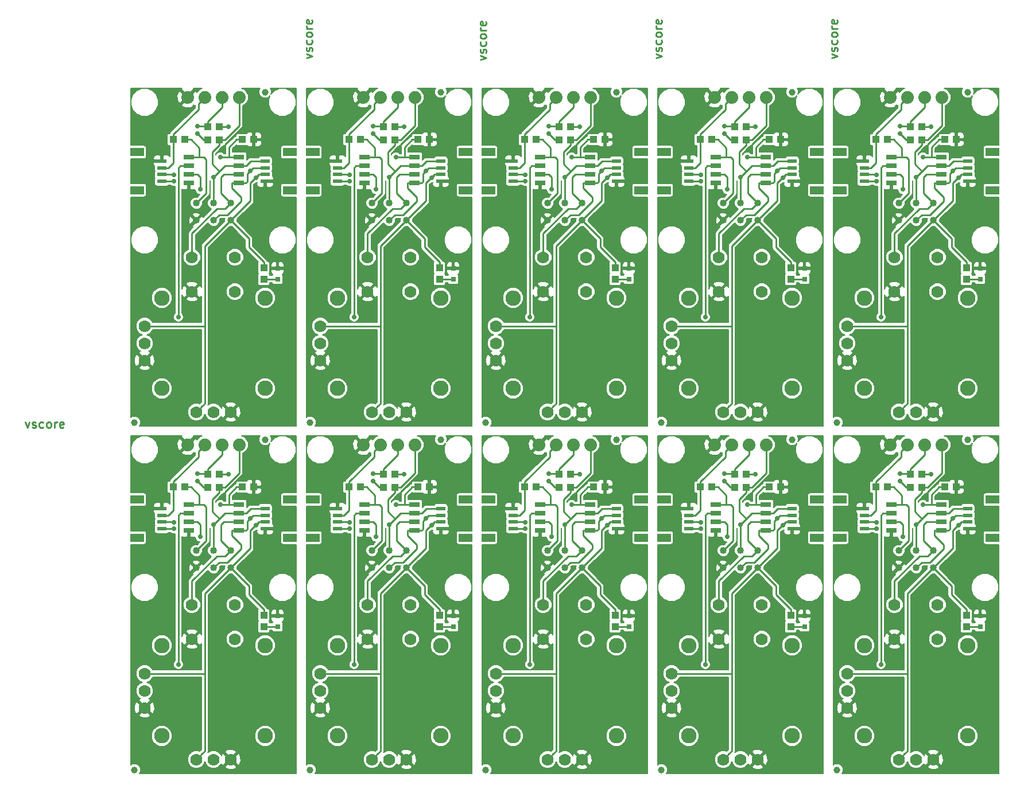
<source format=gtl>
G04 #@! TF.FileFunction,Copper,L1,Top,Signal*
%FSLAX46Y46*%
G04 Gerber Fmt 4.6, Leading zero omitted, Abs format (unit mm)*
G04 Created by KiCad (PCBNEW 4.0.6) date 02/21/18 15:23:46*
%MOMM*%
%LPD*%
G01*
G04 APERTURE LIST*
%ADD10C,0.100000*%
%ADD11C,0.254000*%
%ADD12R,0.998220X1.099820*%
%ADD13R,0.800000X0.800000*%
%ADD14C,1.000000*%
%ADD15C,1.778000*%
%ADD16C,2.286000*%
%ADD17R,1.099820X0.998220*%
%ADD18R,2.000000X1.200000*%
%ADD19R,1.350000X0.600000*%
%ADD20R,1.524000X0.762000*%
%ADD21C,1.016000*%
%ADD22C,1.879600*%
%ADD23C,0.700000*%
%ADD24C,0.250000*%
%ADD25C,0.203200*%
G04 APERTURE END LIST*
D10*
D11*
X33449382Y-90913857D02*
X33751763Y-91760524D01*
X34054143Y-90913857D01*
X34477477Y-91700048D02*
X34598429Y-91760524D01*
X34840334Y-91760524D01*
X34961286Y-91700048D01*
X35021762Y-91579095D01*
X35021762Y-91518619D01*
X34961286Y-91397667D01*
X34840334Y-91337190D01*
X34658905Y-91337190D01*
X34537953Y-91276714D01*
X34477477Y-91155762D01*
X34477477Y-91095286D01*
X34537953Y-90974333D01*
X34658905Y-90913857D01*
X34840334Y-90913857D01*
X34961286Y-90974333D01*
X36110334Y-91700048D02*
X35989381Y-91760524D01*
X35747477Y-91760524D01*
X35626524Y-91700048D01*
X35566048Y-91639571D01*
X35505572Y-91518619D01*
X35505572Y-91155762D01*
X35566048Y-91034810D01*
X35626524Y-90974333D01*
X35747477Y-90913857D01*
X35989381Y-90913857D01*
X36110334Y-90974333D01*
X36836048Y-91760524D02*
X36715095Y-91700048D01*
X36654619Y-91639571D01*
X36594143Y-91518619D01*
X36594143Y-91155762D01*
X36654619Y-91034810D01*
X36715095Y-90974333D01*
X36836048Y-90913857D01*
X37017476Y-90913857D01*
X37138428Y-90974333D01*
X37198905Y-91034810D01*
X37259381Y-91155762D01*
X37259381Y-91518619D01*
X37198905Y-91639571D01*
X37138428Y-91700048D01*
X37017476Y-91760524D01*
X36836048Y-91760524D01*
X37803667Y-91760524D02*
X37803667Y-90913857D01*
X37803667Y-91155762D02*
X37864143Y-91034810D01*
X37924619Y-90974333D01*
X38045572Y-90913857D01*
X38166524Y-90913857D01*
X39073666Y-91700048D02*
X38952714Y-91760524D01*
X38710809Y-91760524D01*
X38589857Y-91700048D01*
X38529381Y-91579095D01*
X38529381Y-91095286D01*
X38589857Y-90974333D01*
X38710809Y-90913857D01*
X38952714Y-90913857D01*
X39073666Y-90974333D01*
X39134143Y-91095286D01*
X39134143Y-91216238D01*
X38529381Y-91337190D01*
X152381857Y-37162618D02*
X153228524Y-36860237D01*
X152381857Y-36557857D01*
X153168048Y-36134523D02*
X153228524Y-36013571D01*
X153228524Y-35771666D01*
X153168048Y-35650714D01*
X153047095Y-35590238D01*
X152986619Y-35590238D01*
X152865667Y-35650714D01*
X152805190Y-35771666D01*
X152805190Y-35953095D01*
X152744714Y-36074047D01*
X152623762Y-36134523D01*
X152563286Y-36134523D01*
X152442333Y-36074047D01*
X152381857Y-35953095D01*
X152381857Y-35771666D01*
X152442333Y-35650714D01*
X153168048Y-34501666D02*
X153228524Y-34622619D01*
X153228524Y-34864523D01*
X153168048Y-34985476D01*
X153107571Y-35045952D01*
X152986619Y-35106428D01*
X152623762Y-35106428D01*
X152502810Y-35045952D01*
X152442333Y-34985476D01*
X152381857Y-34864523D01*
X152381857Y-34622619D01*
X152442333Y-34501666D01*
X153228524Y-33775952D02*
X153168048Y-33896905D01*
X153107571Y-33957381D01*
X152986619Y-34017857D01*
X152623762Y-34017857D01*
X152502810Y-33957381D01*
X152442333Y-33896905D01*
X152381857Y-33775952D01*
X152381857Y-33594524D01*
X152442333Y-33473572D01*
X152502810Y-33413095D01*
X152623762Y-33352619D01*
X152986619Y-33352619D01*
X153107571Y-33413095D01*
X153168048Y-33473572D01*
X153228524Y-33594524D01*
X153228524Y-33775952D01*
X153228524Y-32808333D02*
X152381857Y-32808333D01*
X152623762Y-32808333D02*
X152502810Y-32747857D01*
X152442333Y-32687381D01*
X152381857Y-32566428D01*
X152381857Y-32445476D01*
X153168048Y-31538334D02*
X153228524Y-31659286D01*
X153228524Y-31901191D01*
X153168048Y-32022143D01*
X153047095Y-32082619D01*
X152563286Y-32082619D01*
X152442333Y-32022143D01*
X152381857Y-31901191D01*
X152381857Y-31659286D01*
X152442333Y-31538334D01*
X152563286Y-31477857D01*
X152684238Y-31477857D01*
X152805190Y-32082619D01*
X126473857Y-37162618D02*
X127320524Y-36860237D01*
X126473857Y-36557857D01*
X127260048Y-36134523D02*
X127320524Y-36013571D01*
X127320524Y-35771666D01*
X127260048Y-35650714D01*
X127139095Y-35590238D01*
X127078619Y-35590238D01*
X126957667Y-35650714D01*
X126897190Y-35771666D01*
X126897190Y-35953095D01*
X126836714Y-36074047D01*
X126715762Y-36134523D01*
X126655286Y-36134523D01*
X126534333Y-36074047D01*
X126473857Y-35953095D01*
X126473857Y-35771666D01*
X126534333Y-35650714D01*
X127260048Y-34501666D02*
X127320524Y-34622619D01*
X127320524Y-34864523D01*
X127260048Y-34985476D01*
X127199571Y-35045952D01*
X127078619Y-35106428D01*
X126715762Y-35106428D01*
X126594810Y-35045952D01*
X126534333Y-34985476D01*
X126473857Y-34864523D01*
X126473857Y-34622619D01*
X126534333Y-34501666D01*
X127320524Y-33775952D02*
X127260048Y-33896905D01*
X127199571Y-33957381D01*
X127078619Y-34017857D01*
X126715762Y-34017857D01*
X126594810Y-33957381D01*
X126534333Y-33896905D01*
X126473857Y-33775952D01*
X126473857Y-33594524D01*
X126534333Y-33473572D01*
X126594810Y-33413095D01*
X126715762Y-33352619D01*
X127078619Y-33352619D01*
X127199571Y-33413095D01*
X127260048Y-33473572D01*
X127320524Y-33594524D01*
X127320524Y-33775952D01*
X127320524Y-32808333D02*
X126473857Y-32808333D01*
X126715762Y-32808333D02*
X126594810Y-32747857D01*
X126534333Y-32687381D01*
X126473857Y-32566428D01*
X126473857Y-32445476D01*
X127260048Y-31538334D02*
X127320524Y-31659286D01*
X127320524Y-31901191D01*
X127260048Y-32022143D01*
X127139095Y-32082619D01*
X126655286Y-32082619D01*
X126534333Y-32022143D01*
X126473857Y-31901191D01*
X126473857Y-31659286D01*
X126534333Y-31538334D01*
X126655286Y-31477857D01*
X126776238Y-31477857D01*
X126897190Y-32082619D01*
X100565857Y-37416618D02*
X101412524Y-37114237D01*
X100565857Y-36811857D01*
X101352048Y-36388523D02*
X101412524Y-36267571D01*
X101412524Y-36025666D01*
X101352048Y-35904714D01*
X101231095Y-35844238D01*
X101170619Y-35844238D01*
X101049667Y-35904714D01*
X100989190Y-36025666D01*
X100989190Y-36207095D01*
X100928714Y-36328047D01*
X100807762Y-36388523D01*
X100747286Y-36388523D01*
X100626333Y-36328047D01*
X100565857Y-36207095D01*
X100565857Y-36025666D01*
X100626333Y-35904714D01*
X101352048Y-34755666D02*
X101412524Y-34876619D01*
X101412524Y-35118523D01*
X101352048Y-35239476D01*
X101291571Y-35299952D01*
X101170619Y-35360428D01*
X100807762Y-35360428D01*
X100686810Y-35299952D01*
X100626333Y-35239476D01*
X100565857Y-35118523D01*
X100565857Y-34876619D01*
X100626333Y-34755666D01*
X101412524Y-34029952D02*
X101352048Y-34150905D01*
X101291571Y-34211381D01*
X101170619Y-34271857D01*
X100807762Y-34271857D01*
X100686810Y-34211381D01*
X100626333Y-34150905D01*
X100565857Y-34029952D01*
X100565857Y-33848524D01*
X100626333Y-33727572D01*
X100686810Y-33667095D01*
X100807762Y-33606619D01*
X101170619Y-33606619D01*
X101291571Y-33667095D01*
X101352048Y-33727572D01*
X101412524Y-33848524D01*
X101412524Y-34029952D01*
X101412524Y-33062333D02*
X100565857Y-33062333D01*
X100807762Y-33062333D02*
X100686810Y-33001857D01*
X100626333Y-32941381D01*
X100565857Y-32820428D01*
X100565857Y-32699476D01*
X101352048Y-31792334D02*
X101412524Y-31913286D01*
X101412524Y-32155191D01*
X101352048Y-32276143D01*
X101231095Y-32336619D01*
X100747286Y-32336619D01*
X100626333Y-32276143D01*
X100565857Y-32155191D01*
X100565857Y-31913286D01*
X100626333Y-31792334D01*
X100747286Y-31731857D01*
X100868238Y-31731857D01*
X100989190Y-32336619D01*
X74911857Y-37162618D02*
X75758524Y-36860237D01*
X74911857Y-36557857D01*
X75698048Y-36134523D02*
X75758524Y-36013571D01*
X75758524Y-35771666D01*
X75698048Y-35650714D01*
X75577095Y-35590238D01*
X75516619Y-35590238D01*
X75395667Y-35650714D01*
X75335190Y-35771666D01*
X75335190Y-35953095D01*
X75274714Y-36074047D01*
X75153762Y-36134523D01*
X75093286Y-36134523D01*
X74972333Y-36074047D01*
X74911857Y-35953095D01*
X74911857Y-35771666D01*
X74972333Y-35650714D01*
X75698048Y-34501666D02*
X75758524Y-34622619D01*
X75758524Y-34864523D01*
X75698048Y-34985476D01*
X75637571Y-35045952D01*
X75516619Y-35106428D01*
X75153762Y-35106428D01*
X75032810Y-35045952D01*
X74972333Y-34985476D01*
X74911857Y-34864523D01*
X74911857Y-34622619D01*
X74972333Y-34501666D01*
X75758524Y-33775952D02*
X75698048Y-33896905D01*
X75637571Y-33957381D01*
X75516619Y-34017857D01*
X75153762Y-34017857D01*
X75032810Y-33957381D01*
X74972333Y-33896905D01*
X74911857Y-33775952D01*
X74911857Y-33594524D01*
X74972333Y-33473572D01*
X75032810Y-33413095D01*
X75153762Y-33352619D01*
X75516619Y-33352619D01*
X75637571Y-33413095D01*
X75698048Y-33473572D01*
X75758524Y-33594524D01*
X75758524Y-33775952D01*
X75758524Y-32808333D02*
X74911857Y-32808333D01*
X75153762Y-32808333D02*
X75032810Y-32747857D01*
X74972333Y-32687381D01*
X74911857Y-32566428D01*
X74911857Y-32445476D01*
X75698048Y-31538334D02*
X75758524Y-31659286D01*
X75758524Y-31901191D01*
X75698048Y-32022143D01*
X75577095Y-32082619D01*
X75093286Y-32082619D01*
X74972333Y-32022143D01*
X74911857Y-31901191D01*
X74911857Y-31659286D01*
X74972333Y-31538334D01*
X75093286Y-31477857D01*
X75214238Y-31477857D01*
X75335190Y-32082619D01*
D12*
X172262800Y-119420640D03*
X172262800Y-121117360D03*
X146354800Y-119420640D03*
X146354800Y-121117360D03*
X120446800Y-119420640D03*
X120446800Y-121117360D03*
X94538800Y-119420640D03*
X94538800Y-121117360D03*
X68630800Y-119420640D03*
X68630800Y-121117360D03*
X172262800Y-68112640D03*
X172262800Y-69809360D03*
X146354800Y-68112640D03*
X146354800Y-69809360D03*
X120446800Y-68112640D03*
X120446800Y-69809360D03*
X94538800Y-68112640D03*
X94538800Y-69809360D03*
D13*
X174294800Y-121119800D03*
X174294800Y-119519800D03*
X148386800Y-121119800D03*
X148386800Y-119519800D03*
X122478800Y-121119800D03*
X122478800Y-119519800D03*
X96570800Y-121119800D03*
X96570800Y-119519800D03*
X70662800Y-121119800D03*
X70662800Y-119519800D03*
X174294800Y-69811800D03*
X174294800Y-68211800D03*
X148386800Y-69811800D03*
X148386800Y-68211800D03*
X122478800Y-69811800D03*
X122478800Y-68211800D03*
X96570800Y-69811800D03*
X96570800Y-68211800D03*
D14*
X153162000Y-142265400D03*
X127254000Y-142265400D03*
X101346000Y-142265400D03*
X75438000Y-142265400D03*
X49530000Y-142265400D03*
X153162000Y-90957400D03*
X127254000Y-90957400D03*
X101346000Y-90957400D03*
X75438000Y-90957400D03*
D15*
X161671000Y-117881400D03*
X168021000Y-117881400D03*
X161671000Y-122961400D03*
X168021000Y-122961400D03*
X162306000Y-140741400D03*
X164846000Y-140741400D03*
X167386000Y-140741400D03*
D16*
X157226000Y-123913900D03*
X157226000Y-137248900D03*
X172466000Y-137248900D03*
X172466000Y-123913900D03*
D15*
X154686000Y-128041400D03*
X154686000Y-130581400D03*
X154686000Y-133121400D03*
X135763000Y-117881400D03*
X142113000Y-117881400D03*
X135763000Y-122961400D03*
X142113000Y-122961400D03*
X136398000Y-140741400D03*
X138938000Y-140741400D03*
X141478000Y-140741400D03*
D16*
X131318000Y-123913900D03*
X131318000Y-137248900D03*
X146558000Y-137248900D03*
X146558000Y-123913900D03*
D15*
X128778000Y-128041400D03*
X128778000Y-130581400D03*
X128778000Y-133121400D03*
X109855000Y-117881400D03*
X116205000Y-117881400D03*
X109855000Y-122961400D03*
X116205000Y-122961400D03*
X110490000Y-140741400D03*
X113030000Y-140741400D03*
X115570000Y-140741400D03*
D16*
X105410000Y-123913900D03*
X105410000Y-137248900D03*
X120650000Y-137248900D03*
X120650000Y-123913900D03*
D15*
X102870000Y-128041400D03*
X102870000Y-130581400D03*
X102870000Y-133121400D03*
X83947000Y-117881400D03*
X90297000Y-117881400D03*
X83947000Y-122961400D03*
X90297000Y-122961400D03*
X84582000Y-140741400D03*
X87122000Y-140741400D03*
X89662000Y-140741400D03*
D16*
X79502000Y-123913900D03*
X79502000Y-137248900D03*
X94742000Y-137248900D03*
X94742000Y-123913900D03*
D15*
X76962000Y-128041400D03*
X76962000Y-130581400D03*
X76962000Y-133121400D03*
X58039000Y-117881400D03*
X64389000Y-117881400D03*
X58039000Y-122961400D03*
X64389000Y-122961400D03*
X58674000Y-140741400D03*
X61214000Y-140741400D03*
X63754000Y-140741400D03*
D16*
X53594000Y-123913900D03*
X53594000Y-137248900D03*
X68834000Y-137248900D03*
X68834000Y-123913900D03*
D15*
X51054000Y-128041400D03*
X51054000Y-130581400D03*
X51054000Y-133121400D03*
X161671000Y-66573400D03*
X168021000Y-66573400D03*
X161671000Y-71653400D03*
X168021000Y-71653400D03*
X162306000Y-89433400D03*
X164846000Y-89433400D03*
X167386000Y-89433400D03*
D16*
X157226000Y-72605900D03*
X157226000Y-85940900D03*
X172466000Y-85940900D03*
X172466000Y-72605900D03*
D15*
X154686000Y-76733400D03*
X154686000Y-79273400D03*
X154686000Y-81813400D03*
X135763000Y-66573400D03*
X142113000Y-66573400D03*
X135763000Y-71653400D03*
X142113000Y-71653400D03*
X136398000Y-89433400D03*
X138938000Y-89433400D03*
X141478000Y-89433400D03*
D16*
X131318000Y-72605900D03*
X131318000Y-85940900D03*
X146558000Y-85940900D03*
X146558000Y-72605900D03*
D15*
X128778000Y-76733400D03*
X128778000Y-79273400D03*
X128778000Y-81813400D03*
X109855000Y-66573400D03*
X116205000Y-66573400D03*
X109855000Y-71653400D03*
X116205000Y-71653400D03*
X110490000Y-89433400D03*
X113030000Y-89433400D03*
X115570000Y-89433400D03*
D16*
X105410000Y-72605900D03*
X105410000Y-85940900D03*
X120650000Y-85940900D03*
X120650000Y-72605900D03*
D15*
X102870000Y-76733400D03*
X102870000Y-79273400D03*
X102870000Y-81813400D03*
X83947000Y-66573400D03*
X90297000Y-66573400D03*
X83947000Y-71653400D03*
X90297000Y-71653400D03*
X84582000Y-89433400D03*
X87122000Y-89433400D03*
X89662000Y-89433400D03*
D16*
X79502000Y-72605900D03*
X79502000Y-85940900D03*
X94742000Y-85940900D03*
X94742000Y-72605900D03*
D15*
X76962000Y-76733400D03*
X76962000Y-79273400D03*
X76962000Y-81813400D03*
D17*
X163997640Y-100558600D03*
X165694360Y-100558600D03*
X138089640Y-100558600D03*
X139786360Y-100558600D03*
X112181640Y-100558600D03*
X113878360Y-100558600D03*
X86273640Y-100558600D03*
X87970360Y-100558600D03*
X60365640Y-100558600D03*
X62062360Y-100558600D03*
X163997640Y-49250600D03*
X165694360Y-49250600D03*
X138089640Y-49250600D03*
X139786360Y-49250600D03*
X112181640Y-49250600D03*
X113878360Y-49250600D03*
X86273640Y-49250600D03*
X87970360Y-49250600D03*
D18*
X153551000Y-102381400D03*
X153551000Y-107981400D03*
D19*
X157226000Y-103681400D03*
X157226000Y-104681400D03*
X157226000Y-105681400D03*
X157226000Y-106681400D03*
D18*
X127643000Y-102381400D03*
X127643000Y-107981400D03*
D19*
X131318000Y-103681400D03*
X131318000Y-104681400D03*
X131318000Y-105681400D03*
X131318000Y-106681400D03*
D18*
X101735000Y-102381400D03*
X101735000Y-107981400D03*
D19*
X105410000Y-103681400D03*
X105410000Y-104681400D03*
X105410000Y-105681400D03*
X105410000Y-106681400D03*
D18*
X75827000Y-102381400D03*
X75827000Y-107981400D03*
D19*
X79502000Y-103681400D03*
X79502000Y-104681400D03*
X79502000Y-105681400D03*
X79502000Y-106681400D03*
D18*
X49919000Y-102381400D03*
X49919000Y-107981400D03*
D19*
X53594000Y-103681400D03*
X53594000Y-104681400D03*
X53594000Y-105681400D03*
X53594000Y-106681400D03*
D18*
X153551000Y-51073400D03*
X153551000Y-56673400D03*
D19*
X157226000Y-52373400D03*
X157226000Y-53373400D03*
X157226000Y-54373400D03*
X157226000Y-55373400D03*
D18*
X127643000Y-51073400D03*
X127643000Y-56673400D03*
D19*
X131318000Y-52373400D03*
X131318000Y-53373400D03*
X131318000Y-54373400D03*
X131318000Y-55373400D03*
D18*
X101735000Y-51073400D03*
X101735000Y-56673400D03*
D19*
X105410000Y-52373400D03*
X105410000Y-53373400D03*
X105410000Y-54373400D03*
X105410000Y-55373400D03*
D18*
X75827000Y-51073400D03*
X75827000Y-56673400D03*
D19*
X79502000Y-52373400D03*
X79502000Y-53373400D03*
X79502000Y-54373400D03*
X79502000Y-55373400D03*
D20*
X161188400Y-103111300D03*
X161188400Y-104381300D03*
X161188400Y-105651300D03*
X161188400Y-106921300D03*
X168597580Y-106921300D03*
X168597580Y-105651300D03*
X168597580Y-104381300D03*
X168597580Y-103111300D03*
X135280400Y-103111300D03*
X135280400Y-104381300D03*
X135280400Y-105651300D03*
X135280400Y-106921300D03*
X142689580Y-106921300D03*
X142689580Y-105651300D03*
X142689580Y-104381300D03*
X142689580Y-103111300D03*
X109372400Y-103111300D03*
X109372400Y-104381300D03*
X109372400Y-105651300D03*
X109372400Y-106921300D03*
X116781580Y-106921300D03*
X116781580Y-105651300D03*
X116781580Y-104381300D03*
X116781580Y-103111300D03*
X83464400Y-103111300D03*
X83464400Y-104381300D03*
X83464400Y-105651300D03*
X83464400Y-106921300D03*
X90873580Y-106921300D03*
X90873580Y-105651300D03*
X90873580Y-104381300D03*
X90873580Y-103111300D03*
X57556400Y-103111300D03*
X57556400Y-104381300D03*
X57556400Y-105651300D03*
X57556400Y-106921300D03*
X64965580Y-106921300D03*
X64965580Y-105651300D03*
X64965580Y-104381300D03*
X64965580Y-103111300D03*
X161188400Y-51803300D03*
X161188400Y-53073300D03*
X161188400Y-54343300D03*
X161188400Y-55613300D03*
X168597580Y-55613300D03*
X168597580Y-54343300D03*
X168597580Y-53073300D03*
X168597580Y-51803300D03*
X135280400Y-51803300D03*
X135280400Y-53073300D03*
X135280400Y-54343300D03*
X135280400Y-55613300D03*
X142689580Y-55613300D03*
X142689580Y-54343300D03*
X142689580Y-53073300D03*
X142689580Y-51803300D03*
X109372400Y-51803300D03*
X109372400Y-53073300D03*
X109372400Y-54343300D03*
X109372400Y-55613300D03*
X116781580Y-55613300D03*
X116781580Y-54343300D03*
X116781580Y-53073300D03*
X116781580Y-51803300D03*
X83464400Y-51803300D03*
X83464400Y-53073300D03*
X83464400Y-54343300D03*
X83464400Y-55613300D03*
X90873580Y-55613300D03*
X90873580Y-54343300D03*
X90873580Y-53073300D03*
X90873580Y-51803300D03*
D17*
X158917640Y-100507800D03*
X160614360Y-100507800D03*
X133009640Y-100507800D03*
X134706360Y-100507800D03*
X107101640Y-100507800D03*
X108798360Y-100507800D03*
X81193640Y-100507800D03*
X82890360Y-100507800D03*
X55285640Y-100507800D03*
X56982360Y-100507800D03*
X158917640Y-49199800D03*
X160614360Y-49199800D03*
X133009640Y-49199800D03*
X134706360Y-49199800D03*
X107101640Y-49199800D03*
X108798360Y-49199800D03*
X81193640Y-49199800D03*
X82890360Y-49199800D03*
D21*
X167386000Y-109905800D03*
X167386000Y-112445800D03*
X164846000Y-109905800D03*
X164846000Y-112445800D03*
X162306000Y-109905800D03*
X162306000Y-112445800D03*
X141478000Y-109905800D03*
X141478000Y-112445800D03*
X138938000Y-109905800D03*
X138938000Y-112445800D03*
X136398000Y-109905800D03*
X136398000Y-112445800D03*
X115570000Y-109905800D03*
X115570000Y-112445800D03*
X113030000Y-109905800D03*
X113030000Y-112445800D03*
X110490000Y-109905800D03*
X110490000Y-112445800D03*
X89662000Y-109905800D03*
X89662000Y-112445800D03*
X87122000Y-109905800D03*
X87122000Y-112445800D03*
X84582000Y-109905800D03*
X84582000Y-112445800D03*
X63754000Y-109905800D03*
X63754000Y-112445800D03*
X61214000Y-109905800D03*
X61214000Y-112445800D03*
X58674000Y-109905800D03*
X58674000Y-112445800D03*
X167386000Y-58597800D03*
X167386000Y-61137800D03*
X164846000Y-58597800D03*
X164846000Y-61137800D03*
X162306000Y-58597800D03*
X162306000Y-61137800D03*
X141478000Y-58597800D03*
X141478000Y-61137800D03*
X138938000Y-58597800D03*
X138938000Y-61137800D03*
X136398000Y-58597800D03*
X136398000Y-61137800D03*
X115570000Y-58597800D03*
X115570000Y-61137800D03*
X113030000Y-58597800D03*
X113030000Y-61137800D03*
X110490000Y-58597800D03*
X110490000Y-61137800D03*
X89662000Y-58597800D03*
X89662000Y-61137800D03*
X87122000Y-58597800D03*
X87122000Y-61137800D03*
X84582000Y-58597800D03*
X84582000Y-61137800D03*
D17*
X169077640Y-100507800D03*
X170774360Y-100507800D03*
X143169640Y-100507800D03*
X144866360Y-100507800D03*
X117261640Y-100507800D03*
X118958360Y-100507800D03*
X91353640Y-100507800D03*
X93050360Y-100507800D03*
X65445640Y-100507800D03*
X67142360Y-100507800D03*
X169077640Y-49199800D03*
X170774360Y-49199800D03*
X143169640Y-49199800D03*
X144866360Y-49199800D03*
X117261640Y-49199800D03*
X118958360Y-49199800D03*
X91353640Y-49199800D03*
X93050360Y-49199800D03*
D14*
X172466000Y-93497400D03*
X146558000Y-93497400D03*
X120650000Y-93497400D03*
X94742000Y-93497400D03*
X68834000Y-93497400D03*
X172466000Y-42189400D03*
X146558000Y-42189400D03*
X120650000Y-42189400D03*
X94742000Y-42189400D03*
D17*
X165694360Y-98628200D03*
X163997640Y-98628200D03*
X139786360Y-98628200D03*
X138089640Y-98628200D03*
X113878360Y-98628200D03*
X112181640Y-98628200D03*
X87970360Y-98628200D03*
X86273640Y-98628200D03*
X62062360Y-98628200D03*
X60365640Y-98628200D03*
X165694360Y-47320200D03*
X163997640Y-47320200D03*
X139786360Y-47320200D03*
X138089640Y-47320200D03*
X113878360Y-47320200D03*
X112181640Y-47320200D03*
X87970360Y-47320200D03*
X86273640Y-47320200D03*
D18*
X176141000Y-107981400D03*
X176141000Y-102381400D03*
D19*
X172466000Y-106681400D03*
X172466000Y-105681400D03*
X172466000Y-104681400D03*
X172466000Y-103681400D03*
D18*
X150233000Y-107981400D03*
X150233000Y-102381400D03*
D19*
X146558000Y-106681400D03*
X146558000Y-105681400D03*
X146558000Y-104681400D03*
X146558000Y-103681400D03*
D18*
X124325000Y-107981400D03*
X124325000Y-102381400D03*
D19*
X120650000Y-106681400D03*
X120650000Y-105681400D03*
X120650000Y-104681400D03*
X120650000Y-103681400D03*
D18*
X98417000Y-107981400D03*
X98417000Y-102381400D03*
D19*
X94742000Y-106681400D03*
X94742000Y-105681400D03*
X94742000Y-104681400D03*
X94742000Y-103681400D03*
D18*
X72509000Y-107981400D03*
X72509000Y-102381400D03*
D19*
X68834000Y-106681400D03*
X68834000Y-105681400D03*
X68834000Y-104681400D03*
X68834000Y-103681400D03*
D18*
X176141000Y-56673400D03*
X176141000Y-51073400D03*
D19*
X172466000Y-55373400D03*
X172466000Y-54373400D03*
X172466000Y-53373400D03*
X172466000Y-52373400D03*
D18*
X150233000Y-56673400D03*
X150233000Y-51073400D03*
D19*
X146558000Y-55373400D03*
X146558000Y-54373400D03*
X146558000Y-53373400D03*
X146558000Y-52373400D03*
D18*
X124325000Y-56673400D03*
X124325000Y-51073400D03*
D19*
X120650000Y-55373400D03*
X120650000Y-54373400D03*
X120650000Y-53373400D03*
X120650000Y-52373400D03*
D18*
X98417000Y-56673400D03*
X98417000Y-51073400D03*
D19*
X94742000Y-55373400D03*
X94742000Y-54373400D03*
X94742000Y-53373400D03*
X94742000Y-52373400D03*
D22*
X161036000Y-94259400D03*
X163576000Y-94259400D03*
X166116000Y-94259400D03*
X168656000Y-94259400D03*
X135128000Y-94259400D03*
X137668000Y-94259400D03*
X140208000Y-94259400D03*
X142748000Y-94259400D03*
X109220000Y-94259400D03*
X111760000Y-94259400D03*
X114300000Y-94259400D03*
X116840000Y-94259400D03*
X83312000Y-94259400D03*
X85852000Y-94259400D03*
X88392000Y-94259400D03*
X90932000Y-94259400D03*
X57404000Y-94259400D03*
X59944000Y-94259400D03*
X62484000Y-94259400D03*
X65024000Y-94259400D03*
X161036000Y-42951400D03*
X163576000Y-42951400D03*
X166116000Y-42951400D03*
X168656000Y-42951400D03*
X135128000Y-42951400D03*
X137668000Y-42951400D03*
X140208000Y-42951400D03*
X142748000Y-42951400D03*
X109220000Y-42951400D03*
X111760000Y-42951400D03*
X114300000Y-42951400D03*
X116840000Y-42951400D03*
X83312000Y-42951400D03*
X85852000Y-42951400D03*
X88392000Y-42951400D03*
X90932000Y-42951400D03*
D13*
X70662800Y-69811800D03*
X70662800Y-68211800D03*
D15*
X58039000Y-66573400D03*
X64389000Y-66573400D03*
X58039000Y-71653400D03*
X64389000Y-71653400D03*
X58674000Y-89433400D03*
X61214000Y-89433400D03*
X63754000Y-89433400D03*
D16*
X53594000Y-72605900D03*
X53594000Y-85940900D03*
X68834000Y-85940900D03*
X68834000Y-72605900D03*
D15*
X51054000Y-76733400D03*
X51054000Y-79273400D03*
X51054000Y-81813400D03*
D17*
X62062360Y-47320200D03*
X60365640Y-47320200D03*
D18*
X72509000Y-56673400D03*
X72509000Y-51073400D03*
D19*
X68834000Y-55373400D03*
X68834000Y-54373400D03*
X68834000Y-53373400D03*
X68834000Y-52373400D03*
D18*
X49919000Y-51073400D03*
X49919000Y-56673400D03*
D19*
X53594000Y-52373400D03*
X53594000Y-53373400D03*
X53594000Y-54373400D03*
X53594000Y-55373400D03*
D14*
X49530000Y-90957400D03*
X68834000Y-42189400D03*
D17*
X65445640Y-49199800D03*
X67142360Y-49199800D03*
D22*
X57404000Y-42951400D03*
X59944000Y-42951400D03*
X62484000Y-42951400D03*
X65024000Y-42951400D03*
D21*
X63754000Y-58597800D03*
X63754000Y-61137800D03*
X61214000Y-58597800D03*
X61214000Y-61137800D03*
X58674000Y-58597800D03*
X58674000Y-61137800D03*
D17*
X55285640Y-49199800D03*
X56982360Y-49199800D03*
X60365640Y-49250600D03*
X62062360Y-49250600D03*
D12*
X68630800Y-68112640D03*
X68630800Y-69809360D03*
D20*
X57556400Y-51803300D03*
X57556400Y-53073300D03*
X57556400Y-54343300D03*
X57556400Y-55613300D03*
X64965580Y-55613300D03*
X64965580Y-54343300D03*
X64965580Y-53073300D03*
X64965580Y-51803300D03*
D23*
X162509200Y-99644200D03*
X136601200Y-99644200D03*
X110693200Y-99644200D03*
X84785200Y-99644200D03*
X58877200Y-99644200D03*
X162509200Y-48336200D03*
X136601200Y-48336200D03*
X110693200Y-48336200D03*
X84785200Y-48336200D03*
X58877200Y-48336200D03*
X167081200Y-98628200D03*
X141173200Y-98628200D03*
X115265200Y-98628200D03*
X89357200Y-98628200D03*
X63449200Y-98628200D03*
X167081200Y-47320200D03*
X141173200Y-47320200D03*
X115265200Y-47320200D03*
X89357200Y-47320200D03*
X63449200Y-47320200D03*
X171119800Y-106121200D03*
X145211800Y-106121200D03*
X119303800Y-106121200D03*
X93395800Y-106121200D03*
X67487800Y-106121200D03*
X171119800Y-54813200D03*
X145211800Y-54813200D03*
X119303800Y-54813200D03*
X93395800Y-54813200D03*
X165862000Y-103098600D03*
X139954000Y-103098600D03*
X114046000Y-103098600D03*
X88138000Y-103098600D03*
X62230000Y-103098600D03*
X165862000Y-51790600D03*
X139954000Y-51790600D03*
X114046000Y-51790600D03*
X88138000Y-51790600D03*
X67487800Y-54813200D03*
X62230000Y-51790600D03*
X170307000Y-105105200D03*
X144399000Y-105105200D03*
X118491000Y-105105200D03*
X92583000Y-105105200D03*
X66675000Y-105105200D03*
X170307000Y-53797200D03*
X144399000Y-53797200D03*
X118491000Y-53797200D03*
X92583000Y-53797200D03*
X162509200Y-98526600D03*
X136601200Y-98526600D03*
X110693200Y-98526600D03*
X84785200Y-98526600D03*
X58877200Y-98526600D03*
X162509200Y-47218600D03*
X136601200Y-47218600D03*
X110693200Y-47218600D03*
X84785200Y-47218600D03*
X159004000Y-105689400D03*
X133096000Y-105689400D03*
X107188000Y-105689400D03*
X81280000Y-105689400D03*
X55372000Y-105689400D03*
X159004000Y-54381400D03*
X133096000Y-54381400D03*
X107188000Y-54381400D03*
X81280000Y-54381400D03*
X66675000Y-53797200D03*
X58877200Y-47218600D03*
X55372000Y-54381400D03*
X159004000Y-106654600D03*
X133096000Y-106654600D03*
X107188000Y-106654600D03*
X81280000Y-106654600D03*
X55372000Y-106654600D03*
X159004000Y-55346600D03*
X133096000Y-55346600D03*
X107188000Y-55346600D03*
X81280000Y-55346600D03*
X164846000Y-106081700D03*
X138938000Y-106081700D03*
X113030000Y-106081700D03*
X87122000Y-106081700D03*
X61214000Y-106081700D03*
X164846000Y-54773700D03*
X138938000Y-54773700D03*
X113030000Y-54773700D03*
X87122000Y-54773700D03*
X61214000Y-54773700D03*
X55372000Y-55346600D03*
X162864800Y-107873800D03*
X136956800Y-107873800D03*
X111048800Y-107873800D03*
X85140800Y-107873800D03*
X59232800Y-107873800D03*
X162864800Y-56565800D03*
X136956800Y-56565800D03*
X111048800Y-56565800D03*
X85140800Y-56565800D03*
X59232800Y-56565800D03*
X159679001Y-126705999D03*
X133771001Y-126705999D03*
X107863001Y-126705999D03*
X81955001Y-126705999D03*
X56047001Y-126705999D03*
X159679001Y-75397999D03*
X133771001Y-75397999D03*
X107863001Y-75397999D03*
X81955001Y-75397999D03*
X56047001Y-75397999D03*
D24*
X172466000Y-106681400D02*
X172091000Y-106681400D01*
X146558000Y-106681400D02*
X146183000Y-106681400D01*
X120650000Y-106681400D02*
X120275000Y-106681400D01*
X94742000Y-106681400D02*
X94367000Y-106681400D01*
X68834000Y-106681400D02*
X68459000Y-106681400D01*
X172466000Y-55373400D02*
X172091000Y-55373400D01*
X146558000Y-55373400D02*
X146183000Y-55373400D01*
X120650000Y-55373400D02*
X120275000Y-55373400D01*
X94742000Y-55373400D02*
X94367000Y-55373400D01*
X68834000Y-55373400D02*
X68459000Y-55373400D01*
X163423600Y-100558600D02*
X162509200Y-99644200D01*
X137515600Y-100558600D02*
X136601200Y-99644200D01*
X111607600Y-100558600D02*
X110693200Y-99644200D01*
X85699600Y-100558600D02*
X84785200Y-99644200D01*
X59791600Y-100558600D02*
X58877200Y-99644200D01*
X163423600Y-49250600D02*
X162509200Y-48336200D01*
X137515600Y-49250600D02*
X136601200Y-48336200D01*
X111607600Y-49250600D02*
X110693200Y-48336200D01*
X85699600Y-49250600D02*
X84785200Y-48336200D01*
X163997640Y-100558600D02*
X163423600Y-100558600D01*
X138089640Y-100558600D02*
X137515600Y-100558600D01*
X112181640Y-100558600D02*
X111607600Y-100558600D01*
X86273640Y-100558600D02*
X85699600Y-100558600D01*
X60365640Y-100558600D02*
X59791600Y-100558600D01*
X163997640Y-49250600D02*
X163423600Y-49250600D01*
X138089640Y-49250600D02*
X137515600Y-49250600D01*
X112181640Y-49250600D02*
X111607600Y-49250600D01*
X86273640Y-49250600D02*
X85699600Y-49250600D01*
X60365640Y-49250600D02*
X59791600Y-49250600D01*
X59791600Y-49250600D02*
X58877200Y-48336200D01*
X165694360Y-98628200D02*
X167081200Y-98628200D01*
X139786360Y-98628200D02*
X141173200Y-98628200D01*
X113878360Y-98628200D02*
X115265200Y-98628200D01*
X87970360Y-98628200D02*
X89357200Y-98628200D01*
X62062360Y-98628200D02*
X63449200Y-98628200D01*
X165694360Y-47320200D02*
X167081200Y-47320200D01*
X139786360Y-47320200D02*
X141173200Y-47320200D01*
X113878360Y-47320200D02*
X115265200Y-47320200D01*
X87970360Y-47320200D02*
X89357200Y-47320200D01*
X62062360Y-47320200D02*
X63449200Y-47320200D01*
X171541000Y-105700000D02*
X171541000Y-105681400D01*
X145633000Y-105700000D02*
X145633000Y-105681400D01*
X119725000Y-105700000D02*
X119725000Y-105681400D01*
X93817000Y-105700000D02*
X93817000Y-105681400D01*
X67909000Y-105700000D02*
X67909000Y-105681400D01*
X171541000Y-54392000D02*
X171541000Y-54373400D01*
X145633000Y-54392000D02*
X145633000Y-54373400D01*
X119725000Y-54392000D02*
X119725000Y-54373400D01*
X93817000Y-54392000D02*
X93817000Y-54373400D01*
X167132000Y-103098600D02*
X167558700Y-103098600D01*
X141224000Y-103098600D02*
X141650700Y-103098600D01*
X115316000Y-103098600D02*
X115742700Y-103098600D01*
X89408000Y-103098600D02*
X89834700Y-103098600D01*
X63500000Y-103098600D02*
X63926700Y-103098600D01*
X167132000Y-51790600D02*
X167558700Y-51790600D01*
X141224000Y-51790600D02*
X141650700Y-51790600D01*
X115316000Y-51790600D02*
X115742700Y-51790600D01*
X89408000Y-51790600D02*
X89834700Y-51790600D01*
X158917640Y-100507800D02*
X158917640Y-99758690D01*
X133009640Y-100507800D02*
X133009640Y-99758690D01*
X107101640Y-100507800D02*
X107101640Y-99758690D01*
X81193640Y-100507800D02*
X81193640Y-99758690D01*
X55285640Y-100507800D02*
X55285640Y-99758690D01*
X158917640Y-49199800D02*
X158917640Y-48450690D01*
X133009640Y-49199800D02*
X133009640Y-48450690D01*
X107101640Y-49199800D02*
X107101640Y-48450690D01*
X81193640Y-49199800D02*
X81193640Y-48450690D01*
X157226000Y-104681400D02*
X158151000Y-104681400D01*
X131318000Y-104681400D02*
X132243000Y-104681400D01*
X105410000Y-104681400D02*
X106335000Y-104681400D01*
X79502000Y-104681400D02*
X80427000Y-104681400D01*
X53594000Y-104681400D02*
X54519000Y-104681400D01*
X157226000Y-53373400D02*
X158151000Y-53373400D01*
X131318000Y-53373400D02*
X132243000Y-53373400D01*
X105410000Y-53373400D02*
X106335000Y-53373400D01*
X79502000Y-53373400D02*
X80427000Y-53373400D01*
X165862000Y-103098600D02*
X167132000Y-103098600D01*
X139954000Y-103098600D02*
X141224000Y-103098600D01*
X114046000Y-103098600D02*
X115316000Y-103098600D01*
X88138000Y-103098600D02*
X89408000Y-103098600D01*
X62230000Y-103098600D02*
X63500000Y-103098600D01*
X165862000Y-51790600D02*
X167132000Y-51790600D01*
X139954000Y-51790600D02*
X141224000Y-51790600D01*
X114046000Y-51790600D02*
X115316000Y-51790600D01*
X88138000Y-51790600D02*
X89408000Y-51790600D01*
X158917640Y-100507800D02*
X158968440Y-100507800D01*
X133009640Y-100507800D02*
X133060440Y-100507800D01*
X107101640Y-100507800D02*
X107152440Y-100507800D01*
X81193640Y-100507800D02*
X81244440Y-100507800D01*
X55285640Y-100507800D02*
X55336440Y-100507800D01*
X158917640Y-49199800D02*
X158968440Y-49199800D01*
X133009640Y-49199800D02*
X133060440Y-49199800D01*
X107101640Y-49199800D02*
X107152440Y-49199800D01*
X81193640Y-49199800D02*
X81244440Y-49199800D01*
X162636201Y-96034671D02*
X162636201Y-95199199D01*
X136728201Y-96034671D02*
X136728201Y-95199199D01*
X110820201Y-96034671D02*
X110820201Y-95199199D01*
X84912201Y-96034671D02*
X84912201Y-95199199D01*
X59004201Y-96034671D02*
X59004201Y-95199199D01*
X162636201Y-44726671D02*
X162636201Y-43891199D01*
X136728201Y-44726671D02*
X136728201Y-43891199D01*
X110820201Y-44726671D02*
X110820201Y-43891199D01*
X84912201Y-44726671D02*
X84912201Y-43891199D01*
X171119800Y-106121200D02*
X171541000Y-105700000D01*
X145211800Y-106121200D02*
X145633000Y-105700000D01*
X119303800Y-106121200D02*
X119725000Y-105700000D01*
X93395800Y-106121200D02*
X93817000Y-105700000D01*
X67487800Y-106121200D02*
X67909000Y-105700000D01*
X171119800Y-54813200D02*
X171541000Y-54392000D01*
X145211800Y-54813200D02*
X145633000Y-54392000D01*
X119303800Y-54813200D02*
X119725000Y-54392000D01*
X93395800Y-54813200D02*
X93817000Y-54392000D01*
X168249600Y-100507800D02*
X167132000Y-101625400D01*
X142341600Y-100507800D02*
X141224000Y-101625400D01*
X116433600Y-100507800D02*
X115316000Y-101625400D01*
X90525600Y-100507800D02*
X89408000Y-101625400D01*
X64617600Y-100507800D02*
X63500000Y-101625400D01*
X168249600Y-49199800D02*
X167132000Y-50317400D01*
X142341600Y-49199800D02*
X141224000Y-50317400D01*
X116433600Y-49199800D02*
X115316000Y-50317400D01*
X90525600Y-49199800D02*
X89408000Y-50317400D01*
X170078400Y-115138200D02*
X167386000Y-112445800D01*
X144170400Y-115138200D02*
X141478000Y-112445800D01*
X118262400Y-115138200D02*
X115570000Y-112445800D01*
X92354400Y-115138200D02*
X89662000Y-112445800D01*
X66446400Y-115138200D02*
X63754000Y-112445800D01*
X170078400Y-63830200D02*
X167386000Y-61137800D01*
X144170400Y-63830200D02*
X141478000Y-61137800D01*
X118262400Y-63830200D02*
X115570000Y-61137800D01*
X92354400Y-63830200D02*
X89662000Y-61137800D01*
X172262800Y-119420640D02*
X172262800Y-118620730D01*
X146354800Y-119420640D02*
X146354800Y-118620730D01*
X120446800Y-119420640D02*
X120446800Y-118620730D01*
X94538800Y-119420640D02*
X94538800Y-118620730D01*
X68630800Y-119420640D02*
X68630800Y-118620730D01*
X172262800Y-68112640D02*
X172262800Y-67312730D01*
X146354800Y-68112640D02*
X146354800Y-67312730D01*
X120446800Y-68112640D02*
X120446800Y-67312730D01*
X94538800Y-68112640D02*
X94538800Y-67312730D01*
X172262800Y-118620730D02*
X170078400Y-116436330D01*
X146354800Y-118620730D02*
X144170400Y-116436330D01*
X120446800Y-118620730D02*
X118262400Y-116436330D01*
X94538800Y-118620730D02*
X92354400Y-116436330D01*
X68630800Y-118620730D02*
X66446400Y-116436330D01*
X172262800Y-67312730D02*
X170078400Y-65128330D01*
X146354800Y-67312730D02*
X144170400Y-65128330D01*
X120446800Y-67312730D02*
X118262400Y-65128330D01*
X94538800Y-67312730D02*
X92354400Y-65128330D01*
X170567800Y-106654600D02*
X171541000Y-105681400D01*
X144659800Y-106654600D02*
X145633000Y-105681400D01*
X118751800Y-106654600D02*
X119725000Y-105681400D01*
X92843800Y-106654600D02*
X93817000Y-105681400D01*
X66935800Y-106654600D02*
X67909000Y-105681400D01*
X170567800Y-55346600D02*
X171541000Y-54373400D01*
X144659800Y-55346600D02*
X145633000Y-54373400D01*
X118751800Y-55346600D02*
X119725000Y-54373400D01*
X92843800Y-55346600D02*
X93817000Y-54373400D01*
X170078400Y-116436330D02*
X170078400Y-115138200D01*
X144170400Y-116436330D02*
X144170400Y-115138200D01*
X118262400Y-116436330D02*
X118262400Y-115138200D01*
X92354400Y-116436330D02*
X92354400Y-115138200D01*
X66446400Y-116436330D02*
X66446400Y-115138200D01*
X170078400Y-65128330D02*
X170078400Y-63830200D01*
X144170400Y-65128330D02*
X144170400Y-63830200D01*
X118262400Y-65128330D02*
X118262400Y-63830200D01*
X92354400Y-65128330D02*
X92354400Y-63830200D01*
X163194999Y-139852401D02*
X162306000Y-140741400D01*
X137286999Y-139852401D02*
X136398000Y-140741400D01*
X111378999Y-139852401D02*
X110490000Y-140741400D01*
X85470999Y-139852401D02*
X84582000Y-140741400D01*
X59562999Y-139852401D02*
X58674000Y-140741400D01*
X163194999Y-88544401D02*
X162306000Y-89433400D01*
X137286999Y-88544401D02*
X136398000Y-89433400D01*
X111378999Y-88544401D02*
X110490000Y-89433400D01*
X85470999Y-88544401D02*
X84582000Y-89433400D01*
X163576000Y-139471400D02*
X163194999Y-139852401D01*
X137668000Y-139471400D02*
X137286999Y-139852401D01*
X111760000Y-139471400D02*
X111378999Y-139852401D01*
X85852000Y-139471400D02*
X85470999Y-139852401D01*
X59944000Y-139471400D02*
X59562999Y-139852401D01*
X163576000Y-88163400D02*
X163194999Y-88544401D01*
X137668000Y-88163400D02*
X137286999Y-88544401D01*
X111760000Y-88163400D02*
X111378999Y-88544401D01*
X85852000Y-88163400D02*
X85470999Y-88544401D01*
X154686000Y-128041400D02*
X163576000Y-128041400D01*
X128778000Y-128041400D02*
X137668000Y-128041400D01*
X102870000Y-128041400D02*
X111760000Y-128041400D01*
X76962000Y-128041400D02*
X85852000Y-128041400D01*
X51054000Y-128041400D02*
X59944000Y-128041400D01*
X154686000Y-76733400D02*
X163576000Y-76733400D01*
X128778000Y-76733400D02*
X137668000Y-76733400D01*
X102870000Y-76733400D02*
X111760000Y-76733400D01*
X76962000Y-76733400D02*
X85852000Y-76733400D01*
X163576000Y-116255800D02*
X163576000Y-128041400D01*
X137668000Y-116255800D02*
X137668000Y-128041400D01*
X111760000Y-116255800D02*
X111760000Y-128041400D01*
X85852000Y-116255800D02*
X85852000Y-128041400D01*
X59944000Y-116255800D02*
X59944000Y-128041400D01*
X163576000Y-64947800D02*
X163576000Y-76733400D01*
X137668000Y-64947800D02*
X137668000Y-76733400D01*
X111760000Y-64947800D02*
X111760000Y-76733400D01*
X85852000Y-64947800D02*
X85852000Y-76733400D01*
X163576000Y-128041400D02*
X163576000Y-139471400D01*
X137668000Y-128041400D02*
X137668000Y-139471400D01*
X111760000Y-128041400D02*
X111760000Y-139471400D01*
X85852000Y-128041400D02*
X85852000Y-139471400D01*
X59944000Y-128041400D02*
X59944000Y-139471400D01*
X163576000Y-76733400D02*
X163576000Y-88163400D01*
X137668000Y-76733400D02*
X137668000Y-88163400D01*
X111760000Y-76733400D02*
X111760000Y-88163400D01*
X85852000Y-76733400D02*
X85852000Y-88163400D01*
X158917640Y-103914760D02*
X158917640Y-101256910D01*
X133009640Y-103914760D02*
X133009640Y-101256910D01*
X107101640Y-103914760D02*
X107101640Y-101256910D01*
X81193640Y-103914760D02*
X81193640Y-101256910D01*
X55285640Y-103914760D02*
X55285640Y-101256910D01*
X158917640Y-52606760D02*
X158917640Y-49948910D01*
X133009640Y-52606760D02*
X133009640Y-49948910D01*
X107101640Y-52606760D02*
X107101640Y-49948910D01*
X81193640Y-52606760D02*
X81193640Y-49948910D01*
X158151000Y-104681400D02*
X158917640Y-103914760D01*
X132243000Y-104681400D02*
X133009640Y-103914760D01*
X106335000Y-104681400D02*
X107101640Y-103914760D01*
X80427000Y-104681400D02*
X81193640Y-103914760D01*
X54519000Y-104681400D02*
X55285640Y-103914760D01*
X158151000Y-53373400D02*
X158917640Y-52606760D01*
X132243000Y-53373400D02*
X133009640Y-52606760D01*
X106335000Y-53373400D02*
X107101640Y-52606760D01*
X80427000Y-53373400D02*
X81193640Y-52606760D01*
X169077640Y-100507800D02*
X168249600Y-100507800D01*
X143169640Y-100507800D02*
X142341600Y-100507800D01*
X117261640Y-100507800D02*
X116433600Y-100507800D01*
X91353640Y-100507800D02*
X90525600Y-100507800D01*
X65445640Y-100507800D02*
X64617600Y-100507800D01*
X169077640Y-49199800D02*
X168249600Y-49199800D01*
X143169640Y-49199800D02*
X142341600Y-49199800D01*
X117261640Y-49199800D02*
X116433600Y-49199800D01*
X91353640Y-49199800D02*
X90525600Y-49199800D01*
X162638930Y-96037400D02*
X162636201Y-96034671D01*
X136730930Y-96037400D02*
X136728201Y-96034671D01*
X110822930Y-96037400D02*
X110820201Y-96034671D01*
X84914930Y-96037400D02*
X84912201Y-96034671D01*
X59006930Y-96037400D02*
X59004201Y-96034671D01*
X162638930Y-44729400D02*
X162636201Y-44726671D01*
X136730930Y-44729400D02*
X136728201Y-44726671D01*
X110822930Y-44729400D02*
X110820201Y-44726671D01*
X84914930Y-44729400D02*
X84912201Y-44726671D01*
X162636201Y-95199199D02*
X163576000Y-94259400D01*
X136728201Y-95199199D02*
X137668000Y-94259400D01*
X110820201Y-95199199D02*
X111760000Y-94259400D01*
X84912201Y-95199199D02*
X85852000Y-94259400D01*
X59004201Y-95199199D02*
X59944000Y-94259400D01*
X162636201Y-43891199D02*
X163576000Y-42951400D01*
X136728201Y-43891199D02*
X137668000Y-42951400D01*
X110820201Y-43891199D02*
X111760000Y-42951400D01*
X84912201Y-43891199D02*
X85852000Y-42951400D01*
X171541000Y-105681400D02*
X172466000Y-105681400D01*
X145633000Y-105681400D02*
X146558000Y-105681400D01*
X119725000Y-105681400D02*
X120650000Y-105681400D01*
X93817000Y-105681400D02*
X94742000Y-105681400D01*
X67909000Y-105681400D02*
X68834000Y-105681400D01*
X171541000Y-54373400D02*
X172466000Y-54373400D01*
X145633000Y-54373400D02*
X146558000Y-54373400D01*
X119725000Y-54373400D02*
X120650000Y-54373400D01*
X93817000Y-54373400D02*
X94742000Y-54373400D01*
X158917640Y-99758690D02*
X162638930Y-96037400D01*
X133009640Y-99758690D02*
X136730930Y-96037400D01*
X107101640Y-99758690D02*
X110822930Y-96037400D01*
X81193640Y-99758690D02*
X84914930Y-96037400D01*
X55285640Y-99758690D02*
X59006930Y-96037400D01*
X158917640Y-48450690D02*
X162638930Y-44729400D01*
X133009640Y-48450690D02*
X136730930Y-44729400D01*
X107101640Y-48450690D02*
X110822930Y-44729400D01*
X81193640Y-48450690D02*
X84914930Y-44729400D01*
X170281600Y-109550200D02*
X170281600Y-106940800D01*
X144373600Y-109550200D02*
X144373600Y-106940800D01*
X118465600Y-109550200D02*
X118465600Y-106940800D01*
X92557600Y-109550200D02*
X92557600Y-106940800D01*
X66649600Y-109550200D02*
X66649600Y-106940800D01*
X170281600Y-58242200D02*
X170281600Y-55632800D01*
X144373600Y-58242200D02*
X144373600Y-55632800D01*
X118465600Y-58242200D02*
X118465600Y-55632800D01*
X92557600Y-58242200D02*
X92557600Y-55632800D01*
X167132000Y-101625400D02*
X167132000Y-103098600D01*
X141224000Y-101625400D02*
X141224000Y-103098600D01*
X115316000Y-101625400D02*
X115316000Y-103098600D01*
X89408000Y-101625400D02*
X89408000Y-103098600D01*
X63500000Y-101625400D02*
X63500000Y-103098600D01*
X167132000Y-50317400D02*
X167132000Y-51790600D01*
X141224000Y-50317400D02*
X141224000Y-51790600D01*
X115316000Y-50317400D02*
X115316000Y-51790600D01*
X89408000Y-50317400D02*
X89408000Y-51790600D01*
X168584880Y-103098600D02*
X168597580Y-103111300D01*
X142676880Y-103098600D02*
X142689580Y-103111300D01*
X116768880Y-103098600D02*
X116781580Y-103111300D01*
X90860880Y-103098600D02*
X90873580Y-103111300D01*
X64952880Y-103098600D02*
X64965580Y-103111300D01*
X168584880Y-51790600D02*
X168597580Y-51803300D01*
X142676880Y-51790600D02*
X142689580Y-51803300D01*
X116768880Y-51790600D02*
X116781580Y-51803300D01*
X90860880Y-51790600D02*
X90873580Y-51803300D01*
X167558700Y-103098600D02*
X167571400Y-103111300D01*
X141650700Y-103098600D02*
X141663400Y-103111300D01*
X115742700Y-103098600D02*
X115755400Y-103111300D01*
X89834700Y-103098600D02*
X89847400Y-103111300D01*
X63926700Y-103098600D02*
X63939400Y-103111300D01*
X167558700Y-51790600D02*
X167571400Y-51803300D01*
X141650700Y-51790600D02*
X141663400Y-51803300D01*
X115742700Y-51790600D02*
X115755400Y-51803300D01*
X89834700Y-51790600D02*
X89847400Y-51803300D01*
X165862000Y-103098600D02*
X168584880Y-103098600D01*
X139954000Y-103098600D02*
X142676880Y-103098600D01*
X114046000Y-103098600D02*
X116768880Y-103098600D01*
X88138000Y-103098600D02*
X90860880Y-103098600D01*
X62230000Y-103098600D02*
X64952880Y-103098600D01*
X165862000Y-51790600D02*
X168584880Y-51790600D01*
X139954000Y-51790600D02*
X142676880Y-51790600D01*
X114046000Y-51790600D02*
X116768880Y-51790600D01*
X88138000Y-51790600D02*
X90860880Y-51790600D01*
X170281600Y-106940800D02*
X170567800Y-106654600D01*
X144373600Y-106940800D02*
X144659800Y-106654600D01*
X118465600Y-106940800D02*
X118751800Y-106654600D01*
X92557600Y-106940800D02*
X92843800Y-106654600D01*
X66649600Y-106940800D02*
X66935800Y-106654600D01*
X170281600Y-55632800D02*
X170567800Y-55346600D01*
X144373600Y-55632800D02*
X144659800Y-55346600D01*
X118465600Y-55632800D02*
X118751800Y-55346600D01*
X92557600Y-55632800D02*
X92843800Y-55346600D01*
X158917640Y-101256910D02*
X158917640Y-100507800D01*
X133009640Y-101256910D02*
X133009640Y-100507800D01*
X107101640Y-101256910D02*
X107101640Y-100507800D01*
X81193640Y-101256910D02*
X81193640Y-100507800D01*
X55285640Y-101256910D02*
X55285640Y-100507800D01*
X158917640Y-49948910D02*
X158917640Y-49199800D01*
X133009640Y-49948910D02*
X133009640Y-49199800D01*
X107101640Y-49948910D02*
X107101640Y-49199800D01*
X81193640Y-49948910D02*
X81193640Y-49199800D01*
X167386000Y-112445800D02*
X170281600Y-109550200D01*
X141478000Y-112445800D02*
X144373600Y-109550200D01*
X115570000Y-112445800D02*
X118465600Y-109550200D01*
X89662000Y-112445800D02*
X92557600Y-109550200D01*
X63754000Y-112445800D02*
X66649600Y-109550200D01*
X167386000Y-61137800D02*
X170281600Y-58242200D01*
X141478000Y-61137800D02*
X144373600Y-58242200D01*
X115570000Y-61137800D02*
X118465600Y-58242200D01*
X89662000Y-61137800D02*
X92557600Y-58242200D01*
X167386000Y-112445800D02*
X163576000Y-116255800D01*
X141478000Y-112445800D02*
X137668000Y-116255800D01*
X115570000Y-112445800D02*
X111760000Y-116255800D01*
X89662000Y-112445800D02*
X85852000Y-116255800D01*
X63754000Y-112445800D02*
X59944000Y-116255800D01*
X167386000Y-61137800D02*
X163576000Y-64947800D01*
X141478000Y-61137800D02*
X137668000Y-64947800D01*
X115570000Y-61137800D02*
X111760000Y-64947800D01*
X89662000Y-61137800D02*
X85852000Y-64947800D01*
X67487800Y-54813200D02*
X67909000Y-54392000D01*
X67909000Y-54392000D02*
X67909000Y-54373400D01*
X62230000Y-51790600D02*
X63500000Y-51790600D01*
X63500000Y-51790600D02*
X63926700Y-51790600D01*
X65445640Y-49199800D02*
X64617600Y-49199800D01*
X64617600Y-49199800D02*
X63500000Y-50317400D01*
X63500000Y-50317400D02*
X63500000Y-51790600D01*
X62230000Y-51790600D02*
X64952880Y-51790600D01*
X64952880Y-51790600D02*
X64965580Y-51803300D01*
X66446400Y-65128330D02*
X66446400Y-63830200D01*
X66446400Y-63830200D02*
X63754000Y-61137800D01*
X68630800Y-68112640D02*
X68630800Y-67312730D01*
X68630800Y-67312730D02*
X66446400Y-65128330D01*
X59006930Y-44729400D02*
X59004201Y-44726671D01*
X59004201Y-43891199D02*
X59944000Y-42951400D01*
X59004201Y-44726671D02*
X59004201Y-43891199D01*
X55285640Y-49199800D02*
X55285640Y-48450690D01*
X55285640Y-48450690D02*
X59006930Y-44729400D01*
X55285640Y-49199800D02*
X55336440Y-49199800D01*
X66649600Y-55632800D02*
X66935800Y-55346600D01*
X66935800Y-55346600D02*
X67909000Y-54373400D01*
X63926700Y-51790600D02*
X63939400Y-51803300D01*
X53594000Y-53373400D02*
X54519000Y-53373400D01*
X54519000Y-53373400D02*
X55285640Y-52606760D01*
X55285640Y-52606760D02*
X55285640Y-49948910D01*
X55285640Y-49948910D02*
X55285640Y-49199800D01*
X59944000Y-64947800D02*
X59944000Y-76733400D01*
X59944000Y-76733400D02*
X59944000Y-88163400D01*
X51054000Y-76733400D02*
X59944000Y-76733400D01*
X63754000Y-61137800D02*
X59944000Y-64947800D01*
X59944000Y-88163400D02*
X59562999Y-88544401D01*
X59562999Y-88544401D02*
X58674000Y-89433400D01*
X66649600Y-58242200D02*
X66649600Y-55632800D01*
X67909000Y-54373400D02*
X68834000Y-54373400D01*
X63754000Y-61137800D02*
X66649600Y-58242200D01*
X168910000Y-109614642D02*
X168910000Y-109042200D01*
X143002000Y-109614642D02*
X143002000Y-109042200D01*
X117094000Y-109614642D02*
X117094000Y-109042200D01*
X91186000Y-109614642D02*
X91186000Y-109042200D01*
X65278000Y-109614642D02*
X65278000Y-109042200D01*
X168910000Y-58306642D02*
X168910000Y-57734200D01*
X143002000Y-58306642D02*
X143002000Y-57734200D01*
X117094000Y-58306642D02*
X117094000Y-57734200D01*
X91186000Y-58306642D02*
X91186000Y-57734200D01*
X158996000Y-105681400D02*
X159004000Y-105689400D01*
X133088000Y-105681400D02*
X133096000Y-105689400D01*
X107180000Y-105681400D02*
X107188000Y-105689400D01*
X81272000Y-105681400D02*
X81280000Y-105689400D01*
X55364000Y-105681400D02*
X55372000Y-105689400D01*
X158996000Y-54373400D02*
X159004000Y-54381400D01*
X133088000Y-54373400D02*
X133096000Y-54381400D01*
X107180000Y-54373400D02*
X107188000Y-54381400D01*
X81272000Y-54373400D02*
X81280000Y-54381400D01*
X157226000Y-105681400D02*
X158996000Y-105681400D01*
X131318000Y-105681400D02*
X133088000Y-105681400D01*
X105410000Y-105681400D02*
X107180000Y-105681400D01*
X79502000Y-105681400D02*
X81272000Y-105681400D01*
X53594000Y-105681400D02*
X55364000Y-105681400D01*
X157226000Y-54373400D02*
X158996000Y-54373400D01*
X131318000Y-54373400D02*
X133088000Y-54373400D01*
X105410000Y-54373400D02*
X107180000Y-54373400D01*
X79502000Y-54373400D02*
X81272000Y-54373400D01*
X170307000Y-105105200D02*
X170730800Y-104681400D01*
X144399000Y-105105200D02*
X144822800Y-104681400D01*
X118491000Y-105105200D02*
X118914800Y-104681400D01*
X92583000Y-105105200D02*
X93006800Y-104681400D01*
X66675000Y-105105200D02*
X67098800Y-104681400D01*
X170307000Y-53797200D02*
X170730800Y-53373400D01*
X144399000Y-53797200D02*
X144822800Y-53373400D01*
X118491000Y-53797200D02*
X118914800Y-53373400D01*
X92583000Y-53797200D02*
X93006800Y-53373400D01*
X165679001Y-111612799D02*
X166911843Y-111612799D01*
X139771001Y-111612799D02*
X141003843Y-111612799D01*
X113863001Y-111612799D02*
X115095843Y-111612799D01*
X87955001Y-111612799D02*
X89187843Y-111612799D01*
X62047001Y-111612799D02*
X63279843Y-111612799D01*
X165679001Y-60304799D02*
X166911843Y-60304799D01*
X139771001Y-60304799D02*
X141003843Y-60304799D01*
X113863001Y-60304799D02*
X115095843Y-60304799D01*
X87955001Y-60304799D02*
X89187843Y-60304799D01*
X164846000Y-112445800D02*
X165679001Y-111612799D01*
X138938000Y-112445800D02*
X139771001Y-111612799D01*
X113030000Y-112445800D02*
X113863001Y-111612799D01*
X87122000Y-112445800D02*
X87955001Y-111612799D01*
X61214000Y-112445800D02*
X62047001Y-111612799D01*
X164846000Y-61137800D02*
X165679001Y-60304799D01*
X138938000Y-61137800D02*
X139771001Y-60304799D01*
X113030000Y-61137800D02*
X113863001Y-60304799D01*
X87122000Y-61137800D02*
X87955001Y-60304799D01*
X166911843Y-111612799D02*
X168910000Y-109614642D01*
X141003843Y-111612799D02*
X143002000Y-109614642D01*
X115095843Y-111612799D02*
X117094000Y-109614642D01*
X89187843Y-111612799D02*
X91186000Y-109614642D01*
X63279843Y-111612799D02*
X65278000Y-109614642D01*
X166911843Y-60304799D02*
X168910000Y-58306642D01*
X141003843Y-60304799D02*
X143002000Y-58306642D01*
X115095843Y-60304799D02*
X117094000Y-58306642D01*
X89187843Y-60304799D02*
X91186000Y-58306642D01*
X163997640Y-97879090D02*
X166116000Y-95760730D01*
X138089640Y-97879090D02*
X140208000Y-95760730D01*
X112181640Y-97879090D02*
X114300000Y-95760730D01*
X86273640Y-97879090D02*
X88392000Y-95760730D01*
X60365640Y-97879090D02*
X62484000Y-95760730D01*
X163997640Y-46571090D02*
X166116000Y-44452730D01*
X138089640Y-46571090D02*
X140208000Y-44452730D01*
X112181640Y-46571090D02*
X114300000Y-44452730D01*
X86273640Y-46571090D02*
X88392000Y-44452730D01*
X171541000Y-104681400D02*
X172466000Y-104681400D01*
X145633000Y-104681400D02*
X146558000Y-104681400D01*
X119725000Y-104681400D02*
X120650000Y-104681400D01*
X93817000Y-104681400D02*
X94742000Y-104681400D01*
X67909000Y-104681400D02*
X68834000Y-104681400D01*
X171541000Y-53373400D02*
X172466000Y-53373400D01*
X145633000Y-53373400D02*
X146558000Y-53373400D01*
X119725000Y-53373400D02*
X120650000Y-53373400D01*
X93817000Y-53373400D02*
X94742000Y-53373400D01*
X170730800Y-104681400D02*
X171541000Y-104681400D01*
X144822800Y-104681400D02*
X145633000Y-104681400D01*
X118914800Y-104681400D02*
X119725000Y-104681400D01*
X93006800Y-104681400D02*
X93817000Y-104681400D01*
X67098800Y-104681400D02*
X67909000Y-104681400D01*
X170730800Y-53373400D02*
X171541000Y-53373400D01*
X144822800Y-53373400D02*
X145633000Y-53373400D01*
X118914800Y-53373400D02*
X119725000Y-53373400D01*
X93006800Y-53373400D02*
X93817000Y-53373400D01*
X167571400Y-107703600D02*
X167571400Y-106921300D01*
X141663400Y-107703600D02*
X141663400Y-106921300D01*
X115755400Y-107703600D02*
X115755400Y-106921300D01*
X89847400Y-107703600D02*
X89847400Y-106921300D01*
X63939400Y-107703600D02*
X63939400Y-106921300D01*
X167571400Y-56395600D02*
X167571400Y-55613300D01*
X141663400Y-56395600D02*
X141663400Y-55613300D01*
X115755400Y-56395600D02*
X115755400Y-55613300D01*
X89847400Y-56395600D02*
X89847400Y-55613300D01*
X167571400Y-106921300D02*
X168596400Y-106921300D01*
X141663400Y-106921300D02*
X142688400Y-106921300D01*
X115755400Y-106921300D02*
X116780400Y-106921300D01*
X89847400Y-106921300D02*
X90872400Y-106921300D01*
X63939400Y-106921300D02*
X64964400Y-106921300D01*
X167571400Y-55613300D02*
X168596400Y-55613300D01*
X141663400Y-55613300D02*
X142688400Y-55613300D01*
X115755400Y-55613300D02*
X116780400Y-55613300D01*
X89847400Y-55613300D02*
X90872400Y-55613300D01*
X168597580Y-106921300D02*
X169609580Y-106921300D01*
X142689580Y-106921300D02*
X143701580Y-106921300D01*
X116781580Y-106921300D02*
X117793580Y-106921300D01*
X90873580Y-106921300D02*
X91885580Y-106921300D01*
X64965580Y-106921300D02*
X65977580Y-106921300D01*
X168597580Y-55613300D02*
X169609580Y-55613300D01*
X142689580Y-55613300D02*
X143701580Y-55613300D01*
X116781580Y-55613300D02*
X117793580Y-55613300D01*
X90873580Y-55613300D02*
X91885580Y-55613300D01*
X163896040Y-98526600D02*
X163997640Y-98628200D01*
X137988040Y-98526600D02*
X138089640Y-98628200D01*
X112080040Y-98526600D02*
X112181640Y-98628200D01*
X86172040Y-98526600D02*
X86273640Y-98628200D01*
X60264040Y-98526600D02*
X60365640Y-98628200D01*
X163896040Y-47218600D02*
X163997640Y-47320200D01*
X137988040Y-47218600D02*
X138089640Y-47320200D01*
X112080040Y-47218600D02*
X112181640Y-47320200D01*
X86172040Y-47218600D02*
X86273640Y-47320200D01*
X169824400Y-105587800D02*
X170307000Y-105105200D01*
X143916400Y-105587800D02*
X144399000Y-105105200D01*
X118008400Y-105587800D02*
X118491000Y-105105200D01*
X92100400Y-105587800D02*
X92583000Y-105105200D01*
X66192400Y-105587800D02*
X66675000Y-105105200D01*
X169824400Y-54279800D02*
X170307000Y-53797200D01*
X143916400Y-54279800D02*
X144399000Y-53797200D01*
X118008400Y-54279800D02*
X118491000Y-53797200D01*
X92100400Y-54279800D02*
X92583000Y-53797200D01*
X169824400Y-106706480D02*
X169824400Y-105587800D01*
X143916400Y-106706480D02*
X143916400Y-105587800D01*
X118008400Y-106706480D02*
X118008400Y-105587800D01*
X92100400Y-106706480D02*
X92100400Y-105587800D01*
X66192400Y-106706480D02*
X66192400Y-105587800D01*
X169824400Y-55398480D02*
X169824400Y-54279800D01*
X143916400Y-55398480D02*
X143916400Y-54279800D01*
X118008400Y-55398480D02*
X118008400Y-54279800D01*
X92100400Y-55398480D02*
X92100400Y-54279800D01*
X162509200Y-98526600D02*
X163896040Y-98526600D01*
X136601200Y-98526600D02*
X137988040Y-98526600D01*
X110693200Y-98526600D02*
X112080040Y-98526600D01*
X84785200Y-98526600D02*
X86172040Y-98526600D01*
X58877200Y-98526600D02*
X60264040Y-98526600D01*
X162509200Y-47218600D02*
X163896040Y-47218600D01*
X136601200Y-47218600D02*
X137988040Y-47218600D01*
X110693200Y-47218600D02*
X112080040Y-47218600D01*
X84785200Y-47218600D02*
X86172040Y-47218600D01*
X169609580Y-106921300D02*
X169824400Y-106706480D01*
X143701580Y-106921300D02*
X143916400Y-106706480D01*
X117793580Y-106921300D02*
X118008400Y-106706480D01*
X91885580Y-106921300D02*
X92100400Y-106706480D01*
X65977580Y-106921300D02*
X66192400Y-106706480D01*
X169609580Y-55613300D02*
X169824400Y-55398480D01*
X143701580Y-55613300D02*
X143916400Y-55398480D01*
X117793580Y-55613300D02*
X118008400Y-55398480D01*
X91885580Y-55613300D02*
X92100400Y-55398480D01*
X166116000Y-95760730D02*
X166116000Y-94259400D01*
X140208000Y-95760730D02*
X140208000Y-94259400D01*
X114300000Y-95760730D02*
X114300000Y-94259400D01*
X88392000Y-95760730D02*
X88392000Y-94259400D01*
X62484000Y-95760730D02*
X62484000Y-94259400D01*
X166116000Y-44452730D02*
X166116000Y-42951400D01*
X140208000Y-44452730D02*
X140208000Y-42951400D01*
X114300000Y-44452730D02*
X114300000Y-42951400D01*
X88392000Y-44452730D02*
X88392000Y-42951400D01*
X163997640Y-98628200D02*
X163997640Y-97879090D01*
X138089640Y-98628200D02*
X138089640Y-97879090D01*
X112181640Y-98628200D02*
X112181640Y-97879090D01*
X86273640Y-98628200D02*
X86273640Y-97879090D01*
X60365640Y-98628200D02*
X60365640Y-97879090D01*
X163997640Y-47320200D02*
X163997640Y-46571090D01*
X138089640Y-47320200D02*
X138089640Y-46571090D01*
X112181640Y-47320200D02*
X112181640Y-46571090D01*
X86273640Y-47320200D02*
X86273640Y-46571090D01*
X168910000Y-109042200D02*
X167571400Y-107703600D01*
X143002000Y-109042200D02*
X141663400Y-107703600D01*
X117094000Y-109042200D02*
X115755400Y-107703600D01*
X91186000Y-109042200D02*
X89847400Y-107703600D01*
X65278000Y-109042200D02*
X63939400Y-107703600D01*
X168910000Y-57734200D02*
X167571400Y-56395600D01*
X143002000Y-57734200D02*
X141663400Y-56395600D01*
X117094000Y-57734200D02*
X115755400Y-56395600D01*
X91186000Y-57734200D02*
X89847400Y-56395600D01*
X66192400Y-54279800D02*
X66675000Y-53797200D01*
X66675000Y-53797200D02*
X67098800Y-53373400D01*
X64965580Y-55613300D02*
X65977580Y-55613300D01*
X65977580Y-55613300D02*
X66192400Y-55398480D01*
X66192400Y-55398480D02*
X66192400Y-54279800D01*
X67098800Y-53373400D02*
X67909000Y-53373400D01*
X67909000Y-53373400D02*
X68834000Y-53373400D01*
X58877200Y-47218600D02*
X60264040Y-47218600D01*
X60264040Y-47218600D02*
X60365640Y-47320200D01*
X53594000Y-54373400D02*
X55364000Y-54373400D01*
X55364000Y-54373400D02*
X55372000Y-54381400D01*
X60365640Y-47320200D02*
X60365640Y-46571090D01*
X60365640Y-46571090D02*
X62484000Y-44452730D01*
X62484000Y-44452730D02*
X62484000Y-42951400D01*
X65278000Y-57734200D02*
X63939400Y-56395600D01*
X63939400Y-56395600D02*
X63939400Y-55613300D01*
X65278000Y-58306642D02*
X65278000Y-57734200D01*
X61214000Y-61137800D02*
X62047001Y-60304799D01*
X62047001Y-60304799D02*
X63279843Y-60304799D01*
X63279843Y-60304799D02*
X65278000Y-58306642D01*
X63939400Y-55613300D02*
X64964400Y-55613300D01*
X165709600Y-105218100D02*
X166546400Y-104381300D01*
X139801600Y-105218100D02*
X140638400Y-104381300D01*
X113893600Y-105218100D02*
X114730400Y-104381300D01*
X87985600Y-105218100D02*
X88822400Y-104381300D01*
X62077600Y-105218100D02*
X62914400Y-104381300D01*
X165709600Y-53910100D02*
X166546400Y-53073300D01*
X139801600Y-53910100D02*
X140638400Y-53073300D01*
X113893600Y-53910100D02*
X114730400Y-53073300D01*
X87985600Y-53910100D02*
X88822400Y-53073300D01*
X168597580Y-104381300D02*
X169659300Y-104381300D01*
X142689580Y-104381300D02*
X143751300Y-104381300D01*
X116781580Y-104381300D02*
X117843300Y-104381300D01*
X90873580Y-104381300D02*
X91935300Y-104381300D01*
X64965580Y-104381300D02*
X66027300Y-104381300D01*
X168597580Y-53073300D02*
X169659300Y-53073300D01*
X142689580Y-53073300D02*
X143751300Y-53073300D01*
X116781580Y-53073300D02*
X117843300Y-53073300D01*
X90873580Y-53073300D02*
X91935300Y-53073300D01*
X164642800Y-104151300D02*
X165709600Y-105218100D01*
X138734800Y-104151300D02*
X139801600Y-105218100D01*
X112826800Y-104151300D02*
X113893600Y-105218100D01*
X86918800Y-104151300D02*
X87985600Y-105218100D01*
X61010800Y-104151300D02*
X62077600Y-105218100D01*
X164642800Y-52843300D02*
X165709600Y-53910100D01*
X138734800Y-52843300D02*
X139801600Y-53910100D01*
X112826800Y-52843300D02*
X113893600Y-53910100D01*
X86918800Y-52843300D02*
X87985600Y-53910100D01*
X165694360Y-100558600D02*
X165694360Y-101307710D01*
X139786360Y-100558600D02*
X139786360Y-101307710D01*
X113878360Y-100558600D02*
X113878360Y-101307710D01*
X87970360Y-100558600D02*
X87970360Y-101307710D01*
X62062360Y-100558600D02*
X62062360Y-101307710D01*
X165694360Y-49250600D02*
X165694360Y-49999710D01*
X139786360Y-49250600D02*
X139786360Y-49999710D01*
X113878360Y-49250600D02*
X113878360Y-49999710D01*
X87970360Y-49250600D02*
X87970360Y-49999710D01*
X164846000Y-109905800D02*
X164846000Y-106081700D01*
X138938000Y-109905800D02*
X138938000Y-106081700D01*
X113030000Y-109905800D02*
X113030000Y-106081700D01*
X87122000Y-109905800D02*
X87122000Y-106081700D01*
X61214000Y-109905800D02*
X61214000Y-106081700D01*
X164846000Y-58597800D02*
X164846000Y-54773700D01*
X138938000Y-58597800D02*
X138938000Y-54773700D01*
X113030000Y-58597800D02*
X113030000Y-54773700D01*
X87122000Y-58597800D02*
X87122000Y-54773700D01*
X166546400Y-104381300D02*
X167571400Y-104381300D01*
X140638400Y-104381300D02*
X141663400Y-104381300D01*
X114730400Y-104381300D02*
X115755400Y-104381300D01*
X88822400Y-104381300D02*
X89847400Y-104381300D01*
X62914400Y-104381300D02*
X63939400Y-104381300D01*
X166546400Y-53073300D02*
X167571400Y-53073300D01*
X140638400Y-53073300D02*
X141663400Y-53073300D01*
X114730400Y-53073300D02*
X115755400Y-53073300D01*
X88822400Y-53073300D02*
X89847400Y-53073300D01*
X164846000Y-106081700D02*
X165709600Y-105218100D01*
X138938000Y-106081700D02*
X139801600Y-105218100D01*
X113030000Y-106081700D02*
X113893600Y-105218100D01*
X87122000Y-106081700D02*
X87985600Y-105218100D01*
X61214000Y-106081700D02*
X62077600Y-105218100D01*
X164846000Y-54773700D02*
X165709600Y-53910100D01*
X138938000Y-54773700D02*
X139801600Y-53910100D01*
X113030000Y-54773700D02*
X113893600Y-53910100D01*
X87122000Y-54773700D02*
X87985600Y-53910100D01*
X169659300Y-104381300D02*
X170359200Y-103681400D01*
X143751300Y-104381300D02*
X144451200Y-103681400D01*
X117843300Y-104381300D02*
X118543200Y-103681400D01*
X91935300Y-104381300D02*
X92635200Y-103681400D01*
X66027300Y-104381300D02*
X66727200Y-103681400D01*
X169659300Y-53073300D02*
X170359200Y-52373400D01*
X143751300Y-53073300D02*
X144451200Y-52373400D01*
X117843300Y-53073300D02*
X118543200Y-52373400D01*
X91935300Y-53073300D02*
X92635200Y-52373400D01*
X171541000Y-103681400D02*
X172466000Y-103681400D01*
X145633000Y-103681400D02*
X146558000Y-103681400D01*
X119725000Y-103681400D02*
X120650000Y-103681400D01*
X93817000Y-103681400D02*
X94742000Y-103681400D01*
X67909000Y-103681400D02*
X68834000Y-103681400D01*
X171541000Y-52373400D02*
X172466000Y-52373400D01*
X145633000Y-52373400D02*
X146558000Y-52373400D01*
X119725000Y-52373400D02*
X120650000Y-52373400D01*
X93817000Y-52373400D02*
X94742000Y-52373400D01*
X170359200Y-103681400D02*
X171541000Y-103681400D01*
X144451200Y-103681400D02*
X145633000Y-103681400D01*
X118543200Y-103681400D02*
X119725000Y-103681400D01*
X92635200Y-103681400D02*
X93817000Y-103681400D01*
X66727200Y-103681400D02*
X67909000Y-103681400D01*
X170359200Y-52373400D02*
X171541000Y-52373400D01*
X144451200Y-52373400D02*
X145633000Y-52373400D01*
X118543200Y-52373400D02*
X119725000Y-52373400D01*
X92635200Y-52373400D02*
X93817000Y-52373400D01*
X157226000Y-106681400D02*
X158977200Y-106681400D01*
X131318000Y-106681400D02*
X133069200Y-106681400D01*
X105410000Y-106681400D02*
X107161200Y-106681400D01*
X79502000Y-106681400D02*
X81253200Y-106681400D01*
X53594000Y-106681400D02*
X55345200Y-106681400D01*
X157226000Y-55373400D02*
X158977200Y-55373400D01*
X131318000Y-55373400D02*
X133069200Y-55373400D01*
X105410000Y-55373400D02*
X107161200Y-55373400D01*
X79502000Y-55373400D02*
X81253200Y-55373400D01*
X165694360Y-101307710D02*
X164642800Y-102359270D01*
X139786360Y-101307710D02*
X138734800Y-102359270D01*
X113878360Y-101307710D02*
X112826800Y-102359270D01*
X87970360Y-101307710D02*
X86918800Y-102359270D01*
X62062360Y-101307710D02*
X61010800Y-102359270D01*
X165694360Y-49999710D02*
X164642800Y-51051270D01*
X139786360Y-49999710D02*
X138734800Y-51051270D01*
X113878360Y-49999710D02*
X112826800Y-51051270D01*
X87970360Y-49999710D02*
X86918800Y-51051270D01*
X164642800Y-102359270D02*
X164642800Y-104151300D01*
X138734800Y-102359270D02*
X138734800Y-104151300D01*
X112826800Y-102359270D02*
X112826800Y-104151300D01*
X86918800Y-102359270D02*
X86918800Y-104151300D01*
X61010800Y-102359270D02*
X61010800Y-104151300D01*
X164642800Y-51051270D02*
X164642800Y-52843300D01*
X138734800Y-51051270D02*
X138734800Y-52843300D01*
X112826800Y-51051270D02*
X112826800Y-52843300D01*
X86918800Y-51051270D02*
X86918800Y-52843300D01*
X167571400Y-104381300D02*
X168596400Y-104381300D01*
X141663400Y-104381300D02*
X142688400Y-104381300D01*
X115755400Y-104381300D02*
X116780400Y-104381300D01*
X89847400Y-104381300D02*
X90872400Y-104381300D01*
X63939400Y-104381300D02*
X64964400Y-104381300D01*
X167571400Y-53073300D02*
X168596400Y-53073300D01*
X141663400Y-53073300D02*
X142688400Y-53073300D01*
X115755400Y-53073300D02*
X116780400Y-53073300D01*
X89847400Y-53073300D02*
X90872400Y-53073300D01*
X166522400Y-100558600D02*
X168656000Y-98425000D01*
X140614400Y-100558600D02*
X142748000Y-98425000D01*
X114706400Y-100558600D02*
X116840000Y-98425000D01*
X88798400Y-100558600D02*
X90932000Y-98425000D01*
X62890400Y-100558600D02*
X65024000Y-98425000D01*
X166522400Y-49250600D02*
X168656000Y-47117000D01*
X140614400Y-49250600D02*
X142748000Y-47117000D01*
X114706400Y-49250600D02*
X116840000Y-47117000D01*
X88798400Y-49250600D02*
X90932000Y-47117000D01*
X165694360Y-100558600D02*
X166522400Y-100558600D01*
X139786360Y-100558600D02*
X140614400Y-100558600D01*
X113878360Y-100558600D02*
X114706400Y-100558600D01*
X87970360Y-100558600D02*
X88798400Y-100558600D01*
X62062360Y-100558600D02*
X62890400Y-100558600D01*
X165694360Y-49250600D02*
X166522400Y-49250600D01*
X139786360Y-49250600D02*
X140614400Y-49250600D01*
X113878360Y-49250600D02*
X114706400Y-49250600D01*
X87970360Y-49250600D02*
X88798400Y-49250600D01*
X168656000Y-98425000D02*
X168656000Y-94259400D01*
X142748000Y-98425000D02*
X142748000Y-94259400D01*
X116840000Y-98425000D02*
X116840000Y-94259400D01*
X90932000Y-98425000D02*
X90932000Y-94259400D01*
X65024000Y-98425000D02*
X65024000Y-94259400D01*
X168656000Y-47117000D02*
X168656000Y-42951400D01*
X142748000Y-47117000D02*
X142748000Y-42951400D01*
X116840000Y-47117000D02*
X116840000Y-42951400D01*
X90932000Y-47117000D02*
X90932000Y-42951400D01*
X158977200Y-106681400D02*
X159004000Y-106654600D01*
X133069200Y-106681400D02*
X133096000Y-106654600D01*
X107161200Y-106681400D02*
X107188000Y-106654600D01*
X81253200Y-106681400D02*
X81280000Y-106654600D01*
X55345200Y-106681400D02*
X55372000Y-106654600D01*
X158977200Y-55373400D02*
X159004000Y-55346600D01*
X133069200Y-55373400D02*
X133096000Y-55346600D01*
X107161200Y-55373400D02*
X107188000Y-55346600D01*
X81253200Y-55373400D02*
X81280000Y-55346600D01*
X66027300Y-53073300D02*
X66727200Y-52373400D01*
X66727200Y-52373400D02*
X67909000Y-52373400D01*
X64965580Y-53073300D02*
X66027300Y-53073300D01*
X61214000Y-54773700D02*
X62077600Y-53910100D01*
X62077600Y-53910100D02*
X62914400Y-53073300D01*
X61010800Y-51051270D02*
X61010800Y-52843300D01*
X61010800Y-52843300D02*
X62077600Y-53910100D01*
X62062360Y-49250600D02*
X62062360Y-49999710D01*
X62062360Y-49999710D02*
X61010800Y-51051270D01*
X53594000Y-55373400D02*
X55345200Y-55373400D01*
X55345200Y-55373400D02*
X55372000Y-55346600D01*
X62062360Y-49250600D02*
X62890400Y-49250600D01*
X62890400Y-49250600D02*
X65024000Y-47117000D01*
X65024000Y-47117000D02*
X65024000Y-42951400D01*
X61214000Y-58597800D02*
X61214000Y-54773700D01*
X62914400Y-53073300D02*
X63939400Y-53073300D01*
X63939400Y-53073300D02*
X64964400Y-53073300D01*
X67909000Y-52373400D02*
X68834000Y-52373400D01*
X168597580Y-105651300D02*
X166357300Y-105651300D01*
X142689580Y-105651300D02*
X140449300Y-105651300D01*
X116781580Y-105651300D02*
X114541300Y-105651300D01*
X90873580Y-105651300D02*
X88633300Y-105651300D01*
X64965580Y-105651300D02*
X62725300Y-105651300D01*
X168597580Y-54343300D02*
X166357300Y-54343300D01*
X142689580Y-54343300D02*
X140449300Y-54343300D01*
X116781580Y-54343300D02*
X114541300Y-54343300D01*
X90873580Y-54343300D02*
X88633300Y-54343300D01*
X166552999Y-110738801D02*
X165320157Y-110738801D01*
X140644999Y-110738801D02*
X139412157Y-110738801D01*
X114736999Y-110738801D02*
X113504157Y-110738801D01*
X88828999Y-110738801D02*
X87596157Y-110738801D01*
X62920999Y-110738801D02*
X61688157Y-110738801D01*
X166552999Y-59430801D02*
X165320157Y-59430801D01*
X140644999Y-59430801D02*
X139412157Y-59430801D01*
X114736999Y-59430801D02*
X113504157Y-59430801D01*
X88828999Y-59430801D02*
X87596157Y-59430801D01*
X165912800Y-108432600D02*
X167386000Y-109905800D01*
X140004800Y-108432600D02*
X141478000Y-109905800D01*
X114096800Y-108432600D02*
X115570000Y-109905800D01*
X88188800Y-108432600D02*
X89662000Y-109905800D01*
X62280800Y-108432600D02*
X63754000Y-109905800D01*
X165912800Y-57124600D02*
X167386000Y-58597800D01*
X140004800Y-57124600D02*
X141478000Y-58597800D01*
X114096800Y-57124600D02*
X115570000Y-58597800D01*
X88188800Y-57124600D02*
X89662000Y-58597800D01*
X165320157Y-110738801D02*
X161671000Y-114387958D01*
X139412157Y-110738801D02*
X135763000Y-114387958D01*
X113504157Y-110738801D02*
X109855000Y-114387958D01*
X87596157Y-110738801D02*
X83947000Y-114387958D01*
X61688157Y-110738801D02*
X58039000Y-114387958D01*
X165320157Y-59430801D02*
X161671000Y-63079958D01*
X139412157Y-59430801D02*
X135763000Y-63079958D01*
X113504157Y-59430801D02*
X109855000Y-63079958D01*
X87596157Y-59430801D02*
X83947000Y-63079958D01*
X161671000Y-116624165D02*
X161671000Y-117881400D01*
X135763000Y-116624165D02*
X135763000Y-117881400D01*
X109855000Y-116624165D02*
X109855000Y-117881400D01*
X83947000Y-116624165D02*
X83947000Y-117881400D01*
X58039000Y-116624165D02*
X58039000Y-117881400D01*
X161671000Y-65316165D02*
X161671000Y-66573400D01*
X135763000Y-65316165D02*
X135763000Y-66573400D01*
X109855000Y-65316165D02*
X109855000Y-66573400D01*
X83947000Y-65316165D02*
X83947000Y-66573400D01*
X161671000Y-114387958D02*
X161671000Y-116624165D01*
X135763000Y-114387958D02*
X135763000Y-116624165D01*
X109855000Y-114387958D02*
X109855000Y-116624165D01*
X83947000Y-114387958D02*
X83947000Y-116624165D01*
X58039000Y-114387958D02*
X58039000Y-116624165D01*
X161671000Y-63079958D02*
X161671000Y-65316165D01*
X135763000Y-63079958D02*
X135763000Y-65316165D01*
X109855000Y-63079958D02*
X109855000Y-65316165D01*
X83947000Y-63079958D02*
X83947000Y-65316165D01*
X165912800Y-106095800D02*
X165912800Y-108432600D01*
X140004800Y-106095800D02*
X140004800Y-108432600D01*
X114096800Y-106095800D02*
X114096800Y-108432600D01*
X88188800Y-106095800D02*
X88188800Y-108432600D01*
X62280800Y-106095800D02*
X62280800Y-108432600D01*
X165912800Y-54787800D02*
X165912800Y-57124600D01*
X140004800Y-54787800D02*
X140004800Y-57124600D01*
X114096800Y-54787800D02*
X114096800Y-57124600D01*
X88188800Y-54787800D02*
X88188800Y-57124600D01*
X166357300Y-105651300D02*
X165912800Y-106095800D01*
X140449300Y-105651300D02*
X140004800Y-106095800D01*
X114541300Y-105651300D02*
X114096800Y-106095800D01*
X88633300Y-105651300D02*
X88188800Y-106095800D01*
X62725300Y-105651300D02*
X62280800Y-106095800D01*
X166357300Y-54343300D02*
X165912800Y-54787800D01*
X140449300Y-54343300D02*
X140004800Y-54787800D01*
X114541300Y-54343300D02*
X114096800Y-54787800D01*
X88633300Y-54343300D02*
X88188800Y-54787800D01*
X167386000Y-109905800D02*
X166552999Y-110738801D01*
X141478000Y-109905800D02*
X140644999Y-110738801D01*
X115570000Y-109905800D02*
X114736999Y-110738801D01*
X89662000Y-109905800D02*
X88828999Y-110738801D01*
X63754000Y-109905800D02*
X62920999Y-110738801D01*
X167386000Y-58597800D02*
X166552999Y-59430801D01*
X141478000Y-58597800D02*
X140644999Y-59430801D01*
X115570000Y-58597800D02*
X114736999Y-59430801D01*
X89662000Y-58597800D02*
X88828999Y-59430801D01*
X64965580Y-54343300D02*
X62725300Y-54343300D01*
X62725300Y-54343300D02*
X62280800Y-54787800D01*
X62280800Y-54787800D02*
X62280800Y-57124600D01*
X62280800Y-57124600D02*
X63754000Y-58597800D01*
X63754000Y-58597800D02*
X62920999Y-59430801D01*
X62920999Y-59430801D02*
X61688157Y-59430801D01*
X61688157Y-59430801D02*
X58039000Y-63079958D01*
X58039000Y-63079958D02*
X58039000Y-65316165D01*
X58039000Y-65316165D02*
X58039000Y-66573400D01*
X163779200Y-103454200D02*
X163436300Y-103111300D01*
X137871200Y-103454200D02*
X137528300Y-103111300D01*
X111963200Y-103454200D02*
X111620300Y-103111300D01*
X86055200Y-103454200D02*
X85712300Y-103111300D01*
X60147200Y-103454200D02*
X59804300Y-103111300D01*
X163779200Y-52146200D02*
X163436300Y-51803300D01*
X137871200Y-52146200D02*
X137528300Y-51803300D01*
X111963200Y-52146200D02*
X111620300Y-51803300D01*
X86055200Y-52146200D02*
X85712300Y-51803300D01*
X162763200Y-101727000D02*
X162763200Y-103111300D01*
X136855200Y-101727000D02*
X136855200Y-103111300D01*
X110947200Y-101727000D02*
X110947200Y-103111300D01*
X85039200Y-101727000D02*
X85039200Y-103111300D01*
X59131200Y-101727000D02*
X59131200Y-103111300D01*
X162763200Y-50419000D02*
X162763200Y-51803300D01*
X136855200Y-50419000D02*
X136855200Y-51803300D01*
X110947200Y-50419000D02*
X110947200Y-51803300D01*
X85039200Y-50419000D02*
X85039200Y-51803300D01*
X162306000Y-109905800D02*
X163779200Y-108432600D01*
X136398000Y-109905800D02*
X137871200Y-108432600D01*
X110490000Y-109905800D02*
X111963200Y-108432600D01*
X84582000Y-109905800D02*
X86055200Y-108432600D01*
X58674000Y-109905800D02*
X60147200Y-108432600D01*
X162306000Y-58597800D02*
X163779200Y-57124600D01*
X136398000Y-58597800D02*
X137871200Y-57124600D01*
X110490000Y-58597800D02*
X111963200Y-57124600D01*
X84582000Y-58597800D02*
X86055200Y-57124600D01*
X163436300Y-103111300D02*
X162763200Y-103111300D01*
X137528300Y-103111300D02*
X136855200Y-103111300D01*
X111620300Y-103111300D02*
X110947200Y-103111300D01*
X85712300Y-103111300D02*
X85039200Y-103111300D01*
X59804300Y-103111300D02*
X59131200Y-103111300D01*
X163436300Y-51803300D02*
X162763200Y-51803300D01*
X137528300Y-51803300D02*
X136855200Y-51803300D01*
X111620300Y-51803300D02*
X110947200Y-51803300D01*
X85712300Y-51803300D02*
X85039200Y-51803300D01*
X161544000Y-100507800D02*
X162763200Y-101727000D01*
X135636000Y-100507800D02*
X136855200Y-101727000D01*
X109728000Y-100507800D02*
X110947200Y-101727000D01*
X83820000Y-100507800D02*
X85039200Y-101727000D01*
X57912000Y-100507800D02*
X59131200Y-101727000D01*
X161544000Y-49199800D02*
X162763200Y-50419000D01*
X135636000Y-49199800D02*
X136855200Y-50419000D01*
X109728000Y-49199800D02*
X110947200Y-50419000D01*
X83820000Y-49199800D02*
X85039200Y-50419000D01*
X160614360Y-100507800D02*
X161544000Y-100507800D01*
X134706360Y-100507800D02*
X135636000Y-100507800D01*
X108798360Y-100507800D02*
X109728000Y-100507800D01*
X82890360Y-100507800D02*
X83820000Y-100507800D01*
X56982360Y-100507800D02*
X57912000Y-100507800D01*
X160614360Y-49199800D02*
X161544000Y-49199800D01*
X134706360Y-49199800D02*
X135636000Y-49199800D01*
X108798360Y-49199800D02*
X109728000Y-49199800D01*
X82890360Y-49199800D02*
X83820000Y-49199800D01*
X163779200Y-108432600D02*
X163779200Y-103454200D01*
X137871200Y-108432600D02*
X137871200Y-103454200D01*
X111963200Y-108432600D02*
X111963200Y-103454200D01*
X86055200Y-108432600D02*
X86055200Y-103454200D01*
X60147200Y-108432600D02*
X60147200Y-103454200D01*
X163779200Y-57124600D02*
X163779200Y-52146200D01*
X137871200Y-57124600D02*
X137871200Y-52146200D01*
X111963200Y-57124600D02*
X111963200Y-52146200D01*
X86055200Y-57124600D02*
X86055200Y-52146200D01*
X162171400Y-103111300D02*
X161188400Y-103111300D01*
X136263400Y-103111300D02*
X135280400Y-103111300D01*
X110355400Y-103111300D02*
X109372400Y-103111300D01*
X84447400Y-103111300D02*
X83464400Y-103111300D01*
X58539400Y-103111300D02*
X57556400Y-103111300D01*
X162171400Y-51803300D02*
X161188400Y-51803300D01*
X136263400Y-51803300D02*
X135280400Y-51803300D01*
X110355400Y-51803300D02*
X109372400Y-51803300D01*
X84447400Y-51803300D02*
X83464400Y-51803300D01*
X162763200Y-103111300D02*
X162171400Y-103111300D01*
X136855200Y-103111300D02*
X136263400Y-103111300D01*
X110947200Y-103111300D02*
X110355400Y-103111300D01*
X85039200Y-103111300D02*
X84447400Y-103111300D01*
X59131200Y-103111300D02*
X58539400Y-103111300D01*
X162763200Y-51803300D02*
X162171400Y-51803300D01*
X136855200Y-51803300D02*
X136263400Y-51803300D01*
X110947200Y-51803300D02*
X110355400Y-51803300D01*
X85039200Y-51803300D02*
X84447400Y-51803300D01*
X59804300Y-51803300D02*
X59131200Y-51803300D01*
X59131200Y-51803300D02*
X58539400Y-51803300D01*
X56982360Y-49199800D02*
X57912000Y-49199800D01*
X57912000Y-49199800D02*
X59131200Y-50419000D01*
X59131200Y-50419000D02*
X59131200Y-51803300D01*
X58539400Y-51803300D02*
X57556400Y-51803300D01*
X58674000Y-58597800D02*
X60147200Y-57124600D01*
X60147200Y-57124600D02*
X60147200Y-52146200D01*
X60147200Y-52146200D02*
X59804300Y-51803300D01*
X161582100Y-105664000D02*
X162458400Y-105664000D01*
X135674100Y-105664000D02*
X136550400Y-105664000D01*
X109766100Y-105664000D02*
X110642400Y-105664000D01*
X83858100Y-105664000D02*
X84734400Y-105664000D01*
X57950100Y-105664000D02*
X58826400Y-105664000D01*
X161582100Y-54356000D02*
X162458400Y-54356000D01*
X135674100Y-54356000D02*
X136550400Y-54356000D01*
X109766100Y-54356000D02*
X110642400Y-54356000D01*
X83858100Y-54356000D02*
X84734400Y-54356000D01*
X161188400Y-105651300D02*
X161569400Y-105651300D01*
X135280400Y-105651300D02*
X135661400Y-105651300D01*
X109372400Y-105651300D02*
X109753400Y-105651300D01*
X83464400Y-105651300D02*
X83845400Y-105651300D01*
X57556400Y-105651300D02*
X57937400Y-105651300D01*
X161188400Y-54343300D02*
X161569400Y-54343300D01*
X135280400Y-54343300D02*
X135661400Y-54343300D01*
X109372400Y-54343300D02*
X109753400Y-54343300D01*
X83464400Y-54343300D02*
X83845400Y-54343300D01*
X162458400Y-105664000D02*
X162864800Y-106070400D01*
X136550400Y-105664000D02*
X136956800Y-106070400D01*
X110642400Y-105664000D02*
X111048800Y-106070400D01*
X84734400Y-105664000D02*
X85140800Y-106070400D01*
X58826400Y-105664000D02*
X59232800Y-106070400D01*
X162458400Y-54356000D02*
X162864800Y-54762400D01*
X136550400Y-54356000D02*
X136956800Y-54762400D01*
X110642400Y-54356000D02*
X111048800Y-54762400D01*
X84734400Y-54356000D02*
X85140800Y-54762400D01*
X162864800Y-106070400D02*
X162864800Y-107873800D01*
X136956800Y-106070400D02*
X136956800Y-107873800D01*
X111048800Y-106070400D02*
X111048800Y-107873800D01*
X85140800Y-106070400D02*
X85140800Y-107873800D01*
X59232800Y-106070400D02*
X59232800Y-107873800D01*
X162864800Y-54762400D02*
X162864800Y-56565800D01*
X136956800Y-54762400D02*
X136956800Y-56565800D01*
X111048800Y-54762400D02*
X111048800Y-56565800D01*
X85140800Y-54762400D02*
X85140800Y-56565800D01*
X161569400Y-105651300D02*
X161582100Y-105664000D01*
X135661400Y-105651300D02*
X135674100Y-105664000D01*
X109753400Y-105651300D02*
X109766100Y-105664000D01*
X83845400Y-105651300D02*
X83858100Y-105664000D01*
X57937400Y-105651300D02*
X57950100Y-105664000D01*
X161569400Y-54343300D02*
X161582100Y-54356000D01*
X135661400Y-54343300D02*
X135674100Y-54356000D01*
X109753400Y-54343300D02*
X109766100Y-54356000D01*
X83845400Y-54343300D02*
X83858100Y-54356000D01*
X58826400Y-54356000D02*
X59232800Y-54762400D01*
X59232800Y-54762400D02*
X59232800Y-56565800D01*
X57950100Y-54356000D02*
X58826400Y-54356000D01*
X57556400Y-54343300D02*
X57937400Y-54343300D01*
X57937400Y-54343300D02*
X57950100Y-54356000D01*
X159679001Y-104684199D02*
X159981900Y-104381300D01*
X133771001Y-104684199D02*
X134073900Y-104381300D01*
X107863001Y-104684199D02*
X108165900Y-104381300D01*
X81955001Y-104684199D02*
X82257900Y-104381300D01*
X56047001Y-104684199D02*
X56349900Y-104381300D01*
X159679001Y-53376199D02*
X159981900Y-53073300D01*
X133771001Y-53376199D02*
X134073900Y-53073300D01*
X107863001Y-53376199D02*
X108165900Y-53073300D01*
X81955001Y-53376199D02*
X82257900Y-53073300D01*
X159981900Y-104381300D02*
X161188400Y-104381300D01*
X134073900Y-104381300D02*
X135280400Y-104381300D01*
X108165900Y-104381300D02*
X109372400Y-104381300D01*
X82257900Y-104381300D02*
X83464400Y-104381300D01*
X56349900Y-104381300D02*
X57556400Y-104381300D01*
X159981900Y-53073300D02*
X161188400Y-53073300D01*
X134073900Y-53073300D02*
X135280400Y-53073300D01*
X108165900Y-53073300D02*
X109372400Y-53073300D01*
X82257900Y-53073300D02*
X83464400Y-53073300D01*
X159679001Y-126705999D02*
X159679001Y-104684199D01*
X133771001Y-126705999D02*
X133771001Y-104684199D01*
X107863001Y-126705999D02*
X107863001Y-104684199D01*
X81955001Y-126705999D02*
X81955001Y-104684199D01*
X56047001Y-126705999D02*
X56047001Y-104684199D01*
X159679001Y-75397999D02*
X159679001Y-53376199D01*
X133771001Y-75397999D02*
X133771001Y-53376199D01*
X107863001Y-75397999D02*
X107863001Y-53376199D01*
X81955001Y-75397999D02*
X81955001Y-53376199D01*
X56047001Y-75397999D02*
X56047001Y-53376199D01*
X56047001Y-53376199D02*
X56349900Y-53073300D01*
X56349900Y-53073300D02*
X57556400Y-53073300D01*
X172262800Y-121117360D02*
X174089160Y-121117360D01*
X146354800Y-121117360D02*
X148181160Y-121117360D01*
X120446800Y-121117360D02*
X122273160Y-121117360D01*
X94538800Y-121117360D02*
X96365160Y-121117360D01*
X68630800Y-121117360D02*
X70457160Y-121117360D01*
X172262800Y-69809360D02*
X174089160Y-69809360D01*
X146354800Y-69809360D02*
X148181160Y-69809360D01*
X120446800Y-69809360D02*
X122273160Y-69809360D01*
X94538800Y-69809360D02*
X96365160Y-69809360D01*
X174089160Y-121117360D02*
X174091600Y-121119800D01*
X148181160Y-121117360D02*
X148183600Y-121119800D01*
X122273160Y-121117360D02*
X122275600Y-121119800D01*
X96365160Y-121117360D02*
X96367600Y-121119800D01*
X70457160Y-121117360D02*
X70459600Y-121119800D01*
X174089160Y-69809360D02*
X174091600Y-69811800D01*
X148181160Y-69809360D02*
X148183600Y-69811800D01*
X122273160Y-69809360D02*
X122275600Y-69811800D01*
X96365160Y-69809360D02*
X96367600Y-69811800D01*
X68630800Y-69809360D02*
X70457160Y-69809360D01*
X70457160Y-69809360D02*
X70459600Y-69811800D01*
D25*
G36*
X56508240Y-41840114D02*
X57404000Y-42735874D01*
X58299760Y-41840114D01*
X58229575Y-41654800D01*
X59556792Y-41654800D01*
X59182435Y-41809481D01*
X58803412Y-42187843D01*
X58792266Y-42214686D01*
X58765666Y-42150468D01*
X58515286Y-42055640D01*
X57619526Y-42951400D01*
X57633669Y-42965543D01*
X57418143Y-43181069D01*
X57404000Y-43166926D01*
X56508240Y-44062686D01*
X56603068Y-44313066D01*
X57185122Y-44515919D01*
X57800499Y-44480588D01*
X58204932Y-44313066D01*
X58299759Y-44062688D01*
X58411883Y-44174812D01*
X58472801Y-44113894D01*
X58472801Y-44512016D01*
X54909883Y-48074933D01*
X54794690Y-48247332D01*
X54786933Y-48286329D01*
X54735730Y-48286329D01*
X54585127Y-48314667D01*
X54446808Y-48403673D01*
X54354015Y-48539480D01*
X54321369Y-48700690D01*
X54321369Y-49698910D01*
X54349707Y-49849513D01*
X54438713Y-49987832D01*
X54574520Y-50080625D01*
X54735730Y-50113271D01*
X54754240Y-50113271D01*
X54754240Y-51696535D01*
X54614311Y-51556606D01*
X54390257Y-51463800D01*
X53898800Y-51463800D01*
X53746400Y-51616200D01*
X53746400Y-52223400D01*
X53766400Y-52223400D01*
X53766400Y-52523400D01*
X53746400Y-52523400D01*
X53746400Y-52545800D01*
X53441600Y-52545800D01*
X53441600Y-52523400D01*
X52461800Y-52523400D01*
X52309400Y-52675800D01*
X52309400Y-52794657D01*
X52402206Y-53018711D01*
X52504639Y-53121144D01*
X52504639Y-53673400D01*
X52532977Y-53824003D01*
X52564291Y-53872666D01*
X52537285Y-53912190D01*
X52504639Y-54073400D01*
X52504639Y-54673400D01*
X52532977Y-54824003D01*
X52564291Y-54872666D01*
X52537285Y-54912190D01*
X52504639Y-55073400D01*
X52504639Y-55673400D01*
X52532977Y-55824003D01*
X52621983Y-55962322D01*
X52757790Y-56055115D01*
X52919000Y-56087761D01*
X54269000Y-56087761D01*
X54419603Y-56059423D01*
X54557922Y-55970417D01*
X54602756Y-55904800D01*
X54860447Y-55904800D01*
X54942974Y-55987471D01*
X55220883Y-56102869D01*
X55515601Y-56103126D01*
X55515601Y-74859693D01*
X55406130Y-74968973D01*
X55290732Y-75246882D01*
X55290470Y-75547796D01*
X55405382Y-75825906D01*
X55617975Y-76038870D01*
X55895884Y-76154268D01*
X56196798Y-76154530D01*
X56474908Y-76039618D01*
X56687872Y-75827025D01*
X56803270Y-75549116D01*
X56803532Y-75248202D01*
X56688620Y-74970092D01*
X56578401Y-74859681D01*
X56578401Y-72727842D01*
X57180084Y-72727842D01*
X57268661Y-72972959D01*
X57832272Y-73167309D01*
X58427357Y-73131181D01*
X58809339Y-72972959D01*
X58897916Y-72727842D01*
X58039000Y-71868926D01*
X57180084Y-72727842D01*
X56578401Y-72727842D01*
X56578401Y-72083238D01*
X56719441Y-72423739D01*
X56964558Y-72512316D01*
X57823474Y-71653400D01*
X56964558Y-70794484D01*
X56719441Y-70883061D01*
X56578401Y-71292074D01*
X56578401Y-70578958D01*
X57180084Y-70578958D01*
X58039000Y-71437874D01*
X58897916Y-70578958D01*
X58809339Y-70333841D01*
X58245728Y-70139491D01*
X57650643Y-70175619D01*
X57268661Y-70333841D01*
X57180084Y-70578958D01*
X56578401Y-70578958D01*
X56578401Y-61022370D01*
X57540367Y-61022370D01*
X57582487Y-61464979D01*
X57670833Y-61678266D01*
X57876625Y-61719649D01*
X58458474Y-61137800D01*
X57876625Y-60555951D01*
X57670833Y-60597334D01*
X57540367Y-61022370D01*
X56578401Y-61022370D01*
X56578401Y-60340425D01*
X58092151Y-60340425D01*
X58674000Y-60922274D01*
X59255849Y-60340425D01*
X59214466Y-60134633D01*
X58789430Y-60004167D01*
X58346821Y-60046287D01*
X58133534Y-60134633D01*
X58092151Y-60340425D01*
X56578401Y-60340425D01*
X56578401Y-56564657D01*
X56673143Y-56603900D01*
X57251600Y-56603900D01*
X57404000Y-56451500D01*
X57404000Y-55765700D01*
X57384000Y-55765700D01*
X57384000Y-55460900D01*
X57404000Y-55460900D01*
X57404000Y-55440900D01*
X57708800Y-55440900D01*
X57708800Y-55460900D01*
X57728800Y-55460900D01*
X57728800Y-55765700D01*
X57708800Y-55765700D01*
X57708800Y-56451500D01*
X57861200Y-56603900D01*
X58439657Y-56603900D01*
X58476379Y-56588689D01*
X58476269Y-56715597D01*
X58591181Y-56993707D01*
X58803774Y-57206671D01*
X59081683Y-57322069D01*
X59198116Y-57322170D01*
X58836745Y-57683542D01*
X58492913Y-57683242D01*
X58156711Y-57822158D01*
X57899262Y-58079158D01*
X57759759Y-58415117D01*
X57759442Y-58778887D01*
X57898358Y-59115089D01*
X58155358Y-59372538D01*
X58491317Y-59512041D01*
X58855087Y-59512358D01*
X59191289Y-59373442D01*
X59448738Y-59116442D01*
X59588241Y-58780483D01*
X59588542Y-58434771D01*
X60522954Y-57500359D01*
X60522957Y-57500357D01*
X60617781Y-57358443D01*
X60638150Y-57327959D01*
X60678600Y-57124600D01*
X60678600Y-55308011D01*
X60682600Y-55312018D01*
X60682600Y-57836244D01*
X60439262Y-58079158D01*
X60299759Y-58415117D01*
X60299442Y-58778887D01*
X60438358Y-59115089D01*
X60695358Y-59372538D01*
X60907018Y-59460427D01*
X59704389Y-60663055D01*
X59677167Y-60597334D01*
X59471375Y-60555951D01*
X58889526Y-61137800D01*
X58903669Y-61151943D01*
X58688143Y-61367469D01*
X58674000Y-61353326D01*
X58092151Y-61935175D01*
X58133534Y-62140967D01*
X58204648Y-62162796D01*
X57663243Y-62704201D01*
X57548050Y-62876600D01*
X57507599Y-63079958D01*
X57507600Y-63079963D01*
X57507600Y-65391346D01*
X57306174Y-65474573D01*
X56941454Y-65838657D01*
X56743826Y-66314599D01*
X56743376Y-66829940D01*
X56940173Y-67306226D01*
X57304257Y-67670946D01*
X57780199Y-67868574D01*
X58295540Y-67869024D01*
X58771826Y-67672227D01*
X59136546Y-67308143D01*
X59334174Y-66832201D01*
X59334624Y-66316860D01*
X59137827Y-65840574D01*
X58773743Y-65475854D01*
X58570400Y-65391419D01*
X58570400Y-63300072D01*
X60373164Y-61497308D01*
X60438358Y-61655089D01*
X60695358Y-61912538D01*
X61031317Y-62052041D01*
X61395087Y-62052358D01*
X61731289Y-61913442D01*
X61988738Y-61656442D01*
X62128241Y-61320483D01*
X62128542Y-60974771D01*
X62267114Y-60836199D01*
X62889138Y-60836199D01*
X62839759Y-60955117D01*
X62839458Y-61300829D01*
X59568243Y-64572043D01*
X59453050Y-64744442D01*
X59412599Y-64947800D01*
X59412600Y-64947805D01*
X59412600Y-71013528D01*
X59358559Y-70883061D01*
X59113442Y-70794484D01*
X58254526Y-71653400D01*
X59113442Y-72512316D01*
X59358559Y-72423739D01*
X59412600Y-72267021D01*
X59412600Y-76202000D01*
X52236054Y-76202000D01*
X52152827Y-76000574D01*
X51788743Y-75635854D01*
X51312801Y-75438226D01*
X50797460Y-75437776D01*
X50321174Y-75634573D01*
X49956454Y-75998657D01*
X49758826Y-76474599D01*
X49758376Y-76989940D01*
X49955173Y-77466226D01*
X50319257Y-77830946D01*
X50735008Y-78003581D01*
X50321174Y-78174573D01*
X49956454Y-78538657D01*
X49758826Y-79014599D01*
X49758376Y-79529940D01*
X49955173Y-80006226D01*
X50319257Y-80370946D01*
X50449646Y-80425088D01*
X50283661Y-80493841D01*
X50195084Y-80738958D01*
X51054000Y-81597874D01*
X51912916Y-80738958D01*
X51824339Y-80493841D01*
X51643455Y-80431467D01*
X51786826Y-80372227D01*
X52151546Y-80008143D01*
X52349174Y-79532201D01*
X52349624Y-79016860D01*
X52152827Y-78540574D01*
X51788743Y-78175854D01*
X51372992Y-78003219D01*
X51786826Y-77832227D01*
X52151546Y-77468143D01*
X52235981Y-77264800D01*
X59412600Y-77264800D01*
X59412600Y-87943287D01*
X59187242Y-88168644D01*
X59187240Y-88168647D01*
X59134082Y-88221805D01*
X58932801Y-88138226D01*
X58417460Y-88137776D01*
X57941174Y-88334573D01*
X57576454Y-88698657D01*
X57378826Y-89174599D01*
X57378376Y-89689940D01*
X57575173Y-90166226D01*
X57939257Y-90530946D01*
X58415199Y-90728574D01*
X58930540Y-90729024D01*
X59406826Y-90532227D01*
X59771546Y-90168143D01*
X59944181Y-89752392D01*
X60115173Y-90166226D01*
X60479257Y-90530946D01*
X60955199Y-90728574D01*
X61470540Y-90729024D01*
X61946826Y-90532227D01*
X61971253Y-90507842D01*
X62895084Y-90507842D01*
X62983661Y-90752959D01*
X63547272Y-90947309D01*
X64142357Y-90911181D01*
X64524339Y-90752959D01*
X64612916Y-90507842D01*
X63754000Y-89648926D01*
X62895084Y-90507842D01*
X61971253Y-90507842D01*
X62311546Y-90168143D01*
X62365688Y-90037754D01*
X62434441Y-90203739D01*
X62679558Y-90292316D01*
X63538474Y-89433400D01*
X63969526Y-89433400D01*
X64828442Y-90292316D01*
X65073559Y-90203739D01*
X65267909Y-89640128D01*
X65231781Y-89045043D01*
X65073559Y-88663061D01*
X64828442Y-88574484D01*
X63969526Y-89433400D01*
X63538474Y-89433400D01*
X62679558Y-88574484D01*
X62434441Y-88663061D01*
X62372067Y-88843945D01*
X62312827Y-88700574D01*
X61971807Y-88358958D01*
X62895084Y-88358958D01*
X63754000Y-89217874D01*
X64612916Y-88358958D01*
X64524339Y-88113841D01*
X63960728Y-87919491D01*
X63365643Y-87955619D01*
X62983661Y-88113841D01*
X62895084Y-88358958D01*
X61971807Y-88358958D01*
X61948743Y-88335854D01*
X61472801Y-88138226D01*
X60957460Y-88137776D01*
X60481174Y-88334573D01*
X60406941Y-88408677D01*
X60434950Y-88366758D01*
X60441352Y-88334573D01*
X60475401Y-88163400D01*
X60475400Y-88163395D01*
X60475400Y-86247743D01*
X67284331Y-86247743D01*
X67519716Y-86817418D01*
X67955189Y-87253652D01*
X68524453Y-87490031D01*
X69140843Y-87490569D01*
X69710518Y-87255184D01*
X70146752Y-86819711D01*
X70383131Y-86250447D01*
X70383669Y-85634057D01*
X70148284Y-85064382D01*
X69712811Y-84628148D01*
X69143547Y-84391769D01*
X68527157Y-84391231D01*
X67957482Y-84626616D01*
X67521248Y-85062089D01*
X67284869Y-85631353D01*
X67284331Y-86247743D01*
X60475400Y-86247743D01*
X60475400Y-71909940D01*
X63093376Y-71909940D01*
X63290173Y-72386226D01*
X63654257Y-72750946D01*
X64130199Y-72948574D01*
X64645540Y-72949024D01*
X64733346Y-72912743D01*
X67284331Y-72912743D01*
X67519716Y-73482418D01*
X67955189Y-73918652D01*
X68524453Y-74155031D01*
X69140843Y-74155569D01*
X69710518Y-73920184D01*
X70146752Y-73484711D01*
X70383131Y-72915447D01*
X70383669Y-72299057D01*
X70148284Y-71729382D01*
X69712811Y-71293148D01*
X69143547Y-71056769D01*
X68527157Y-71056231D01*
X67957482Y-71291616D01*
X67521248Y-71727089D01*
X67284869Y-72296353D01*
X67284331Y-72912743D01*
X64733346Y-72912743D01*
X65121826Y-72752227D01*
X65486546Y-72388143D01*
X65684174Y-71912201D01*
X65684624Y-71396860D01*
X65487827Y-70920574D01*
X65123743Y-70555854D01*
X64647801Y-70358226D01*
X64132460Y-70357776D01*
X63656174Y-70554573D01*
X63291454Y-70918657D01*
X63093826Y-71394599D01*
X63093376Y-71909940D01*
X60475400Y-71909940D01*
X60475400Y-66829940D01*
X63093376Y-66829940D01*
X63290173Y-67306226D01*
X63654257Y-67670946D01*
X64130199Y-67868574D01*
X64645540Y-67869024D01*
X65121826Y-67672227D01*
X65486546Y-67308143D01*
X65684174Y-66832201D01*
X65684624Y-66316860D01*
X65487827Y-65840574D01*
X65123743Y-65475854D01*
X64647801Y-65278226D01*
X64132460Y-65277776D01*
X63656174Y-65474573D01*
X63291454Y-65838657D01*
X63093826Y-66314599D01*
X63093376Y-66829940D01*
X60475400Y-66829940D01*
X60475400Y-65167914D01*
X63591255Y-62052058D01*
X63917028Y-62052342D01*
X65915000Y-64050313D01*
X65915000Y-65128325D01*
X65914999Y-65128330D01*
X65955450Y-65331688D01*
X66070643Y-65504087D01*
X67838507Y-67271950D01*
X67749975Y-67401520D01*
X67717329Y-67562730D01*
X67717329Y-68662550D01*
X67745667Y-68813153D01*
X67834673Y-68951472D01*
X67846861Y-68959799D01*
X67842768Y-68962433D01*
X67749975Y-69098240D01*
X67717329Y-69259450D01*
X67717329Y-70359270D01*
X67745667Y-70509873D01*
X67834673Y-70648192D01*
X67970480Y-70740985D01*
X68131690Y-70773631D01*
X69129910Y-70773631D01*
X69280513Y-70745293D01*
X69418832Y-70656287D01*
X69511625Y-70520480D01*
X69544271Y-70359270D01*
X69544271Y-70340760D01*
X69872705Y-70340760D01*
X69876777Y-70362403D01*
X69965783Y-70500722D01*
X70101590Y-70593515D01*
X70262800Y-70626161D01*
X71062800Y-70626161D01*
X71213403Y-70597823D01*
X71351722Y-70508817D01*
X71444515Y-70373010D01*
X71477161Y-70211800D01*
X71477161Y-69411800D01*
X71448823Y-69261197D01*
X71372884Y-69143185D01*
X71408111Y-69128594D01*
X71579594Y-68957111D01*
X71672400Y-68733057D01*
X71672400Y-68516600D01*
X71520000Y-68364200D01*
X70815200Y-68364200D01*
X70815200Y-68384200D01*
X70510400Y-68384200D01*
X70510400Y-68364200D01*
X69805600Y-68364200D01*
X69653200Y-68516600D01*
X69653200Y-68733057D01*
X69746006Y-68957111D01*
X69917489Y-69128594D01*
X69954084Y-69143752D01*
X69881085Y-69250590D01*
X69875542Y-69277960D01*
X69544271Y-69277960D01*
X69544271Y-69259450D01*
X69515933Y-69108847D01*
X69426927Y-68970528D01*
X69414739Y-68962201D01*
X69418832Y-68959567D01*
X69511625Y-68823760D01*
X69544271Y-68662550D01*
X69544271Y-67690543D01*
X69653200Y-67690543D01*
X69653200Y-67907000D01*
X69805600Y-68059400D01*
X70510400Y-68059400D01*
X70510400Y-67354600D01*
X70815200Y-67354600D01*
X70815200Y-68059400D01*
X71520000Y-68059400D01*
X71672400Y-67907000D01*
X71672400Y-67690543D01*
X71579594Y-67466489D01*
X71408111Y-67295006D01*
X71184057Y-67202200D01*
X70967600Y-67202200D01*
X70815200Y-67354600D01*
X70510400Y-67354600D01*
X70358000Y-67202200D01*
X70141543Y-67202200D01*
X69917489Y-67295006D01*
X69746006Y-67466489D01*
X69653200Y-67690543D01*
X69544271Y-67690543D01*
X69544271Y-67562730D01*
X69515933Y-67412127D01*
X69426927Y-67273808D01*
X69291120Y-67181015D01*
X69129910Y-67148369D01*
X69129507Y-67148369D01*
X69121750Y-67109372D01*
X69085286Y-67054800D01*
X69006557Y-66936973D01*
X69006554Y-66936971D01*
X66977800Y-64908216D01*
X66977800Y-64440847D01*
X69316244Y-64440847D01*
X69628804Y-65197301D01*
X70207055Y-65776562D01*
X70962962Y-66090442D01*
X71781447Y-66091156D01*
X72537901Y-65778596D01*
X73117162Y-65200345D01*
X73431042Y-64444438D01*
X73431756Y-63625953D01*
X73119196Y-62869499D01*
X72540945Y-62290238D01*
X71785038Y-61976358D01*
X70966553Y-61975644D01*
X70210099Y-62288204D01*
X69630838Y-62866455D01*
X69316958Y-63622362D01*
X69316244Y-64440847D01*
X66977800Y-64440847D01*
X66977800Y-63830205D01*
X66977801Y-63830200D01*
X66937350Y-63626842D01*
X66899976Y-63570908D01*
X66822157Y-63454443D01*
X66822154Y-63454441D01*
X64668258Y-61300545D01*
X64668542Y-60974772D01*
X67025354Y-58617959D01*
X67025357Y-58617957D01*
X67140550Y-58445558D01*
X67146605Y-58415117D01*
X67181001Y-58242200D01*
X67181000Y-58242195D01*
X67181000Y-55852913D01*
X67311554Y-55722359D01*
X67311557Y-55722357D01*
X67464334Y-55569580D01*
X67637597Y-55569731D01*
X67668053Y-55557147D01*
X67549400Y-55675800D01*
X67549400Y-55794657D01*
X67642206Y-56018711D01*
X67813689Y-56190194D01*
X68037743Y-56283000D01*
X68529200Y-56283000D01*
X68681600Y-56130600D01*
X68681600Y-55523400D01*
X68986400Y-55523400D01*
X68986400Y-56130600D01*
X69138800Y-56283000D01*
X69630257Y-56283000D01*
X69854311Y-56190194D01*
X70025794Y-56018711D01*
X70118600Y-55794657D01*
X70118600Y-55675800D01*
X69966200Y-55523400D01*
X68986400Y-55523400D01*
X68681600Y-55523400D01*
X68661600Y-55523400D01*
X68661600Y-55223400D01*
X68681600Y-55223400D01*
X68681600Y-55201000D01*
X68986400Y-55201000D01*
X68986400Y-55223400D01*
X69966200Y-55223400D01*
X70118600Y-55071000D01*
X70118600Y-54952143D01*
X70025794Y-54728089D01*
X69923361Y-54625656D01*
X69923361Y-54073400D01*
X69895023Y-53922797D01*
X69863709Y-53874134D01*
X69890715Y-53834610D01*
X69923361Y-53673400D01*
X69923361Y-53073400D01*
X69895023Y-52922797D01*
X69863709Y-52874134D01*
X69890715Y-52834610D01*
X69923361Y-52673400D01*
X69923361Y-52073400D01*
X69895023Y-51922797D01*
X69806017Y-51784478D01*
X69670210Y-51691685D01*
X69509000Y-51659039D01*
X68159000Y-51659039D01*
X68008397Y-51687377D01*
X67870078Y-51776383D01*
X67825244Y-51842000D01*
X66727205Y-51842000D01*
X66727200Y-51841999D01*
X66523842Y-51882450D01*
X66351443Y-51997643D01*
X66351441Y-51997646D01*
X66136140Y-52212947D01*
X66141941Y-52184300D01*
X66141941Y-51422300D01*
X66113603Y-51271697D01*
X66024597Y-51133378D01*
X65888790Y-51040585D01*
X65727580Y-51007939D01*
X64203580Y-51007939D01*
X64052977Y-51036277D01*
X64031400Y-51050161D01*
X64031400Y-50537514D01*
X64591810Y-49977104D01*
X64598713Y-49987832D01*
X64734520Y-50080625D01*
X64895730Y-50113271D01*
X65995550Y-50113271D01*
X66121085Y-50089650D01*
X66247139Y-50215704D01*
X66471193Y-50308510D01*
X66837560Y-50308510D01*
X66989960Y-50156110D01*
X66989960Y-49352200D01*
X67294760Y-49352200D01*
X67294760Y-50156110D01*
X67447160Y-50308510D01*
X67813527Y-50308510D01*
X68037581Y-50215704D01*
X68209064Y-50044221D01*
X68301870Y-49820167D01*
X68301870Y-49504600D01*
X68149470Y-49352200D01*
X67294760Y-49352200D01*
X66989960Y-49352200D01*
X66969960Y-49352200D01*
X66969960Y-49047400D01*
X66989960Y-49047400D01*
X66989960Y-48243490D01*
X67294760Y-48243490D01*
X67294760Y-49047400D01*
X68149470Y-49047400D01*
X68301870Y-48895000D01*
X68301870Y-48579433D01*
X68209064Y-48355379D01*
X68037581Y-48183896D01*
X67813527Y-48091090D01*
X67447160Y-48091090D01*
X67294760Y-48243490D01*
X66989960Y-48243490D01*
X66837560Y-48091090D01*
X66471193Y-48091090D01*
X66247139Y-48183896D01*
X66119588Y-48311447D01*
X65995550Y-48286329D01*
X64895730Y-48286329D01*
X64745127Y-48314667D01*
X64606808Y-48403673D01*
X64514015Y-48539480D01*
X64482465Y-48695279D01*
X64414242Y-48708850D01*
X64241843Y-48824043D01*
X64241841Y-48824046D01*
X63124243Y-49941643D01*
X63009050Y-50114042D01*
X62968599Y-50317400D01*
X62968600Y-50317405D01*
X62968600Y-51259200D01*
X62768306Y-51259200D01*
X62659026Y-51149729D01*
X62381117Y-51034331D01*
X62080203Y-51034069D01*
X61802093Y-51148981D01*
X61589129Y-51361574D01*
X61542200Y-51474591D01*
X61542200Y-51271384D01*
X62438114Y-50375469D01*
X62438117Y-50375467D01*
X62544867Y-50215704D01*
X62553310Y-50203069D01*
X62561067Y-50164071D01*
X62612270Y-50164071D01*
X62762873Y-50135733D01*
X62901192Y-50046727D01*
X62993985Y-49910920D01*
X63025535Y-49755121D01*
X63093758Y-49741550D01*
X63266157Y-49626357D01*
X65399757Y-47492757D01*
X65514950Y-47320358D01*
X65555401Y-47117000D01*
X65555400Y-47116995D01*
X65555400Y-44188421D01*
X65785565Y-44093319D01*
X66164588Y-43714957D01*
X66369966Y-43220351D01*
X66370434Y-42684799D01*
X66165919Y-42189835D01*
X65787557Y-41810812D01*
X65411838Y-41654800D01*
X68086572Y-41654800D01*
X68066040Y-41675296D01*
X67927758Y-42008315D01*
X67927443Y-42368903D01*
X68065144Y-42702163D01*
X68319896Y-42957360D01*
X68652915Y-43095642D01*
X69013503Y-43095957D01*
X69346763Y-42958256D01*
X69539902Y-42765454D01*
X69316958Y-43302362D01*
X69316244Y-44120847D01*
X69628804Y-44877301D01*
X70207055Y-45456562D01*
X70962962Y-45770442D01*
X71781447Y-45771156D01*
X72537901Y-45458596D01*
X73117162Y-44880345D01*
X73431042Y-44124438D01*
X73431756Y-43305953D01*
X73119196Y-42549499D01*
X72540945Y-41970238D01*
X71785038Y-41656358D01*
X70966553Y-41655644D01*
X70210099Y-41968204D01*
X69692897Y-42484504D01*
X69740242Y-42370485D01*
X69740557Y-42009897D01*
X69602856Y-41676637D01*
X69581057Y-41654800D01*
X73432600Y-41654800D01*
X73432600Y-50059039D01*
X71509000Y-50059039D01*
X71358397Y-50087377D01*
X71220078Y-50176383D01*
X71127285Y-50312190D01*
X71094639Y-50473400D01*
X71094639Y-51673400D01*
X71122977Y-51824003D01*
X71211983Y-51962322D01*
X71347790Y-52055115D01*
X71509000Y-52087761D01*
X73432600Y-52087761D01*
X73432600Y-55659039D01*
X71509000Y-55659039D01*
X71358397Y-55687377D01*
X71220078Y-55776383D01*
X71127285Y-55912190D01*
X71094639Y-56073400D01*
X71094639Y-57273400D01*
X71122977Y-57424003D01*
X71211983Y-57562322D01*
X71347790Y-57655115D01*
X71509000Y-57687761D01*
X73432600Y-57687761D01*
X73432600Y-91492000D01*
X50277428Y-91492000D01*
X50297960Y-91471504D01*
X50436242Y-91138485D01*
X50436557Y-90777897D01*
X50298856Y-90444637D01*
X50044104Y-90189440D01*
X49711085Y-90051158D01*
X49350497Y-90050843D01*
X49017237Y-90188544D01*
X48995400Y-90210343D01*
X48995400Y-86247743D01*
X52044331Y-86247743D01*
X52279716Y-86817418D01*
X52715189Y-87253652D01*
X53284453Y-87490031D01*
X53900843Y-87490569D01*
X54470518Y-87255184D01*
X54906752Y-86819711D01*
X55143131Y-86250447D01*
X55143669Y-85634057D01*
X54908284Y-85064382D01*
X54472811Y-84628148D01*
X53903547Y-84391769D01*
X53287157Y-84391231D01*
X52717482Y-84626616D01*
X52281248Y-85062089D01*
X52044869Y-85631353D01*
X52044331Y-86247743D01*
X48995400Y-86247743D01*
X48995400Y-82887842D01*
X50195084Y-82887842D01*
X50283661Y-83132959D01*
X50847272Y-83327309D01*
X51442357Y-83291181D01*
X51824339Y-83132959D01*
X51912916Y-82887842D01*
X51054000Y-82028926D01*
X50195084Y-82887842D01*
X48995400Y-82887842D01*
X48995400Y-81606672D01*
X49540091Y-81606672D01*
X49576219Y-82201757D01*
X49734441Y-82583739D01*
X49979558Y-82672316D01*
X50838474Y-81813400D01*
X51269526Y-81813400D01*
X52128442Y-82672316D01*
X52373559Y-82583739D01*
X52567909Y-82020128D01*
X52531781Y-81425043D01*
X52373559Y-81043061D01*
X52128442Y-80954484D01*
X51269526Y-81813400D01*
X50838474Y-81813400D01*
X49979558Y-80954484D01*
X49734441Y-81043061D01*
X49540091Y-81606672D01*
X48995400Y-81606672D01*
X48995400Y-72912743D01*
X52044331Y-72912743D01*
X52279716Y-73482418D01*
X52715189Y-73918652D01*
X53284453Y-74155031D01*
X53900843Y-74155569D01*
X54470518Y-73920184D01*
X54906752Y-73484711D01*
X55143131Y-72915447D01*
X55143669Y-72299057D01*
X54908284Y-71729382D01*
X54472811Y-71293148D01*
X53903547Y-71056769D01*
X53287157Y-71056231D01*
X52717482Y-71291616D01*
X52281248Y-71727089D01*
X52044869Y-72296353D01*
X52044331Y-72912743D01*
X48995400Y-72912743D01*
X48995400Y-64440847D01*
X48996244Y-64440847D01*
X49308804Y-65197301D01*
X49887055Y-65776562D01*
X50642962Y-66090442D01*
X51461447Y-66091156D01*
X52217901Y-65778596D01*
X52797162Y-65200345D01*
X53111042Y-64444438D01*
X53111756Y-63625953D01*
X52799196Y-62869499D01*
X52220945Y-62290238D01*
X51465038Y-61976358D01*
X50646553Y-61975644D01*
X49890099Y-62288204D01*
X49310838Y-62866455D01*
X48996958Y-63622362D01*
X48996244Y-64440847D01*
X48995400Y-64440847D01*
X48995400Y-57687761D01*
X50919000Y-57687761D01*
X51069603Y-57659423D01*
X51207922Y-57570417D01*
X51300715Y-57434610D01*
X51333361Y-57273400D01*
X51333361Y-56073400D01*
X51305023Y-55922797D01*
X51216017Y-55784478D01*
X51080210Y-55691685D01*
X50919000Y-55659039D01*
X48995400Y-55659039D01*
X48995400Y-52087761D01*
X50919000Y-52087761D01*
X51069603Y-52059423D01*
X51207922Y-51970417D01*
X51220408Y-51952143D01*
X52309400Y-51952143D01*
X52309400Y-52071000D01*
X52461800Y-52223400D01*
X53441600Y-52223400D01*
X53441600Y-51616200D01*
X53289200Y-51463800D01*
X52797743Y-51463800D01*
X52573689Y-51556606D01*
X52402206Y-51728089D01*
X52309400Y-51952143D01*
X51220408Y-51952143D01*
X51300715Y-51834610D01*
X51333361Y-51673400D01*
X51333361Y-50473400D01*
X51305023Y-50322797D01*
X51216017Y-50184478D01*
X51080210Y-50091685D01*
X50919000Y-50059039D01*
X48995400Y-50059039D01*
X48995400Y-44120847D01*
X48996244Y-44120847D01*
X49308804Y-44877301D01*
X49887055Y-45456562D01*
X50642962Y-45770442D01*
X51461447Y-45771156D01*
X52217901Y-45458596D01*
X52797162Y-44880345D01*
X53111042Y-44124438D01*
X53111756Y-43305953D01*
X52874820Y-42732522D01*
X55839481Y-42732522D01*
X55874812Y-43347899D01*
X56042334Y-43752332D01*
X56292714Y-43847160D01*
X57188474Y-42951400D01*
X56292714Y-42055640D01*
X56042334Y-42150468D01*
X55839481Y-42732522D01*
X52874820Y-42732522D01*
X52799196Y-42549499D01*
X52220945Y-41970238D01*
X51465038Y-41656358D01*
X50646553Y-41655644D01*
X49890099Y-41968204D01*
X49310838Y-42546455D01*
X48996958Y-43302362D01*
X48996244Y-44120847D01*
X48995400Y-44120847D01*
X48995400Y-41654800D01*
X56578425Y-41654800D01*
X56508240Y-41840114D01*
X56508240Y-41840114D01*
G37*
X56508240Y-41840114D02*
X57404000Y-42735874D01*
X58299760Y-41840114D01*
X58229575Y-41654800D01*
X59556792Y-41654800D01*
X59182435Y-41809481D01*
X58803412Y-42187843D01*
X58792266Y-42214686D01*
X58765666Y-42150468D01*
X58515286Y-42055640D01*
X57619526Y-42951400D01*
X57633669Y-42965543D01*
X57418143Y-43181069D01*
X57404000Y-43166926D01*
X56508240Y-44062686D01*
X56603068Y-44313066D01*
X57185122Y-44515919D01*
X57800499Y-44480588D01*
X58204932Y-44313066D01*
X58299759Y-44062688D01*
X58411883Y-44174812D01*
X58472801Y-44113894D01*
X58472801Y-44512016D01*
X54909883Y-48074933D01*
X54794690Y-48247332D01*
X54786933Y-48286329D01*
X54735730Y-48286329D01*
X54585127Y-48314667D01*
X54446808Y-48403673D01*
X54354015Y-48539480D01*
X54321369Y-48700690D01*
X54321369Y-49698910D01*
X54349707Y-49849513D01*
X54438713Y-49987832D01*
X54574520Y-50080625D01*
X54735730Y-50113271D01*
X54754240Y-50113271D01*
X54754240Y-51696535D01*
X54614311Y-51556606D01*
X54390257Y-51463800D01*
X53898800Y-51463800D01*
X53746400Y-51616200D01*
X53746400Y-52223400D01*
X53766400Y-52223400D01*
X53766400Y-52523400D01*
X53746400Y-52523400D01*
X53746400Y-52545800D01*
X53441600Y-52545800D01*
X53441600Y-52523400D01*
X52461800Y-52523400D01*
X52309400Y-52675800D01*
X52309400Y-52794657D01*
X52402206Y-53018711D01*
X52504639Y-53121144D01*
X52504639Y-53673400D01*
X52532977Y-53824003D01*
X52564291Y-53872666D01*
X52537285Y-53912190D01*
X52504639Y-54073400D01*
X52504639Y-54673400D01*
X52532977Y-54824003D01*
X52564291Y-54872666D01*
X52537285Y-54912190D01*
X52504639Y-55073400D01*
X52504639Y-55673400D01*
X52532977Y-55824003D01*
X52621983Y-55962322D01*
X52757790Y-56055115D01*
X52919000Y-56087761D01*
X54269000Y-56087761D01*
X54419603Y-56059423D01*
X54557922Y-55970417D01*
X54602756Y-55904800D01*
X54860447Y-55904800D01*
X54942974Y-55987471D01*
X55220883Y-56102869D01*
X55515601Y-56103126D01*
X55515601Y-74859693D01*
X55406130Y-74968973D01*
X55290732Y-75246882D01*
X55290470Y-75547796D01*
X55405382Y-75825906D01*
X55617975Y-76038870D01*
X55895884Y-76154268D01*
X56196798Y-76154530D01*
X56474908Y-76039618D01*
X56687872Y-75827025D01*
X56803270Y-75549116D01*
X56803532Y-75248202D01*
X56688620Y-74970092D01*
X56578401Y-74859681D01*
X56578401Y-72727842D01*
X57180084Y-72727842D01*
X57268661Y-72972959D01*
X57832272Y-73167309D01*
X58427357Y-73131181D01*
X58809339Y-72972959D01*
X58897916Y-72727842D01*
X58039000Y-71868926D01*
X57180084Y-72727842D01*
X56578401Y-72727842D01*
X56578401Y-72083238D01*
X56719441Y-72423739D01*
X56964558Y-72512316D01*
X57823474Y-71653400D01*
X56964558Y-70794484D01*
X56719441Y-70883061D01*
X56578401Y-71292074D01*
X56578401Y-70578958D01*
X57180084Y-70578958D01*
X58039000Y-71437874D01*
X58897916Y-70578958D01*
X58809339Y-70333841D01*
X58245728Y-70139491D01*
X57650643Y-70175619D01*
X57268661Y-70333841D01*
X57180084Y-70578958D01*
X56578401Y-70578958D01*
X56578401Y-61022370D01*
X57540367Y-61022370D01*
X57582487Y-61464979D01*
X57670833Y-61678266D01*
X57876625Y-61719649D01*
X58458474Y-61137800D01*
X57876625Y-60555951D01*
X57670833Y-60597334D01*
X57540367Y-61022370D01*
X56578401Y-61022370D01*
X56578401Y-60340425D01*
X58092151Y-60340425D01*
X58674000Y-60922274D01*
X59255849Y-60340425D01*
X59214466Y-60134633D01*
X58789430Y-60004167D01*
X58346821Y-60046287D01*
X58133534Y-60134633D01*
X58092151Y-60340425D01*
X56578401Y-60340425D01*
X56578401Y-56564657D01*
X56673143Y-56603900D01*
X57251600Y-56603900D01*
X57404000Y-56451500D01*
X57404000Y-55765700D01*
X57384000Y-55765700D01*
X57384000Y-55460900D01*
X57404000Y-55460900D01*
X57404000Y-55440900D01*
X57708800Y-55440900D01*
X57708800Y-55460900D01*
X57728800Y-55460900D01*
X57728800Y-55765700D01*
X57708800Y-55765700D01*
X57708800Y-56451500D01*
X57861200Y-56603900D01*
X58439657Y-56603900D01*
X58476379Y-56588689D01*
X58476269Y-56715597D01*
X58591181Y-56993707D01*
X58803774Y-57206671D01*
X59081683Y-57322069D01*
X59198116Y-57322170D01*
X58836745Y-57683542D01*
X58492913Y-57683242D01*
X58156711Y-57822158D01*
X57899262Y-58079158D01*
X57759759Y-58415117D01*
X57759442Y-58778887D01*
X57898358Y-59115089D01*
X58155358Y-59372538D01*
X58491317Y-59512041D01*
X58855087Y-59512358D01*
X59191289Y-59373442D01*
X59448738Y-59116442D01*
X59588241Y-58780483D01*
X59588542Y-58434771D01*
X60522954Y-57500359D01*
X60522957Y-57500357D01*
X60617781Y-57358443D01*
X60638150Y-57327959D01*
X60678600Y-57124600D01*
X60678600Y-55308011D01*
X60682600Y-55312018D01*
X60682600Y-57836244D01*
X60439262Y-58079158D01*
X60299759Y-58415117D01*
X60299442Y-58778887D01*
X60438358Y-59115089D01*
X60695358Y-59372538D01*
X60907018Y-59460427D01*
X59704389Y-60663055D01*
X59677167Y-60597334D01*
X59471375Y-60555951D01*
X58889526Y-61137800D01*
X58903669Y-61151943D01*
X58688143Y-61367469D01*
X58674000Y-61353326D01*
X58092151Y-61935175D01*
X58133534Y-62140967D01*
X58204648Y-62162796D01*
X57663243Y-62704201D01*
X57548050Y-62876600D01*
X57507599Y-63079958D01*
X57507600Y-63079963D01*
X57507600Y-65391346D01*
X57306174Y-65474573D01*
X56941454Y-65838657D01*
X56743826Y-66314599D01*
X56743376Y-66829940D01*
X56940173Y-67306226D01*
X57304257Y-67670946D01*
X57780199Y-67868574D01*
X58295540Y-67869024D01*
X58771826Y-67672227D01*
X59136546Y-67308143D01*
X59334174Y-66832201D01*
X59334624Y-66316860D01*
X59137827Y-65840574D01*
X58773743Y-65475854D01*
X58570400Y-65391419D01*
X58570400Y-63300072D01*
X60373164Y-61497308D01*
X60438358Y-61655089D01*
X60695358Y-61912538D01*
X61031317Y-62052041D01*
X61395087Y-62052358D01*
X61731289Y-61913442D01*
X61988738Y-61656442D01*
X62128241Y-61320483D01*
X62128542Y-60974771D01*
X62267114Y-60836199D01*
X62889138Y-60836199D01*
X62839759Y-60955117D01*
X62839458Y-61300829D01*
X59568243Y-64572043D01*
X59453050Y-64744442D01*
X59412599Y-64947800D01*
X59412600Y-64947805D01*
X59412600Y-71013528D01*
X59358559Y-70883061D01*
X59113442Y-70794484D01*
X58254526Y-71653400D01*
X59113442Y-72512316D01*
X59358559Y-72423739D01*
X59412600Y-72267021D01*
X59412600Y-76202000D01*
X52236054Y-76202000D01*
X52152827Y-76000574D01*
X51788743Y-75635854D01*
X51312801Y-75438226D01*
X50797460Y-75437776D01*
X50321174Y-75634573D01*
X49956454Y-75998657D01*
X49758826Y-76474599D01*
X49758376Y-76989940D01*
X49955173Y-77466226D01*
X50319257Y-77830946D01*
X50735008Y-78003581D01*
X50321174Y-78174573D01*
X49956454Y-78538657D01*
X49758826Y-79014599D01*
X49758376Y-79529940D01*
X49955173Y-80006226D01*
X50319257Y-80370946D01*
X50449646Y-80425088D01*
X50283661Y-80493841D01*
X50195084Y-80738958D01*
X51054000Y-81597874D01*
X51912916Y-80738958D01*
X51824339Y-80493841D01*
X51643455Y-80431467D01*
X51786826Y-80372227D01*
X52151546Y-80008143D01*
X52349174Y-79532201D01*
X52349624Y-79016860D01*
X52152827Y-78540574D01*
X51788743Y-78175854D01*
X51372992Y-78003219D01*
X51786826Y-77832227D01*
X52151546Y-77468143D01*
X52235981Y-77264800D01*
X59412600Y-77264800D01*
X59412600Y-87943287D01*
X59187242Y-88168644D01*
X59187240Y-88168647D01*
X59134082Y-88221805D01*
X58932801Y-88138226D01*
X58417460Y-88137776D01*
X57941174Y-88334573D01*
X57576454Y-88698657D01*
X57378826Y-89174599D01*
X57378376Y-89689940D01*
X57575173Y-90166226D01*
X57939257Y-90530946D01*
X58415199Y-90728574D01*
X58930540Y-90729024D01*
X59406826Y-90532227D01*
X59771546Y-90168143D01*
X59944181Y-89752392D01*
X60115173Y-90166226D01*
X60479257Y-90530946D01*
X60955199Y-90728574D01*
X61470540Y-90729024D01*
X61946826Y-90532227D01*
X61971253Y-90507842D01*
X62895084Y-90507842D01*
X62983661Y-90752959D01*
X63547272Y-90947309D01*
X64142357Y-90911181D01*
X64524339Y-90752959D01*
X64612916Y-90507842D01*
X63754000Y-89648926D01*
X62895084Y-90507842D01*
X61971253Y-90507842D01*
X62311546Y-90168143D01*
X62365688Y-90037754D01*
X62434441Y-90203739D01*
X62679558Y-90292316D01*
X63538474Y-89433400D01*
X63969526Y-89433400D01*
X64828442Y-90292316D01*
X65073559Y-90203739D01*
X65267909Y-89640128D01*
X65231781Y-89045043D01*
X65073559Y-88663061D01*
X64828442Y-88574484D01*
X63969526Y-89433400D01*
X63538474Y-89433400D01*
X62679558Y-88574484D01*
X62434441Y-88663061D01*
X62372067Y-88843945D01*
X62312827Y-88700574D01*
X61971807Y-88358958D01*
X62895084Y-88358958D01*
X63754000Y-89217874D01*
X64612916Y-88358958D01*
X64524339Y-88113841D01*
X63960728Y-87919491D01*
X63365643Y-87955619D01*
X62983661Y-88113841D01*
X62895084Y-88358958D01*
X61971807Y-88358958D01*
X61948743Y-88335854D01*
X61472801Y-88138226D01*
X60957460Y-88137776D01*
X60481174Y-88334573D01*
X60406941Y-88408677D01*
X60434950Y-88366758D01*
X60441352Y-88334573D01*
X60475401Y-88163400D01*
X60475400Y-88163395D01*
X60475400Y-86247743D01*
X67284331Y-86247743D01*
X67519716Y-86817418D01*
X67955189Y-87253652D01*
X68524453Y-87490031D01*
X69140843Y-87490569D01*
X69710518Y-87255184D01*
X70146752Y-86819711D01*
X70383131Y-86250447D01*
X70383669Y-85634057D01*
X70148284Y-85064382D01*
X69712811Y-84628148D01*
X69143547Y-84391769D01*
X68527157Y-84391231D01*
X67957482Y-84626616D01*
X67521248Y-85062089D01*
X67284869Y-85631353D01*
X67284331Y-86247743D01*
X60475400Y-86247743D01*
X60475400Y-71909940D01*
X63093376Y-71909940D01*
X63290173Y-72386226D01*
X63654257Y-72750946D01*
X64130199Y-72948574D01*
X64645540Y-72949024D01*
X64733346Y-72912743D01*
X67284331Y-72912743D01*
X67519716Y-73482418D01*
X67955189Y-73918652D01*
X68524453Y-74155031D01*
X69140843Y-74155569D01*
X69710518Y-73920184D01*
X70146752Y-73484711D01*
X70383131Y-72915447D01*
X70383669Y-72299057D01*
X70148284Y-71729382D01*
X69712811Y-71293148D01*
X69143547Y-71056769D01*
X68527157Y-71056231D01*
X67957482Y-71291616D01*
X67521248Y-71727089D01*
X67284869Y-72296353D01*
X67284331Y-72912743D01*
X64733346Y-72912743D01*
X65121826Y-72752227D01*
X65486546Y-72388143D01*
X65684174Y-71912201D01*
X65684624Y-71396860D01*
X65487827Y-70920574D01*
X65123743Y-70555854D01*
X64647801Y-70358226D01*
X64132460Y-70357776D01*
X63656174Y-70554573D01*
X63291454Y-70918657D01*
X63093826Y-71394599D01*
X63093376Y-71909940D01*
X60475400Y-71909940D01*
X60475400Y-66829940D01*
X63093376Y-66829940D01*
X63290173Y-67306226D01*
X63654257Y-67670946D01*
X64130199Y-67868574D01*
X64645540Y-67869024D01*
X65121826Y-67672227D01*
X65486546Y-67308143D01*
X65684174Y-66832201D01*
X65684624Y-66316860D01*
X65487827Y-65840574D01*
X65123743Y-65475854D01*
X64647801Y-65278226D01*
X64132460Y-65277776D01*
X63656174Y-65474573D01*
X63291454Y-65838657D01*
X63093826Y-66314599D01*
X63093376Y-66829940D01*
X60475400Y-66829940D01*
X60475400Y-65167914D01*
X63591255Y-62052058D01*
X63917028Y-62052342D01*
X65915000Y-64050313D01*
X65915000Y-65128325D01*
X65914999Y-65128330D01*
X65955450Y-65331688D01*
X66070643Y-65504087D01*
X67838507Y-67271950D01*
X67749975Y-67401520D01*
X67717329Y-67562730D01*
X67717329Y-68662550D01*
X67745667Y-68813153D01*
X67834673Y-68951472D01*
X67846861Y-68959799D01*
X67842768Y-68962433D01*
X67749975Y-69098240D01*
X67717329Y-69259450D01*
X67717329Y-70359270D01*
X67745667Y-70509873D01*
X67834673Y-70648192D01*
X67970480Y-70740985D01*
X68131690Y-70773631D01*
X69129910Y-70773631D01*
X69280513Y-70745293D01*
X69418832Y-70656287D01*
X69511625Y-70520480D01*
X69544271Y-70359270D01*
X69544271Y-70340760D01*
X69872705Y-70340760D01*
X69876777Y-70362403D01*
X69965783Y-70500722D01*
X70101590Y-70593515D01*
X70262800Y-70626161D01*
X71062800Y-70626161D01*
X71213403Y-70597823D01*
X71351722Y-70508817D01*
X71444515Y-70373010D01*
X71477161Y-70211800D01*
X71477161Y-69411800D01*
X71448823Y-69261197D01*
X71372884Y-69143185D01*
X71408111Y-69128594D01*
X71579594Y-68957111D01*
X71672400Y-68733057D01*
X71672400Y-68516600D01*
X71520000Y-68364200D01*
X70815200Y-68364200D01*
X70815200Y-68384200D01*
X70510400Y-68384200D01*
X70510400Y-68364200D01*
X69805600Y-68364200D01*
X69653200Y-68516600D01*
X69653200Y-68733057D01*
X69746006Y-68957111D01*
X69917489Y-69128594D01*
X69954084Y-69143752D01*
X69881085Y-69250590D01*
X69875542Y-69277960D01*
X69544271Y-69277960D01*
X69544271Y-69259450D01*
X69515933Y-69108847D01*
X69426927Y-68970528D01*
X69414739Y-68962201D01*
X69418832Y-68959567D01*
X69511625Y-68823760D01*
X69544271Y-68662550D01*
X69544271Y-67690543D01*
X69653200Y-67690543D01*
X69653200Y-67907000D01*
X69805600Y-68059400D01*
X70510400Y-68059400D01*
X70510400Y-67354600D01*
X70815200Y-67354600D01*
X70815200Y-68059400D01*
X71520000Y-68059400D01*
X71672400Y-67907000D01*
X71672400Y-67690543D01*
X71579594Y-67466489D01*
X71408111Y-67295006D01*
X71184057Y-67202200D01*
X70967600Y-67202200D01*
X70815200Y-67354600D01*
X70510400Y-67354600D01*
X70358000Y-67202200D01*
X70141543Y-67202200D01*
X69917489Y-67295006D01*
X69746006Y-67466489D01*
X69653200Y-67690543D01*
X69544271Y-67690543D01*
X69544271Y-67562730D01*
X69515933Y-67412127D01*
X69426927Y-67273808D01*
X69291120Y-67181015D01*
X69129910Y-67148369D01*
X69129507Y-67148369D01*
X69121750Y-67109372D01*
X69085286Y-67054800D01*
X69006557Y-66936973D01*
X69006554Y-66936971D01*
X66977800Y-64908216D01*
X66977800Y-64440847D01*
X69316244Y-64440847D01*
X69628804Y-65197301D01*
X70207055Y-65776562D01*
X70962962Y-66090442D01*
X71781447Y-66091156D01*
X72537901Y-65778596D01*
X73117162Y-65200345D01*
X73431042Y-64444438D01*
X73431756Y-63625953D01*
X73119196Y-62869499D01*
X72540945Y-62290238D01*
X71785038Y-61976358D01*
X70966553Y-61975644D01*
X70210099Y-62288204D01*
X69630838Y-62866455D01*
X69316958Y-63622362D01*
X69316244Y-64440847D01*
X66977800Y-64440847D01*
X66977800Y-63830205D01*
X66977801Y-63830200D01*
X66937350Y-63626842D01*
X66899976Y-63570908D01*
X66822157Y-63454443D01*
X66822154Y-63454441D01*
X64668258Y-61300545D01*
X64668542Y-60974772D01*
X67025354Y-58617959D01*
X67025357Y-58617957D01*
X67140550Y-58445558D01*
X67146605Y-58415117D01*
X67181001Y-58242200D01*
X67181000Y-58242195D01*
X67181000Y-55852913D01*
X67311554Y-55722359D01*
X67311557Y-55722357D01*
X67464334Y-55569580D01*
X67637597Y-55569731D01*
X67668053Y-55557147D01*
X67549400Y-55675800D01*
X67549400Y-55794657D01*
X67642206Y-56018711D01*
X67813689Y-56190194D01*
X68037743Y-56283000D01*
X68529200Y-56283000D01*
X68681600Y-56130600D01*
X68681600Y-55523400D01*
X68986400Y-55523400D01*
X68986400Y-56130600D01*
X69138800Y-56283000D01*
X69630257Y-56283000D01*
X69854311Y-56190194D01*
X70025794Y-56018711D01*
X70118600Y-55794657D01*
X70118600Y-55675800D01*
X69966200Y-55523400D01*
X68986400Y-55523400D01*
X68681600Y-55523400D01*
X68661600Y-55523400D01*
X68661600Y-55223400D01*
X68681600Y-55223400D01*
X68681600Y-55201000D01*
X68986400Y-55201000D01*
X68986400Y-55223400D01*
X69966200Y-55223400D01*
X70118600Y-55071000D01*
X70118600Y-54952143D01*
X70025794Y-54728089D01*
X69923361Y-54625656D01*
X69923361Y-54073400D01*
X69895023Y-53922797D01*
X69863709Y-53874134D01*
X69890715Y-53834610D01*
X69923361Y-53673400D01*
X69923361Y-53073400D01*
X69895023Y-52922797D01*
X69863709Y-52874134D01*
X69890715Y-52834610D01*
X69923361Y-52673400D01*
X69923361Y-52073400D01*
X69895023Y-51922797D01*
X69806017Y-51784478D01*
X69670210Y-51691685D01*
X69509000Y-51659039D01*
X68159000Y-51659039D01*
X68008397Y-51687377D01*
X67870078Y-51776383D01*
X67825244Y-51842000D01*
X66727205Y-51842000D01*
X66727200Y-51841999D01*
X66523842Y-51882450D01*
X66351443Y-51997643D01*
X66351441Y-51997646D01*
X66136140Y-52212947D01*
X66141941Y-52184300D01*
X66141941Y-51422300D01*
X66113603Y-51271697D01*
X66024597Y-51133378D01*
X65888790Y-51040585D01*
X65727580Y-51007939D01*
X64203580Y-51007939D01*
X64052977Y-51036277D01*
X64031400Y-51050161D01*
X64031400Y-50537514D01*
X64591810Y-49977104D01*
X64598713Y-49987832D01*
X64734520Y-50080625D01*
X64895730Y-50113271D01*
X65995550Y-50113271D01*
X66121085Y-50089650D01*
X66247139Y-50215704D01*
X66471193Y-50308510D01*
X66837560Y-50308510D01*
X66989960Y-50156110D01*
X66989960Y-49352200D01*
X67294760Y-49352200D01*
X67294760Y-50156110D01*
X67447160Y-50308510D01*
X67813527Y-50308510D01*
X68037581Y-50215704D01*
X68209064Y-50044221D01*
X68301870Y-49820167D01*
X68301870Y-49504600D01*
X68149470Y-49352200D01*
X67294760Y-49352200D01*
X66989960Y-49352200D01*
X66969960Y-49352200D01*
X66969960Y-49047400D01*
X66989960Y-49047400D01*
X66989960Y-48243490D01*
X67294760Y-48243490D01*
X67294760Y-49047400D01*
X68149470Y-49047400D01*
X68301870Y-48895000D01*
X68301870Y-48579433D01*
X68209064Y-48355379D01*
X68037581Y-48183896D01*
X67813527Y-48091090D01*
X67447160Y-48091090D01*
X67294760Y-48243490D01*
X66989960Y-48243490D01*
X66837560Y-48091090D01*
X66471193Y-48091090D01*
X66247139Y-48183896D01*
X66119588Y-48311447D01*
X65995550Y-48286329D01*
X64895730Y-48286329D01*
X64745127Y-48314667D01*
X64606808Y-48403673D01*
X64514015Y-48539480D01*
X64482465Y-48695279D01*
X64414242Y-48708850D01*
X64241843Y-48824043D01*
X64241841Y-48824046D01*
X63124243Y-49941643D01*
X63009050Y-50114042D01*
X62968599Y-50317400D01*
X62968600Y-50317405D01*
X62968600Y-51259200D01*
X62768306Y-51259200D01*
X62659026Y-51149729D01*
X62381117Y-51034331D01*
X62080203Y-51034069D01*
X61802093Y-51148981D01*
X61589129Y-51361574D01*
X61542200Y-51474591D01*
X61542200Y-51271384D01*
X62438114Y-50375469D01*
X62438117Y-50375467D01*
X62544867Y-50215704D01*
X62553310Y-50203069D01*
X62561067Y-50164071D01*
X62612270Y-50164071D01*
X62762873Y-50135733D01*
X62901192Y-50046727D01*
X62993985Y-49910920D01*
X63025535Y-49755121D01*
X63093758Y-49741550D01*
X63266157Y-49626357D01*
X65399757Y-47492757D01*
X65514950Y-47320358D01*
X65555401Y-47117000D01*
X65555400Y-47116995D01*
X65555400Y-44188421D01*
X65785565Y-44093319D01*
X66164588Y-43714957D01*
X66369966Y-43220351D01*
X66370434Y-42684799D01*
X66165919Y-42189835D01*
X65787557Y-41810812D01*
X65411838Y-41654800D01*
X68086572Y-41654800D01*
X68066040Y-41675296D01*
X67927758Y-42008315D01*
X67927443Y-42368903D01*
X68065144Y-42702163D01*
X68319896Y-42957360D01*
X68652915Y-43095642D01*
X69013503Y-43095957D01*
X69346763Y-42958256D01*
X69539902Y-42765454D01*
X69316958Y-43302362D01*
X69316244Y-44120847D01*
X69628804Y-44877301D01*
X70207055Y-45456562D01*
X70962962Y-45770442D01*
X71781447Y-45771156D01*
X72537901Y-45458596D01*
X73117162Y-44880345D01*
X73431042Y-44124438D01*
X73431756Y-43305953D01*
X73119196Y-42549499D01*
X72540945Y-41970238D01*
X71785038Y-41656358D01*
X70966553Y-41655644D01*
X70210099Y-41968204D01*
X69692897Y-42484504D01*
X69740242Y-42370485D01*
X69740557Y-42009897D01*
X69602856Y-41676637D01*
X69581057Y-41654800D01*
X73432600Y-41654800D01*
X73432600Y-50059039D01*
X71509000Y-50059039D01*
X71358397Y-50087377D01*
X71220078Y-50176383D01*
X71127285Y-50312190D01*
X71094639Y-50473400D01*
X71094639Y-51673400D01*
X71122977Y-51824003D01*
X71211983Y-51962322D01*
X71347790Y-52055115D01*
X71509000Y-52087761D01*
X73432600Y-52087761D01*
X73432600Y-55659039D01*
X71509000Y-55659039D01*
X71358397Y-55687377D01*
X71220078Y-55776383D01*
X71127285Y-55912190D01*
X71094639Y-56073400D01*
X71094639Y-57273400D01*
X71122977Y-57424003D01*
X71211983Y-57562322D01*
X71347790Y-57655115D01*
X71509000Y-57687761D01*
X73432600Y-57687761D01*
X73432600Y-91492000D01*
X50277428Y-91492000D01*
X50297960Y-91471504D01*
X50436242Y-91138485D01*
X50436557Y-90777897D01*
X50298856Y-90444637D01*
X50044104Y-90189440D01*
X49711085Y-90051158D01*
X49350497Y-90050843D01*
X49017237Y-90188544D01*
X48995400Y-90210343D01*
X48995400Y-86247743D01*
X52044331Y-86247743D01*
X52279716Y-86817418D01*
X52715189Y-87253652D01*
X53284453Y-87490031D01*
X53900843Y-87490569D01*
X54470518Y-87255184D01*
X54906752Y-86819711D01*
X55143131Y-86250447D01*
X55143669Y-85634057D01*
X54908284Y-85064382D01*
X54472811Y-84628148D01*
X53903547Y-84391769D01*
X53287157Y-84391231D01*
X52717482Y-84626616D01*
X52281248Y-85062089D01*
X52044869Y-85631353D01*
X52044331Y-86247743D01*
X48995400Y-86247743D01*
X48995400Y-82887842D01*
X50195084Y-82887842D01*
X50283661Y-83132959D01*
X50847272Y-83327309D01*
X51442357Y-83291181D01*
X51824339Y-83132959D01*
X51912916Y-82887842D01*
X51054000Y-82028926D01*
X50195084Y-82887842D01*
X48995400Y-82887842D01*
X48995400Y-81606672D01*
X49540091Y-81606672D01*
X49576219Y-82201757D01*
X49734441Y-82583739D01*
X49979558Y-82672316D01*
X50838474Y-81813400D01*
X51269526Y-81813400D01*
X52128442Y-82672316D01*
X52373559Y-82583739D01*
X52567909Y-82020128D01*
X52531781Y-81425043D01*
X52373559Y-81043061D01*
X52128442Y-80954484D01*
X51269526Y-81813400D01*
X50838474Y-81813400D01*
X49979558Y-80954484D01*
X49734441Y-81043061D01*
X49540091Y-81606672D01*
X48995400Y-81606672D01*
X48995400Y-72912743D01*
X52044331Y-72912743D01*
X52279716Y-73482418D01*
X52715189Y-73918652D01*
X53284453Y-74155031D01*
X53900843Y-74155569D01*
X54470518Y-73920184D01*
X54906752Y-73484711D01*
X55143131Y-72915447D01*
X55143669Y-72299057D01*
X54908284Y-71729382D01*
X54472811Y-71293148D01*
X53903547Y-71056769D01*
X53287157Y-71056231D01*
X52717482Y-71291616D01*
X52281248Y-71727089D01*
X52044869Y-72296353D01*
X52044331Y-72912743D01*
X48995400Y-72912743D01*
X48995400Y-64440847D01*
X48996244Y-64440847D01*
X49308804Y-65197301D01*
X49887055Y-65776562D01*
X50642962Y-66090442D01*
X51461447Y-66091156D01*
X52217901Y-65778596D01*
X52797162Y-65200345D01*
X53111042Y-64444438D01*
X53111756Y-63625953D01*
X52799196Y-62869499D01*
X52220945Y-62290238D01*
X51465038Y-61976358D01*
X50646553Y-61975644D01*
X49890099Y-62288204D01*
X49310838Y-62866455D01*
X48996958Y-63622362D01*
X48996244Y-64440847D01*
X48995400Y-64440847D01*
X48995400Y-57687761D01*
X50919000Y-57687761D01*
X51069603Y-57659423D01*
X51207922Y-57570417D01*
X51300715Y-57434610D01*
X51333361Y-57273400D01*
X51333361Y-56073400D01*
X51305023Y-55922797D01*
X51216017Y-55784478D01*
X51080210Y-55691685D01*
X50919000Y-55659039D01*
X48995400Y-55659039D01*
X48995400Y-52087761D01*
X50919000Y-52087761D01*
X51069603Y-52059423D01*
X51207922Y-51970417D01*
X51220408Y-51952143D01*
X52309400Y-51952143D01*
X52309400Y-52071000D01*
X52461800Y-52223400D01*
X53441600Y-52223400D01*
X53441600Y-51616200D01*
X53289200Y-51463800D01*
X52797743Y-51463800D01*
X52573689Y-51556606D01*
X52402206Y-51728089D01*
X52309400Y-51952143D01*
X51220408Y-51952143D01*
X51300715Y-51834610D01*
X51333361Y-51673400D01*
X51333361Y-50473400D01*
X51305023Y-50322797D01*
X51216017Y-50184478D01*
X51080210Y-50091685D01*
X50919000Y-50059039D01*
X48995400Y-50059039D01*
X48995400Y-44120847D01*
X48996244Y-44120847D01*
X49308804Y-44877301D01*
X49887055Y-45456562D01*
X50642962Y-45770442D01*
X51461447Y-45771156D01*
X52217901Y-45458596D01*
X52797162Y-44880345D01*
X53111042Y-44124438D01*
X53111756Y-43305953D01*
X52874820Y-42732522D01*
X55839481Y-42732522D01*
X55874812Y-43347899D01*
X56042334Y-43752332D01*
X56292714Y-43847160D01*
X57188474Y-42951400D01*
X56292714Y-42055640D01*
X56042334Y-42150468D01*
X55839481Y-42732522D01*
X52874820Y-42732522D01*
X52799196Y-42549499D01*
X52220945Y-41970238D01*
X51465038Y-41656358D01*
X50646553Y-41655644D01*
X49890099Y-41968204D01*
X49310838Y-42546455D01*
X48996958Y-43302362D01*
X48996244Y-44120847D01*
X48995400Y-44120847D01*
X48995400Y-41654800D01*
X56578425Y-41654800D01*
X56508240Y-41840114D01*
G36*
X82416240Y-41840114D02*
X83312000Y-42735874D01*
X84207760Y-41840114D01*
X84137575Y-41654800D01*
X85464792Y-41654800D01*
X85090435Y-41809481D01*
X84711412Y-42187843D01*
X84700266Y-42214686D01*
X84673666Y-42150468D01*
X84423286Y-42055640D01*
X83527526Y-42951400D01*
X83541669Y-42965543D01*
X83326143Y-43181069D01*
X83312000Y-43166926D01*
X82416240Y-44062686D01*
X82511068Y-44313066D01*
X83093122Y-44515919D01*
X83708499Y-44480588D01*
X84112932Y-44313066D01*
X84207759Y-44062688D01*
X84319883Y-44174812D01*
X84380801Y-44113894D01*
X84380801Y-44512016D01*
X80817883Y-48074933D01*
X80702690Y-48247332D01*
X80694933Y-48286329D01*
X80643730Y-48286329D01*
X80493127Y-48314667D01*
X80354808Y-48403673D01*
X80262015Y-48539480D01*
X80229369Y-48700690D01*
X80229369Y-49698910D01*
X80257707Y-49849513D01*
X80346713Y-49987832D01*
X80482520Y-50080625D01*
X80643730Y-50113271D01*
X80662240Y-50113271D01*
X80662240Y-51696535D01*
X80522311Y-51556606D01*
X80298257Y-51463800D01*
X79806800Y-51463800D01*
X79654400Y-51616200D01*
X79654400Y-52223400D01*
X79674400Y-52223400D01*
X79674400Y-52523400D01*
X79654400Y-52523400D01*
X79654400Y-52545800D01*
X79349600Y-52545800D01*
X79349600Y-52523400D01*
X78369800Y-52523400D01*
X78217400Y-52675800D01*
X78217400Y-52794657D01*
X78310206Y-53018711D01*
X78412639Y-53121144D01*
X78412639Y-53673400D01*
X78440977Y-53824003D01*
X78472291Y-53872666D01*
X78445285Y-53912190D01*
X78412639Y-54073400D01*
X78412639Y-54673400D01*
X78440977Y-54824003D01*
X78472291Y-54872666D01*
X78445285Y-54912190D01*
X78412639Y-55073400D01*
X78412639Y-55673400D01*
X78440977Y-55824003D01*
X78529983Y-55962322D01*
X78665790Y-56055115D01*
X78827000Y-56087761D01*
X80177000Y-56087761D01*
X80327603Y-56059423D01*
X80465922Y-55970417D01*
X80510756Y-55904800D01*
X80768447Y-55904800D01*
X80850974Y-55987471D01*
X81128883Y-56102869D01*
X81423601Y-56103126D01*
X81423601Y-74859693D01*
X81314130Y-74968973D01*
X81198732Y-75246882D01*
X81198470Y-75547796D01*
X81313382Y-75825906D01*
X81525975Y-76038870D01*
X81803884Y-76154268D01*
X82104798Y-76154530D01*
X82382908Y-76039618D01*
X82595872Y-75827025D01*
X82711270Y-75549116D01*
X82711532Y-75248202D01*
X82596620Y-74970092D01*
X82486401Y-74859681D01*
X82486401Y-72727842D01*
X83088084Y-72727842D01*
X83176661Y-72972959D01*
X83740272Y-73167309D01*
X84335357Y-73131181D01*
X84717339Y-72972959D01*
X84805916Y-72727842D01*
X83947000Y-71868926D01*
X83088084Y-72727842D01*
X82486401Y-72727842D01*
X82486401Y-72083238D01*
X82627441Y-72423739D01*
X82872558Y-72512316D01*
X83731474Y-71653400D01*
X82872558Y-70794484D01*
X82627441Y-70883061D01*
X82486401Y-71292074D01*
X82486401Y-70578958D01*
X83088084Y-70578958D01*
X83947000Y-71437874D01*
X84805916Y-70578958D01*
X84717339Y-70333841D01*
X84153728Y-70139491D01*
X83558643Y-70175619D01*
X83176661Y-70333841D01*
X83088084Y-70578958D01*
X82486401Y-70578958D01*
X82486401Y-61022370D01*
X83448367Y-61022370D01*
X83490487Y-61464979D01*
X83578833Y-61678266D01*
X83784625Y-61719649D01*
X84366474Y-61137800D01*
X83784625Y-60555951D01*
X83578833Y-60597334D01*
X83448367Y-61022370D01*
X82486401Y-61022370D01*
X82486401Y-60340425D01*
X84000151Y-60340425D01*
X84582000Y-60922274D01*
X85163849Y-60340425D01*
X85122466Y-60134633D01*
X84697430Y-60004167D01*
X84254821Y-60046287D01*
X84041534Y-60134633D01*
X84000151Y-60340425D01*
X82486401Y-60340425D01*
X82486401Y-56564657D01*
X82581143Y-56603900D01*
X83159600Y-56603900D01*
X83312000Y-56451500D01*
X83312000Y-55765700D01*
X83292000Y-55765700D01*
X83292000Y-55460900D01*
X83312000Y-55460900D01*
X83312000Y-55440900D01*
X83616800Y-55440900D01*
X83616800Y-55460900D01*
X83636800Y-55460900D01*
X83636800Y-55765700D01*
X83616800Y-55765700D01*
X83616800Y-56451500D01*
X83769200Y-56603900D01*
X84347657Y-56603900D01*
X84384379Y-56588689D01*
X84384269Y-56715597D01*
X84499181Y-56993707D01*
X84711774Y-57206671D01*
X84989683Y-57322069D01*
X85106116Y-57322170D01*
X84744745Y-57683542D01*
X84400913Y-57683242D01*
X84064711Y-57822158D01*
X83807262Y-58079158D01*
X83667759Y-58415117D01*
X83667442Y-58778887D01*
X83806358Y-59115089D01*
X84063358Y-59372538D01*
X84399317Y-59512041D01*
X84763087Y-59512358D01*
X85099289Y-59373442D01*
X85356738Y-59116442D01*
X85496241Y-58780483D01*
X85496542Y-58434771D01*
X86430954Y-57500359D01*
X86430957Y-57500357D01*
X86525781Y-57358443D01*
X86546150Y-57327959D01*
X86586600Y-57124600D01*
X86586600Y-55308011D01*
X86590600Y-55312018D01*
X86590600Y-57836244D01*
X86347262Y-58079158D01*
X86207759Y-58415117D01*
X86207442Y-58778887D01*
X86346358Y-59115089D01*
X86603358Y-59372538D01*
X86815018Y-59460427D01*
X85612389Y-60663055D01*
X85585167Y-60597334D01*
X85379375Y-60555951D01*
X84797526Y-61137800D01*
X84811669Y-61151943D01*
X84596143Y-61367469D01*
X84582000Y-61353326D01*
X84000151Y-61935175D01*
X84041534Y-62140967D01*
X84112648Y-62162796D01*
X83571243Y-62704201D01*
X83456050Y-62876600D01*
X83415599Y-63079958D01*
X83415600Y-63079963D01*
X83415600Y-65391346D01*
X83214174Y-65474573D01*
X82849454Y-65838657D01*
X82651826Y-66314599D01*
X82651376Y-66829940D01*
X82848173Y-67306226D01*
X83212257Y-67670946D01*
X83688199Y-67868574D01*
X84203540Y-67869024D01*
X84679826Y-67672227D01*
X85044546Y-67308143D01*
X85242174Y-66832201D01*
X85242624Y-66316860D01*
X85045827Y-65840574D01*
X84681743Y-65475854D01*
X84478400Y-65391419D01*
X84478400Y-63300072D01*
X86281164Y-61497308D01*
X86346358Y-61655089D01*
X86603358Y-61912538D01*
X86939317Y-62052041D01*
X87303087Y-62052358D01*
X87639289Y-61913442D01*
X87896738Y-61656442D01*
X88036241Y-61320483D01*
X88036542Y-60974771D01*
X88175114Y-60836199D01*
X88797138Y-60836199D01*
X88747759Y-60955117D01*
X88747458Y-61300829D01*
X85476243Y-64572043D01*
X85361050Y-64744442D01*
X85320599Y-64947800D01*
X85320600Y-64947805D01*
X85320600Y-71013528D01*
X85266559Y-70883061D01*
X85021442Y-70794484D01*
X84162526Y-71653400D01*
X85021442Y-72512316D01*
X85266559Y-72423739D01*
X85320600Y-72267021D01*
X85320600Y-76202000D01*
X78144054Y-76202000D01*
X78060827Y-76000574D01*
X77696743Y-75635854D01*
X77220801Y-75438226D01*
X76705460Y-75437776D01*
X76229174Y-75634573D01*
X75864454Y-75998657D01*
X75666826Y-76474599D01*
X75666376Y-76989940D01*
X75863173Y-77466226D01*
X76227257Y-77830946D01*
X76643008Y-78003581D01*
X76229174Y-78174573D01*
X75864454Y-78538657D01*
X75666826Y-79014599D01*
X75666376Y-79529940D01*
X75863173Y-80006226D01*
X76227257Y-80370946D01*
X76357646Y-80425088D01*
X76191661Y-80493841D01*
X76103084Y-80738958D01*
X76962000Y-81597874D01*
X77820916Y-80738958D01*
X77732339Y-80493841D01*
X77551455Y-80431467D01*
X77694826Y-80372227D01*
X78059546Y-80008143D01*
X78257174Y-79532201D01*
X78257624Y-79016860D01*
X78060827Y-78540574D01*
X77696743Y-78175854D01*
X77280992Y-78003219D01*
X77694826Y-77832227D01*
X78059546Y-77468143D01*
X78143981Y-77264800D01*
X85320600Y-77264800D01*
X85320600Y-87943287D01*
X85095242Y-88168644D01*
X85095240Y-88168647D01*
X85042082Y-88221805D01*
X84840801Y-88138226D01*
X84325460Y-88137776D01*
X83849174Y-88334573D01*
X83484454Y-88698657D01*
X83286826Y-89174599D01*
X83286376Y-89689940D01*
X83483173Y-90166226D01*
X83847257Y-90530946D01*
X84323199Y-90728574D01*
X84838540Y-90729024D01*
X85314826Y-90532227D01*
X85679546Y-90168143D01*
X85852181Y-89752392D01*
X86023173Y-90166226D01*
X86387257Y-90530946D01*
X86863199Y-90728574D01*
X87378540Y-90729024D01*
X87854826Y-90532227D01*
X87879253Y-90507842D01*
X88803084Y-90507842D01*
X88891661Y-90752959D01*
X89455272Y-90947309D01*
X90050357Y-90911181D01*
X90432339Y-90752959D01*
X90520916Y-90507842D01*
X89662000Y-89648926D01*
X88803084Y-90507842D01*
X87879253Y-90507842D01*
X88219546Y-90168143D01*
X88273688Y-90037754D01*
X88342441Y-90203739D01*
X88587558Y-90292316D01*
X89446474Y-89433400D01*
X89877526Y-89433400D01*
X90736442Y-90292316D01*
X90981559Y-90203739D01*
X91175909Y-89640128D01*
X91139781Y-89045043D01*
X90981559Y-88663061D01*
X90736442Y-88574484D01*
X89877526Y-89433400D01*
X89446474Y-89433400D01*
X88587558Y-88574484D01*
X88342441Y-88663061D01*
X88280067Y-88843945D01*
X88220827Y-88700574D01*
X87879807Y-88358958D01*
X88803084Y-88358958D01*
X89662000Y-89217874D01*
X90520916Y-88358958D01*
X90432339Y-88113841D01*
X89868728Y-87919491D01*
X89273643Y-87955619D01*
X88891661Y-88113841D01*
X88803084Y-88358958D01*
X87879807Y-88358958D01*
X87856743Y-88335854D01*
X87380801Y-88138226D01*
X86865460Y-88137776D01*
X86389174Y-88334573D01*
X86314941Y-88408677D01*
X86342950Y-88366758D01*
X86349352Y-88334573D01*
X86383401Y-88163400D01*
X86383400Y-88163395D01*
X86383400Y-86247743D01*
X93192331Y-86247743D01*
X93427716Y-86817418D01*
X93863189Y-87253652D01*
X94432453Y-87490031D01*
X95048843Y-87490569D01*
X95618518Y-87255184D01*
X96054752Y-86819711D01*
X96291131Y-86250447D01*
X96291669Y-85634057D01*
X96056284Y-85064382D01*
X95620811Y-84628148D01*
X95051547Y-84391769D01*
X94435157Y-84391231D01*
X93865482Y-84626616D01*
X93429248Y-85062089D01*
X93192869Y-85631353D01*
X93192331Y-86247743D01*
X86383400Y-86247743D01*
X86383400Y-71909940D01*
X89001376Y-71909940D01*
X89198173Y-72386226D01*
X89562257Y-72750946D01*
X90038199Y-72948574D01*
X90553540Y-72949024D01*
X90641346Y-72912743D01*
X93192331Y-72912743D01*
X93427716Y-73482418D01*
X93863189Y-73918652D01*
X94432453Y-74155031D01*
X95048843Y-74155569D01*
X95618518Y-73920184D01*
X96054752Y-73484711D01*
X96291131Y-72915447D01*
X96291669Y-72299057D01*
X96056284Y-71729382D01*
X95620811Y-71293148D01*
X95051547Y-71056769D01*
X94435157Y-71056231D01*
X93865482Y-71291616D01*
X93429248Y-71727089D01*
X93192869Y-72296353D01*
X93192331Y-72912743D01*
X90641346Y-72912743D01*
X91029826Y-72752227D01*
X91394546Y-72388143D01*
X91592174Y-71912201D01*
X91592624Y-71396860D01*
X91395827Y-70920574D01*
X91031743Y-70555854D01*
X90555801Y-70358226D01*
X90040460Y-70357776D01*
X89564174Y-70554573D01*
X89199454Y-70918657D01*
X89001826Y-71394599D01*
X89001376Y-71909940D01*
X86383400Y-71909940D01*
X86383400Y-66829940D01*
X89001376Y-66829940D01*
X89198173Y-67306226D01*
X89562257Y-67670946D01*
X90038199Y-67868574D01*
X90553540Y-67869024D01*
X91029826Y-67672227D01*
X91394546Y-67308143D01*
X91592174Y-66832201D01*
X91592624Y-66316860D01*
X91395827Y-65840574D01*
X91031743Y-65475854D01*
X90555801Y-65278226D01*
X90040460Y-65277776D01*
X89564174Y-65474573D01*
X89199454Y-65838657D01*
X89001826Y-66314599D01*
X89001376Y-66829940D01*
X86383400Y-66829940D01*
X86383400Y-65167914D01*
X89499255Y-62052058D01*
X89825028Y-62052342D01*
X91823000Y-64050313D01*
X91823000Y-65128325D01*
X91822999Y-65128330D01*
X91863450Y-65331688D01*
X91978643Y-65504087D01*
X93746507Y-67271950D01*
X93657975Y-67401520D01*
X93625329Y-67562730D01*
X93625329Y-68662550D01*
X93653667Y-68813153D01*
X93742673Y-68951472D01*
X93754861Y-68959799D01*
X93750768Y-68962433D01*
X93657975Y-69098240D01*
X93625329Y-69259450D01*
X93625329Y-70359270D01*
X93653667Y-70509873D01*
X93742673Y-70648192D01*
X93878480Y-70740985D01*
X94039690Y-70773631D01*
X95037910Y-70773631D01*
X95188513Y-70745293D01*
X95326832Y-70656287D01*
X95419625Y-70520480D01*
X95452271Y-70359270D01*
X95452271Y-70340760D01*
X95780705Y-70340760D01*
X95784777Y-70362403D01*
X95873783Y-70500722D01*
X96009590Y-70593515D01*
X96170800Y-70626161D01*
X96970800Y-70626161D01*
X97121403Y-70597823D01*
X97259722Y-70508817D01*
X97352515Y-70373010D01*
X97385161Y-70211800D01*
X97385161Y-69411800D01*
X97356823Y-69261197D01*
X97280884Y-69143185D01*
X97316111Y-69128594D01*
X97487594Y-68957111D01*
X97580400Y-68733057D01*
X97580400Y-68516600D01*
X97428000Y-68364200D01*
X96723200Y-68364200D01*
X96723200Y-68384200D01*
X96418400Y-68384200D01*
X96418400Y-68364200D01*
X95713600Y-68364200D01*
X95561200Y-68516600D01*
X95561200Y-68733057D01*
X95654006Y-68957111D01*
X95825489Y-69128594D01*
X95862084Y-69143752D01*
X95789085Y-69250590D01*
X95783542Y-69277960D01*
X95452271Y-69277960D01*
X95452271Y-69259450D01*
X95423933Y-69108847D01*
X95334927Y-68970528D01*
X95322739Y-68962201D01*
X95326832Y-68959567D01*
X95419625Y-68823760D01*
X95452271Y-68662550D01*
X95452271Y-67690543D01*
X95561200Y-67690543D01*
X95561200Y-67907000D01*
X95713600Y-68059400D01*
X96418400Y-68059400D01*
X96418400Y-67354600D01*
X96723200Y-67354600D01*
X96723200Y-68059400D01*
X97428000Y-68059400D01*
X97580400Y-67907000D01*
X97580400Y-67690543D01*
X97487594Y-67466489D01*
X97316111Y-67295006D01*
X97092057Y-67202200D01*
X96875600Y-67202200D01*
X96723200Y-67354600D01*
X96418400Y-67354600D01*
X96266000Y-67202200D01*
X96049543Y-67202200D01*
X95825489Y-67295006D01*
X95654006Y-67466489D01*
X95561200Y-67690543D01*
X95452271Y-67690543D01*
X95452271Y-67562730D01*
X95423933Y-67412127D01*
X95334927Y-67273808D01*
X95199120Y-67181015D01*
X95037910Y-67148369D01*
X95037507Y-67148369D01*
X95029750Y-67109372D01*
X94993286Y-67054800D01*
X94914557Y-66936973D01*
X94914554Y-66936971D01*
X92885800Y-64908216D01*
X92885800Y-64440847D01*
X95224244Y-64440847D01*
X95536804Y-65197301D01*
X96115055Y-65776562D01*
X96870962Y-66090442D01*
X97689447Y-66091156D01*
X98445901Y-65778596D01*
X99025162Y-65200345D01*
X99339042Y-64444438D01*
X99339756Y-63625953D01*
X99027196Y-62869499D01*
X98448945Y-62290238D01*
X97693038Y-61976358D01*
X96874553Y-61975644D01*
X96118099Y-62288204D01*
X95538838Y-62866455D01*
X95224958Y-63622362D01*
X95224244Y-64440847D01*
X92885800Y-64440847D01*
X92885800Y-63830205D01*
X92885801Y-63830200D01*
X92845350Y-63626842D01*
X92807976Y-63570908D01*
X92730157Y-63454443D01*
X92730154Y-63454441D01*
X90576258Y-61300545D01*
X90576542Y-60974772D01*
X92933354Y-58617959D01*
X92933357Y-58617957D01*
X93048550Y-58445558D01*
X93054605Y-58415117D01*
X93089001Y-58242200D01*
X93089000Y-58242195D01*
X93089000Y-55852913D01*
X93219554Y-55722359D01*
X93219557Y-55722357D01*
X93372334Y-55569580D01*
X93545597Y-55569731D01*
X93576053Y-55557147D01*
X93457400Y-55675800D01*
X93457400Y-55794657D01*
X93550206Y-56018711D01*
X93721689Y-56190194D01*
X93945743Y-56283000D01*
X94437200Y-56283000D01*
X94589600Y-56130600D01*
X94589600Y-55523400D01*
X94894400Y-55523400D01*
X94894400Y-56130600D01*
X95046800Y-56283000D01*
X95538257Y-56283000D01*
X95762311Y-56190194D01*
X95933794Y-56018711D01*
X96026600Y-55794657D01*
X96026600Y-55675800D01*
X95874200Y-55523400D01*
X94894400Y-55523400D01*
X94589600Y-55523400D01*
X94569600Y-55523400D01*
X94569600Y-55223400D01*
X94589600Y-55223400D01*
X94589600Y-55201000D01*
X94894400Y-55201000D01*
X94894400Y-55223400D01*
X95874200Y-55223400D01*
X96026600Y-55071000D01*
X96026600Y-54952143D01*
X95933794Y-54728089D01*
X95831361Y-54625656D01*
X95831361Y-54073400D01*
X95803023Y-53922797D01*
X95771709Y-53874134D01*
X95798715Y-53834610D01*
X95831361Y-53673400D01*
X95831361Y-53073400D01*
X95803023Y-52922797D01*
X95771709Y-52874134D01*
X95798715Y-52834610D01*
X95831361Y-52673400D01*
X95831361Y-52073400D01*
X95803023Y-51922797D01*
X95714017Y-51784478D01*
X95578210Y-51691685D01*
X95417000Y-51659039D01*
X94067000Y-51659039D01*
X93916397Y-51687377D01*
X93778078Y-51776383D01*
X93733244Y-51842000D01*
X92635205Y-51842000D01*
X92635200Y-51841999D01*
X92431842Y-51882450D01*
X92259443Y-51997643D01*
X92259441Y-51997646D01*
X92044140Y-52212947D01*
X92049941Y-52184300D01*
X92049941Y-51422300D01*
X92021603Y-51271697D01*
X91932597Y-51133378D01*
X91796790Y-51040585D01*
X91635580Y-51007939D01*
X90111580Y-51007939D01*
X89960977Y-51036277D01*
X89939400Y-51050161D01*
X89939400Y-50537514D01*
X90499810Y-49977104D01*
X90506713Y-49987832D01*
X90642520Y-50080625D01*
X90803730Y-50113271D01*
X91903550Y-50113271D01*
X92029085Y-50089650D01*
X92155139Y-50215704D01*
X92379193Y-50308510D01*
X92745560Y-50308510D01*
X92897960Y-50156110D01*
X92897960Y-49352200D01*
X93202760Y-49352200D01*
X93202760Y-50156110D01*
X93355160Y-50308510D01*
X93721527Y-50308510D01*
X93945581Y-50215704D01*
X94117064Y-50044221D01*
X94209870Y-49820167D01*
X94209870Y-49504600D01*
X94057470Y-49352200D01*
X93202760Y-49352200D01*
X92897960Y-49352200D01*
X92877960Y-49352200D01*
X92877960Y-49047400D01*
X92897960Y-49047400D01*
X92897960Y-48243490D01*
X93202760Y-48243490D01*
X93202760Y-49047400D01*
X94057470Y-49047400D01*
X94209870Y-48895000D01*
X94209870Y-48579433D01*
X94117064Y-48355379D01*
X93945581Y-48183896D01*
X93721527Y-48091090D01*
X93355160Y-48091090D01*
X93202760Y-48243490D01*
X92897960Y-48243490D01*
X92745560Y-48091090D01*
X92379193Y-48091090D01*
X92155139Y-48183896D01*
X92027588Y-48311447D01*
X91903550Y-48286329D01*
X90803730Y-48286329D01*
X90653127Y-48314667D01*
X90514808Y-48403673D01*
X90422015Y-48539480D01*
X90390465Y-48695279D01*
X90322242Y-48708850D01*
X90149843Y-48824043D01*
X90149841Y-48824046D01*
X89032243Y-49941643D01*
X88917050Y-50114042D01*
X88876599Y-50317400D01*
X88876600Y-50317405D01*
X88876600Y-51259200D01*
X88676306Y-51259200D01*
X88567026Y-51149729D01*
X88289117Y-51034331D01*
X87988203Y-51034069D01*
X87710093Y-51148981D01*
X87497129Y-51361574D01*
X87450200Y-51474591D01*
X87450200Y-51271384D01*
X88346114Y-50375469D01*
X88346117Y-50375467D01*
X88452867Y-50215704D01*
X88461310Y-50203069D01*
X88469067Y-50164071D01*
X88520270Y-50164071D01*
X88670873Y-50135733D01*
X88809192Y-50046727D01*
X88901985Y-49910920D01*
X88933535Y-49755121D01*
X89001758Y-49741550D01*
X89174157Y-49626357D01*
X91307757Y-47492757D01*
X91422950Y-47320358D01*
X91463401Y-47117000D01*
X91463400Y-47116995D01*
X91463400Y-44188421D01*
X91693565Y-44093319D01*
X92072588Y-43714957D01*
X92277966Y-43220351D01*
X92278434Y-42684799D01*
X92073919Y-42189835D01*
X91695557Y-41810812D01*
X91319838Y-41654800D01*
X93994572Y-41654800D01*
X93974040Y-41675296D01*
X93835758Y-42008315D01*
X93835443Y-42368903D01*
X93973144Y-42702163D01*
X94227896Y-42957360D01*
X94560915Y-43095642D01*
X94921503Y-43095957D01*
X95254763Y-42958256D01*
X95447902Y-42765454D01*
X95224958Y-43302362D01*
X95224244Y-44120847D01*
X95536804Y-44877301D01*
X96115055Y-45456562D01*
X96870962Y-45770442D01*
X97689447Y-45771156D01*
X98445901Y-45458596D01*
X99025162Y-44880345D01*
X99339042Y-44124438D01*
X99339756Y-43305953D01*
X99027196Y-42549499D01*
X98448945Y-41970238D01*
X97693038Y-41656358D01*
X96874553Y-41655644D01*
X96118099Y-41968204D01*
X95600897Y-42484504D01*
X95648242Y-42370485D01*
X95648557Y-42009897D01*
X95510856Y-41676637D01*
X95489057Y-41654800D01*
X99340600Y-41654800D01*
X99340600Y-50059039D01*
X97417000Y-50059039D01*
X97266397Y-50087377D01*
X97128078Y-50176383D01*
X97035285Y-50312190D01*
X97002639Y-50473400D01*
X97002639Y-51673400D01*
X97030977Y-51824003D01*
X97119983Y-51962322D01*
X97255790Y-52055115D01*
X97417000Y-52087761D01*
X99340600Y-52087761D01*
X99340600Y-55659039D01*
X97417000Y-55659039D01*
X97266397Y-55687377D01*
X97128078Y-55776383D01*
X97035285Y-55912190D01*
X97002639Y-56073400D01*
X97002639Y-57273400D01*
X97030977Y-57424003D01*
X97119983Y-57562322D01*
X97255790Y-57655115D01*
X97417000Y-57687761D01*
X99340600Y-57687761D01*
X99340600Y-91492000D01*
X76185428Y-91492000D01*
X76205960Y-91471504D01*
X76344242Y-91138485D01*
X76344557Y-90777897D01*
X76206856Y-90444637D01*
X75952104Y-90189440D01*
X75619085Y-90051158D01*
X75258497Y-90050843D01*
X74925237Y-90188544D01*
X74903400Y-90210343D01*
X74903400Y-86247743D01*
X77952331Y-86247743D01*
X78187716Y-86817418D01*
X78623189Y-87253652D01*
X79192453Y-87490031D01*
X79808843Y-87490569D01*
X80378518Y-87255184D01*
X80814752Y-86819711D01*
X81051131Y-86250447D01*
X81051669Y-85634057D01*
X80816284Y-85064382D01*
X80380811Y-84628148D01*
X79811547Y-84391769D01*
X79195157Y-84391231D01*
X78625482Y-84626616D01*
X78189248Y-85062089D01*
X77952869Y-85631353D01*
X77952331Y-86247743D01*
X74903400Y-86247743D01*
X74903400Y-82887842D01*
X76103084Y-82887842D01*
X76191661Y-83132959D01*
X76755272Y-83327309D01*
X77350357Y-83291181D01*
X77732339Y-83132959D01*
X77820916Y-82887842D01*
X76962000Y-82028926D01*
X76103084Y-82887842D01*
X74903400Y-82887842D01*
X74903400Y-81606672D01*
X75448091Y-81606672D01*
X75484219Y-82201757D01*
X75642441Y-82583739D01*
X75887558Y-82672316D01*
X76746474Y-81813400D01*
X77177526Y-81813400D01*
X78036442Y-82672316D01*
X78281559Y-82583739D01*
X78475909Y-82020128D01*
X78439781Y-81425043D01*
X78281559Y-81043061D01*
X78036442Y-80954484D01*
X77177526Y-81813400D01*
X76746474Y-81813400D01*
X75887558Y-80954484D01*
X75642441Y-81043061D01*
X75448091Y-81606672D01*
X74903400Y-81606672D01*
X74903400Y-72912743D01*
X77952331Y-72912743D01*
X78187716Y-73482418D01*
X78623189Y-73918652D01*
X79192453Y-74155031D01*
X79808843Y-74155569D01*
X80378518Y-73920184D01*
X80814752Y-73484711D01*
X81051131Y-72915447D01*
X81051669Y-72299057D01*
X80816284Y-71729382D01*
X80380811Y-71293148D01*
X79811547Y-71056769D01*
X79195157Y-71056231D01*
X78625482Y-71291616D01*
X78189248Y-71727089D01*
X77952869Y-72296353D01*
X77952331Y-72912743D01*
X74903400Y-72912743D01*
X74903400Y-64440847D01*
X74904244Y-64440847D01*
X75216804Y-65197301D01*
X75795055Y-65776562D01*
X76550962Y-66090442D01*
X77369447Y-66091156D01*
X78125901Y-65778596D01*
X78705162Y-65200345D01*
X79019042Y-64444438D01*
X79019756Y-63625953D01*
X78707196Y-62869499D01*
X78128945Y-62290238D01*
X77373038Y-61976358D01*
X76554553Y-61975644D01*
X75798099Y-62288204D01*
X75218838Y-62866455D01*
X74904958Y-63622362D01*
X74904244Y-64440847D01*
X74903400Y-64440847D01*
X74903400Y-57687761D01*
X76827000Y-57687761D01*
X76977603Y-57659423D01*
X77115922Y-57570417D01*
X77208715Y-57434610D01*
X77241361Y-57273400D01*
X77241361Y-56073400D01*
X77213023Y-55922797D01*
X77124017Y-55784478D01*
X76988210Y-55691685D01*
X76827000Y-55659039D01*
X74903400Y-55659039D01*
X74903400Y-52087761D01*
X76827000Y-52087761D01*
X76977603Y-52059423D01*
X77115922Y-51970417D01*
X77128408Y-51952143D01*
X78217400Y-51952143D01*
X78217400Y-52071000D01*
X78369800Y-52223400D01*
X79349600Y-52223400D01*
X79349600Y-51616200D01*
X79197200Y-51463800D01*
X78705743Y-51463800D01*
X78481689Y-51556606D01*
X78310206Y-51728089D01*
X78217400Y-51952143D01*
X77128408Y-51952143D01*
X77208715Y-51834610D01*
X77241361Y-51673400D01*
X77241361Y-50473400D01*
X77213023Y-50322797D01*
X77124017Y-50184478D01*
X76988210Y-50091685D01*
X76827000Y-50059039D01*
X74903400Y-50059039D01*
X74903400Y-44120847D01*
X74904244Y-44120847D01*
X75216804Y-44877301D01*
X75795055Y-45456562D01*
X76550962Y-45770442D01*
X77369447Y-45771156D01*
X78125901Y-45458596D01*
X78705162Y-44880345D01*
X79019042Y-44124438D01*
X79019756Y-43305953D01*
X78782820Y-42732522D01*
X81747481Y-42732522D01*
X81782812Y-43347899D01*
X81950334Y-43752332D01*
X82200714Y-43847160D01*
X83096474Y-42951400D01*
X82200714Y-42055640D01*
X81950334Y-42150468D01*
X81747481Y-42732522D01*
X78782820Y-42732522D01*
X78707196Y-42549499D01*
X78128945Y-41970238D01*
X77373038Y-41656358D01*
X76554553Y-41655644D01*
X75798099Y-41968204D01*
X75218838Y-42546455D01*
X74904958Y-43302362D01*
X74904244Y-44120847D01*
X74903400Y-44120847D01*
X74903400Y-41654800D01*
X82486425Y-41654800D01*
X82416240Y-41840114D01*
X82416240Y-41840114D01*
G37*
X82416240Y-41840114D02*
X83312000Y-42735874D01*
X84207760Y-41840114D01*
X84137575Y-41654800D01*
X85464792Y-41654800D01*
X85090435Y-41809481D01*
X84711412Y-42187843D01*
X84700266Y-42214686D01*
X84673666Y-42150468D01*
X84423286Y-42055640D01*
X83527526Y-42951400D01*
X83541669Y-42965543D01*
X83326143Y-43181069D01*
X83312000Y-43166926D01*
X82416240Y-44062686D01*
X82511068Y-44313066D01*
X83093122Y-44515919D01*
X83708499Y-44480588D01*
X84112932Y-44313066D01*
X84207759Y-44062688D01*
X84319883Y-44174812D01*
X84380801Y-44113894D01*
X84380801Y-44512016D01*
X80817883Y-48074933D01*
X80702690Y-48247332D01*
X80694933Y-48286329D01*
X80643730Y-48286329D01*
X80493127Y-48314667D01*
X80354808Y-48403673D01*
X80262015Y-48539480D01*
X80229369Y-48700690D01*
X80229369Y-49698910D01*
X80257707Y-49849513D01*
X80346713Y-49987832D01*
X80482520Y-50080625D01*
X80643730Y-50113271D01*
X80662240Y-50113271D01*
X80662240Y-51696535D01*
X80522311Y-51556606D01*
X80298257Y-51463800D01*
X79806800Y-51463800D01*
X79654400Y-51616200D01*
X79654400Y-52223400D01*
X79674400Y-52223400D01*
X79674400Y-52523400D01*
X79654400Y-52523400D01*
X79654400Y-52545800D01*
X79349600Y-52545800D01*
X79349600Y-52523400D01*
X78369800Y-52523400D01*
X78217400Y-52675800D01*
X78217400Y-52794657D01*
X78310206Y-53018711D01*
X78412639Y-53121144D01*
X78412639Y-53673400D01*
X78440977Y-53824003D01*
X78472291Y-53872666D01*
X78445285Y-53912190D01*
X78412639Y-54073400D01*
X78412639Y-54673400D01*
X78440977Y-54824003D01*
X78472291Y-54872666D01*
X78445285Y-54912190D01*
X78412639Y-55073400D01*
X78412639Y-55673400D01*
X78440977Y-55824003D01*
X78529983Y-55962322D01*
X78665790Y-56055115D01*
X78827000Y-56087761D01*
X80177000Y-56087761D01*
X80327603Y-56059423D01*
X80465922Y-55970417D01*
X80510756Y-55904800D01*
X80768447Y-55904800D01*
X80850974Y-55987471D01*
X81128883Y-56102869D01*
X81423601Y-56103126D01*
X81423601Y-74859693D01*
X81314130Y-74968973D01*
X81198732Y-75246882D01*
X81198470Y-75547796D01*
X81313382Y-75825906D01*
X81525975Y-76038870D01*
X81803884Y-76154268D01*
X82104798Y-76154530D01*
X82382908Y-76039618D01*
X82595872Y-75827025D01*
X82711270Y-75549116D01*
X82711532Y-75248202D01*
X82596620Y-74970092D01*
X82486401Y-74859681D01*
X82486401Y-72727842D01*
X83088084Y-72727842D01*
X83176661Y-72972959D01*
X83740272Y-73167309D01*
X84335357Y-73131181D01*
X84717339Y-72972959D01*
X84805916Y-72727842D01*
X83947000Y-71868926D01*
X83088084Y-72727842D01*
X82486401Y-72727842D01*
X82486401Y-72083238D01*
X82627441Y-72423739D01*
X82872558Y-72512316D01*
X83731474Y-71653400D01*
X82872558Y-70794484D01*
X82627441Y-70883061D01*
X82486401Y-71292074D01*
X82486401Y-70578958D01*
X83088084Y-70578958D01*
X83947000Y-71437874D01*
X84805916Y-70578958D01*
X84717339Y-70333841D01*
X84153728Y-70139491D01*
X83558643Y-70175619D01*
X83176661Y-70333841D01*
X83088084Y-70578958D01*
X82486401Y-70578958D01*
X82486401Y-61022370D01*
X83448367Y-61022370D01*
X83490487Y-61464979D01*
X83578833Y-61678266D01*
X83784625Y-61719649D01*
X84366474Y-61137800D01*
X83784625Y-60555951D01*
X83578833Y-60597334D01*
X83448367Y-61022370D01*
X82486401Y-61022370D01*
X82486401Y-60340425D01*
X84000151Y-60340425D01*
X84582000Y-60922274D01*
X85163849Y-60340425D01*
X85122466Y-60134633D01*
X84697430Y-60004167D01*
X84254821Y-60046287D01*
X84041534Y-60134633D01*
X84000151Y-60340425D01*
X82486401Y-60340425D01*
X82486401Y-56564657D01*
X82581143Y-56603900D01*
X83159600Y-56603900D01*
X83312000Y-56451500D01*
X83312000Y-55765700D01*
X83292000Y-55765700D01*
X83292000Y-55460900D01*
X83312000Y-55460900D01*
X83312000Y-55440900D01*
X83616800Y-55440900D01*
X83616800Y-55460900D01*
X83636800Y-55460900D01*
X83636800Y-55765700D01*
X83616800Y-55765700D01*
X83616800Y-56451500D01*
X83769200Y-56603900D01*
X84347657Y-56603900D01*
X84384379Y-56588689D01*
X84384269Y-56715597D01*
X84499181Y-56993707D01*
X84711774Y-57206671D01*
X84989683Y-57322069D01*
X85106116Y-57322170D01*
X84744745Y-57683542D01*
X84400913Y-57683242D01*
X84064711Y-57822158D01*
X83807262Y-58079158D01*
X83667759Y-58415117D01*
X83667442Y-58778887D01*
X83806358Y-59115089D01*
X84063358Y-59372538D01*
X84399317Y-59512041D01*
X84763087Y-59512358D01*
X85099289Y-59373442D01*
X85356738Y-59116442D01*
X85496241Y-58780483D01*
X85496542Y-58434771D01*
X86430954Y-57500359D01*
X86430957Y-57500357D01*
X86525781Y-57358443D01*
X86546150Y-57327959D01*
X86586600Y-57124600D01*
X86586600Y-55308011D01*
X86590600Y-55312018D01*
X86590600Y-57836244D01*
X86347262Y-58079158D01*
X86207759Y-58415117D01*
X86207442Y-58778887D01*
X86346358Y-59115089D01*
X86603358Y-59372538D01*
X86815018Y-59460427D01*
X85612389Y-60663055D01*
X85585167Y-60597334D01*
X85379375Y-60555951D01*
X84797526Y-61137800D01*
X84811669Y-61151943D01*
X84596143Y-61367469D01*
X84582000Y-61353326D01*
X84000151Y-61935175D01*
X84041534Y-62140967D01*
X84112648Y-62162796D01*
X83571243Y-62704201D01*
X83456050Y-62876600D01*
X83415599Y-63079958D01*
X83415600Y-63079963D01*
X83415600Y-65391346D01*
X83214174Y-65474573D01*
X82849454Y-65838657D01*
X82651826Y-66314599D01*
X82651376Y-66829940D01*
X82848173Y-67306226D01*
X83212257Y-67670946D01*
X83688199Y-67868574D01*
X84203540Y-67869024D01*
X84679826Y-67672227D01*
X85044546Y-67308143D01*
X85242174Y-66832201D01*
X85242624Y-66316860D01*
X85045827Y-65840574D01*
X84681743Y-65475854D01*
X84478400Y-65391419D01*
X84478400Y-63300072D01*
X86281164Y-61497308D01*
X86346358Y-61655089D01*
X86603358Y-61912538D01*
X86939317Y-62052041D01*
X87303087Y-62052358D01*
X87639289Y-61913442D01*
X87896738Y-61656442D01*
X88036241Y-61320483D01*
X88036542Y-60974771D01*
X88175114Y-60836199D01*
X88797138Y-60836199D01*
X88747759Y-60955117D01*
X88747458Y-61300829D01*
X85476243Y-64572043D01*
X85361050Y-64744442D01*
X85320599Y-64947800D01*
X85320600Y-64947805D01*
X85320600Y-71013528D01*
X85266559Y-70883061D01*
X85021442Y-70794484D01*
X84162526Y-71653400D01*
X85021442Y-72512316D01*
X85266559Y-72423739D01*
X85320600Y-72267021D01*
X85320600Y-76202000D01*
X78144054Y-76202000D01*
X78060827Y-76000574D01*
X77696743Y-75635854D01*
X77220801Y-75438226D01*
X76705460Y-75437776D01*
X76229174Y-75634573D01*
X75864454Y-75998657D01*
X75666826Y-76474599D01*
X75666376Y-76989940D01*
X75863173Y-77466226D01*
X76227257Y-77830946D01*
X76643008Y-78003581D01*
X76229174Y-78174573D01*
X75864454Y-78538657D01*
X75666826Y-79014599D01*
X75666376Y-79529940D01*
X75863173Y-80006226D01*
X76227257Y-80370946D01*
X76357646Y-80425088D01*
X76191661Y-80493841D01*
X76103084Y-80738958D01*
X76962000Y-81597874D01*
X77820916Y-80738958D01*
X77732339Y-80493841D01*
X77551455Y-80431467D01*
X77694826Y-80372227D01*
X78059546Y-80008143D01*
X78257174Y-79532201D01*
X78257624Y-79016860D01*
X78060827Y-78540574D01*
X77696743Y-78175854D01*
X77280992Y-78003219D01*
X77694826Y-77832227D01*
X78059546Y-77468143D01*
X78143981Y-77264800D01*
X85320600Y-77264800D01*
X85320600Y-87943287D01*
X85095242Y-88168644D01*
X85095240Y-88168647D01*
X85042082Y-88221805D01*
X84840801Y-88138226D01*
X84325460Y-88137776D01*
X83849174Y-88334573D01*
X83484454Y-88698657D01*
X83286826Y-89174599D01*
X83286376Y-89689940D01*
X83483173Y-90166226D01*
X83847257Y-90530946D01*
X84323199Y-90728574D01*
X84838540Y-90729024D01*
X85314826Y-90532227D01*
X85679546Y-90168143D01*
X85852181Y-89752392D01*
X86023173Y-90166226D01*
X86387257Y-90530946D01*
X86863199Y-90728574D01*
X87378540Y-90729024D01*
X87854826Y-90532227D01*
X87879253Y-90507842D01*
X88803084Y-90507842D01*
X88891661Y-90752959D01*
X89455272Y-90947309D01*
X90050357Y-90911181D01*
X90432339Y-90752959D01*
X90520916Y-90507842D01*
X89662000Y-89648926D01*
X88803084Y-90507842D01*
X87879253Y-90507842D01*
X88219546Y-90168143D01*
X88273688Y-90037754D01*
X88342441Y-90203739D01*
X88587558Y-90292316D01*
X89446474Y-89433400D01*
X89877526Y-89433400D01*
X90736442Y-90292316D01*
X90981559Y-90203739D01*
X91175909Y-89640128D01*
X91139781Y-89045043D01*
X90981559Y-88663061D01*
X90736442Y-88574484D01*
X89877526Y-89433400D01*
X89446474Y-89433400D01*
X88587558Y-88574484D01*
X88342441Y-88663061D01*
X88280067Y-88843945D01*
X88220827Y-88700574D01*
X87879807Y-88358958D01*
X88803084Y-88358958D01*
X89662000Y-89217874D01*
X90520916Y-88358958D01*
X90432339Y-88113841D01*
X89868728Y-87919491D01*
X89273643Y-87955619D01*
X88891661Y-88113841D01*
X88803084Y-88358958D01*
X87879807Y-88358958D01*
X87856743Y-88335854D01*
X87380801Y-88138226D01*
X86865460Y-88137776D01*
X86389174Y-88334573D01*
X86314941Y-88408677D01*
X86342950Y-88366758D01*
X86349352Y-88334573D01*
X86383401Y-88163400D01*
X86383400Y-88163395D01*
X86383400Y-86247743D01*
X93192331Y-86247743D01*
X93427716Y-86817418D01*
X93863189Y-87253652D01*
X94432453Y-87490031D01*
X95048843Y-87490569D01*
X95618518Y-87255184D01*
X96054752Y-86819711D01*
X96291131Y-86250447D01*
X96291669Y-85634057D01*
X96056284Y-85064382D01*
X95620811Y-84628148D01*
X95051547Y-84391769D01*
X94435157Y-84391231D01*
X93865482Y-84626616D01*
X93429248Y-85062089D01*
X93192869Y-85631353D01*
X93192331Y-86247743D01*
X86383400Y-86247743D01*
X86383400Y-71909940D01*
X89001376Y-71909940D01*
X89198173Y-72386226D01*
X89562257Y-72750946D01*
X90038199Y-72948574D01*
X90553540Y-72949024D01*
X90641346Y-72912743D01*
X93192331Y-72912743D01*
X93427716Y-73482418D01*
X93863189Y-73918652D01*
X94432453Y-74155031D01*
X95048843Y-74155569D01*
X95618518Y-73920184D01*
X96054752Y-73484711D01*
X96291131Y-72915447D01*
X96291669Y-72299057D01*
X96056284Y-71729382D01*
X95620811Y-71293148D01*
X95051547Y-71056769D01*
X94435157Y-71056231D01*
X93865482Y-71291616D01*
X93429248Y-71727089D01*
X93192869Y-72296353D01*
X93192331Y-72912743D01*
X90641346Y-72912743D01*
X91029826Y-72752227D01*
X91394546Y-72388143D01*
X91592174Y-71912201D01*
X91592624Y-71396860D01*
X91395827Y-70920574D01*
X91031743Y-70555854D01*
X90555801Y-70358226D01*
X90040460Y-70357776D01*
X89564174Y-70554573D01*
X89199454Y-70918657D01*
X89001826Y-71394599D01*
X89001376Y-71909940D01*
X86383400Y-71909940D01*
X86383400Y-66829940D01*
X89001376Y-66829940D01*
X89198173Y-67306226D01*
X89562257Y-67670946D01*
X90038199Y-67868574D01*
X90553540Y-67869024D01*
X91029826Y-67672227D01*
X91394546Y-67308143D01*
X91592174Y-66832201D01*
X91592624Y-66316860D01*
X91395827Y-65840574D01*
X91031743Y-65475854D01*
X90555801Y-65278226D01*
X90040460Y-65277776D01*
X89564174Y-65474573D01*
X89199454Y-65838657D01*
X89001826Y-66314599D01*
X89001376Y-66829940D01*
X86383400Y-66829940D01*
X86383400Y-65167914D01*
X89499255Y-62052058D01*
X89825028Y-62052342D01*
X91823000Y-64050313D01*
X91823000Y-65128325D01*
X91822999Y-65128330D01*
X91863450Y-65331688D01*
X91978643Y-65504087D01*
X93746507Y-67271950D01*
X93657975Y-67401520D01*
X93625329Y-67562730D01*
X93625329Y-68662550D01*
X93653667Y-68813153D01*
X93742673Y-68951472D01*
X93754861Y-68959799D01*
X93750768Y-68962433D01*
X93657975Y-69098240D01*
X93625329Y-69259450D01*
X93625329Y-70359270D01*
X93653667Y-70509873D01*
X93742673Y-70648192D01*
X93878480Y-70740985D01*
X94039690Y-70773631D01*
X95037910Y-70773631D01*
X95188513Y-70745293D01*
X95326832Y-70656287D01*
X95419625Y-70520480D01*
X95452271Y-70359270D01*
X95452271Y-70340760D01*
X95780705Y-70340760D01*
X95784777Y-70362403D01*
X95873783Y-70500722D01*
X96009590Y-70593515D01*
X96170800Y-70626161D01*
X96970800Y-70626161D01*
X97121403Y-70597823D01*
X97259722Y-70508817D01*
X97352515Y-70373010D01*
X97385161Y-70211800D01*
X97385161Y-69411800D01*
X97356823Y-69261197D01*
X97280884Y-69143185D01*
X97316111Y-69128594D01*
X97487594Y-68957111D01*
X97580400Y-68733057D01*
X97580400Y-68516600D01*
X97428000Y-68364200D01*
X96723200Y-68364200D01*
X96723200Y-68384200D01*
X96418400Y-68384200D01*
X96418400Y-68364200D01*
X95713600Y-68364200D01*
X95561200Y-68516600D01*
X95561200Y-68733057D01*
X95654006Y-68957111D01*
X95825489Y-69128594D01*
X95862084Y-69143752D01*
X95789085Y-69250590D01*
X95783542Y-69277960D01*
X95452271Y-69277960D01*
X95452271Y-69259450D01*
X95423933Y-69108847D01*
X95334927Y-68970528D01*
X95322739Y-68962201D01*
X95326832Y-68959567D01*
X95419625Y-68823760D01*
X95452271Y-68662550D01*
X95452271Y-67690543D01*
X95561200Y-67690543D01*
X95561200Y-67907000D01*
X95713600Y-68059400D01*
X96418400Y-68059400D01*
X96418400Y-67354600D01*
X96723200Y-67354600D01*
X96723200Y-68059400D01*
X97428000Y-68059400D01*
X97580400Y-67907000D01*
X97580400Y-67690543D01*
X97487594Y-67466489D01*
X97316111Y-67295006D01*
X97092057Y-67202200D01*
X96875600Y-67202200D01*
X96723200Y-67354600D01*
X96418400Y-67354600D01*
X96266000Y-67202200D01*
X96049543Y-67202200D01*
X95825489Y-67295006D01*
X95654006Y-67466489D01*
X95561200Y-67690543D01*
X95452271Y-67690543D01*
X95452271Y-67562730D01*
X95423933Y-67412127D01*
X95334927Y-67273808D01*
X95199120Y-67181015D01*
X95037910Y-67148369D01*
X95037507Y-67148369D01*
X95029750Y-67109372D01*
X94993286Y-67054800D01*
X94914557Y-66936973D01*
X94914554Y-66936971D01*
X92885800Y-64908216D01*
X92885800Y-64440847D01*
X95224244Y-64440847D01*
X95536804Y-65197301D01*
X96115055Y-65776562D01*
X96870962Y-66090442D01*
X97689447Y-66091156D01*
X98445901Y-65778596D01*
X99025162Y-65200345D01*
X99339042Y-64444438D01*
X99339756Y-63625953D01*
X99027196Y-62869499D01*
X98448945Y-62290238D01*
X97693038Y-61976358D01*
X96874553Y-61975644D01*
X96118099Y-62288204D01*
X95538838Y-62866455D01*
X95224958Y-63622362D01*
X95224244Y-64440847D01*
X92885800Y-64440847D01*
X92885800Y-63830205D01*
X92885801Y-63830200D01*
X92845350Y-63626842D01*
X92807976Y-63570908D01*
X92730157Y-63454443D01*
X92730154Y-63454441D01*
X90576258Y-61300545D01*
X90576542Y-60974772D01*
X92933354Y-58617959D01*
X92933357Y-58617957D01*
X93048550Y-58445558D01*
X93054605Y-58415117D01*
X93089001Y-58242200D01*
X93089000Y-58242195D01*
X93089000Y-55852913D01*
X93219554Y-55722359D01*
X93219557Y-55722357D01*
X93372334Y-55569580D01*
X93545597Y-55569731D01*
X93576053Y-55557147D01*
X93457400Y-55675800D01*
X93457400Y-55794657D01*
X93550206Y-56018711D01*
X93721689Y-56190194D01*
X93945743Y-56283000D01*
X94437200Y-56283000D01*
X94589600Y-56130600D01*
X94589600Y-55523400D01*
X94894400Y-55523400D01*
X94894400Y-56130600D01*
X95046800Y-56283000D01*
X95538257Y-56283000D01*
X95762311Y-56190194D01*
X95933794Y-56018711D01*
X96026600Y-55794657D01*
X96026600Y-55675800D01*
X95874200Y-55523400D01*
X94894400Y-55523400D01*
X94589600Y-55523400D01*
X94569600Y-55523400D01*
X94569600Y-55223400D01*
X94589600Y-55223400D01*
X94589600Y-55201000D01*
X94894400Y-55201000D01*
X94894400Y-55223400D01*
X95874200Y-55223400D01*
X96026600Y-55071000D01*
X96026600Y-54952143D01*
X95933794Y-54728089D01*
X95831361Y-54625656D01*
X95831361Y-54073400D01*
X95803023Y-53922797D01*
X95771709Y-53874134D01*
X95798715Y-53834610D01*
X95831361Y-53673400D01*
X95831361Y-53073400D01*
X95803023Y-52922797D01*
X95771709Y-52874134D01*
X95798715Y-52834610D01*
X95831361Y-52673400D01*
X95831361Y-52073400D01*
X95803023Y-51922797D01*
X95714017Y-51784478D01*
X95578210Y-51691685D01*
X95417000Y-51659039D01*
X94067000Y-51659039D01*
X93916397Y-51687377D01*
X93778078Y-51776383D01*
X93733244Y-51842000D01*
X92635205Y-51842000D01*
X92635200Y-51841999D01*
X92431842Y-51882450D01*
X92259443Y-51997643D01*
X92259441Y-51997646D01*
X92044140Y-52212947D01*
X92049941Y-52184300D01*
X92049941Y-51422300D01*
X92021603Y-51271697D01*
X91932597Y-51133378D01*
X91796790Y-51040585D01*
X91635580Y-51007939D01*
X90111580Y-51007939D01*
X89960977Y-51036277D01*
X89939400Y-51050161D01*
X89939400Y-50537514D01*
X90499810Y-49977104D01*
X90506713Y-49987832D01*
X90642520Y-50080625D01*
X90803730Y-50113271D01*
X91903550Y-50113271D01*
X92029085Y-50089650D01*
X92155139Y-50215704D01*
X92379193Y-50308510D01*
X92745560Y-50308510D01*
X92897960Y-50156110D01*
X92897960Y-49352200D01*
X93202760Y-49352200D01*
X93202760Y-50156110D01*
X93355160Y-50308510D01*
X93721527Y-50308510D01*
X93945581Y-50215704D01*
X94117064Y-50044221D01*
X94209870Y-49820167D01*
X94209870Y-49504600D01*
X94057470Y-49352200D01*
X93202760Y-49352200D01*
X92897960Y-49352200D01*
X92877960Y-49352200D01*
X92877960Y-49047400D01*
X92897960Y-49047400D01*
X92897960Y-48243490D01*
X93202760Y-48243490D01*
X93202760Y-49047400D01*
X94057470Y-49047400D01*
X94209870Y-48895000D01*
X94209870Y-48579433D01*
X94117064Y-48355379D01*
X93945581Y-48183896D01*
X93721527Y-48091090D01*
X93355160Y-48091090D01*
X93202760Y-48243490D01*
X92897960Y-48243490D01*
X92745560Y-48091090D01*
X92379193Y-48091090D01*
X92155139Y-48183896D01*
X92027588Y-48311447D01*
X91903550Y-48286329D01*
X90803730Y-48286329D01*
X90653127Y-48314667D01*
X90514808Y-48403673D01*
X90422015Y-48539480D01*
X90390465Y-48695279D01*
X90322242Y-48708850D01*
X90149843Y-48824043D01*
X90149841Y-48824046D01*
X89032243Y-49941643D01*
X88917050Y-50114042D01*
X88876599Y-50317400D01*
X88876600Y-50317405D01*
X88876600Y-51259200D01*
X88676306Y-51259200D01*
X88567026Y-51149729D01*
X88289117Y-51034331D01*
X87988203Y-51034069D01*
X87710093Y-51148981D01*
X87497129Y-51361574D01*
X87450200Y-51474591D01*
X87450200Y-51271384D01*
X88346114Y-50375469D01*
X88346117Y-50375467D01*
X88452867Y-50215704D01*
X88461310Y-50203069D01*
X88469067Y-50164071D01*
X88520270Y-50164071D01*
X88670873Y-50135733D01*
X88809192Y-50046727D01*
X88901985Y-49910920D01*
X88933535Y-49755121D01*
X89001758Y-49741550D01*
X89174157Y-49626357D01*
X91307757Y-47492757D01*
X91422950Y-47320358D01*
X91463401Y-47117000D01*
X91463400Y-47116995D01*
X91463400Y-44188421D01*
X91693565Y-44093319D01*
X92072588Y-43714957D01*
X92277966Y-43220351D01*
X92278434Y-42684799D01*
X92073919Y-42189835D01*
X91695557Y-41810812D01*
X91319838Y-41654800D01*
X93994572Y-41654800D01*
X93974040Y-41675296D01*
X93835758Y-42008315D01*
X93835443Y-42368903D01*
X93973144Y-42702163D01*
X94227896Y-42957360D01*
X94560915Y-43095642D01*
X94921503Y-43095957D01*
X95254763Y-42958256D01*
X95447902Y-42765454D01*
X95224958Y-43302362D01*
X95224244Y-44120847D01*
X95536804Y-44877301D01*
X96115055Y-45456562D01*
X96870962Y-45770442D01*
X97689447Y-45771156D01*
X98445901Y-45458596D01*
X99025162Y-44880345D01*
X99339042Y-44124438D01*
X99339756Y-43305953D01*
X99027196Y-42549499D01*
X98448945Y-41970238D01*
X97693038Y-41656358D01*
X96874553Y-41655644D01*
X96118099Y-41968204D01*
X95600897Y-42484504D01*
X95648242Y-42370485D01*
X95648557Y-42009897D01*
X95510856Y-41676637D01*
X95489057Y-41654800D01*
X99340600Y-41654800D01*
X99340600Y-50059039D01*
X97417000Y-50059039D01*
X97266397Y-50087377D01*
X97128078Y-50176383D01*
X97035285Y-50312190D01*
X97002639Y-50473400D01*
X97002639Y-51673400D01*
X97030977Y-51824003D01*
X97119983Y-51962322D01*
X97255790Y-52055115D01*
X97417000Y-52087761D01*
X99340600Y-52087761D01*
X99340600Y-55659039D01*
X97417000Y-55659039D01*
X97266397Y-55687377D01*
X97128078Y-55776383D01*
X97035285Y-55912190D01*
X97002639Y-56073400D01*
X97002639Y-57273400D01*
X97030977Y-57424003D01*
X97119983Y-57562322D01*
X97255790Y-57655115D01*
X97417000Y-57687761D01*
X99340600Y-57687761D01*
X99340600Y-91492000D01*
X76185428Y-91492000D01*
X76205960Y-91471504D01*
X76344242Y-91138485D01*
X76344557Y-90777897D01*
X76206856Y-90444637D01*
X75952104Y-90189440D01*
X75619085Y-90051158D01*
X75258497Y-90050843D01*
X74925237Y-90188544D01*
X74903400Y-90210343D01*
X74903400Y-86247743D01*
X77952331Y-86247743D01*
X78187716Y-86817418D01*
X78623189Y-87253652D01*
X79192453Y-87490031D01*
X79808843Y-87490569D01*
X80378518Y-87255184D01*
X80814752Y-86819711D01*
X81051131Y-86250447D01*
X81051669Y-85634057D01*
X80816284Y-85064382D01*
X80380811Y-84628148D01*
X79811547Y-84391769D01*
X79195157Y-84391231D01*
X78625482Y-84626616D01*
X78189248Y-85062089D01*
X77952869Y-85631353D01*
X77952331Y-86247743D01*
X74903400Y-86247743D01*
X74903400Y-82887842D01*
X76103084Y-82887842D01*
X76191661Y-83132959D01*
X76755272Y-83327309D01*
X77350357Y-83291181D01*
X77732339Y-83132959D01*
X77820916Y-82887842D01*
X76962000Y-82028926D01*
X76103084Y-82887842D01*
X74903400Y-82887842D01*
X74903400Y-81606672D01*
X75448091Y-81606672D01*
X75484219Y-82201757D01*
X75642441Y-82583739D01*
X75887558Y-82672316D01*
X76746474Y-81813400D01*
X77177526Y-81813400D01*
X78036442Y-82672316D01*
X78281559Y-82583739D01*
X78475909Y-82020128D01*
X78439781Y-81425043D01*
X78281559Y-81043061D01*
X78036442Y-80954484D01*
X77177526Y-81813400D01*
X76746474Y-81813400D01*
X75887558Y-80954484D01*
X75642441Y-81043061D01*
X75448091Y-81606672D01*
X74903400Y-81606672D01*
X74903400Y-72912743D01*
X77952331Y-72912743D01*
X78187716Y-73482418D01*
X78623189Y-73918652D01*
X79192453Y-74155031D01*
X79808843Y-74155569D01*
X80378518Y-73920184D01*
X80814752Y-73484711D01*
X81051131Y-72915447D01*
X81051669Y-72299057D01*
X80816284Y-71729382D01*
X80380811Y-71293148D01*
X79811547Y-71056769D01*
X79195157Y-71056231D01*
X78625482Y-71291616D01*
X78189248Y-71727089D01*
X77952869Y-72296353D01*
X77952331Y-72912743D01*
X74903400Y-72912743D01*
X74903400Y-64440847D01*
X74904244Y-64440847D01*
X75216804Y-65197301D01*
X75795055Y-65776562D01*
X76550962Y-66090442D01*
X77369447Y-66091156D01*
X78125901Y-65778596D01*
X78705162Y-65200345D01*
X79019042Y-64444438D01*
X79019756Y-63625953D01*
X78707196Y-62869499D01*
X78128945Y-62290238D01*
X77373038Y-61976358D01*
X76554553Y-61975644D01*
X75798099Y-62288204D01*
X75218838Y-62866455D01*
X74904958Y-63622362D01*
X74904244Y-64440847D01*
X74903400Y-64440847D01*
X74903400Y-57687761D01*
X76827000Y-57687761D01*
X76977603Y-57659423D01*
X77115922Y-57570417D01*
X77208715Y-57434610D01*
X77241361Y-57273400D01*
X77241361Y-56073400D01*
X77213023Y-55922797D01*
X77124017Y-55784478D01*
X76988210Y-55691685D01*
X76827000Y-55659039D01*
X74903400Y-55659039D01*
X74903400Y-52087761D01*
X76827000Y-52087761D01*
X76977603Y-52059423D01*
X77115922Y-51970417D01*
X77128408Y-51952143D01*
X78217400Y-51952143D01*
X78217400Y-52071000D01*
X78369800Y-52223400D01*
X79349600Y-52223400D01*
X79349600Y-51616200D01*
X79197200Y-51463800D01*
X78705743Y-51463800D01*
X78481689Y-51556606D01*
X78310206Y-51728089D01*
X78217400Y-51952143D01*
X77128408Y-51952143D01*
X77208715Y-51834610D01*
X77241361Y-51673400D01*
X77241361Y-50473400D01*
X77213023Y-50322797D01*
X77124017Y-50184478D01*
X76988210Y-50091685D01*
X76827000Y-50059039D01*
X74903400Y-50059039D01*
X74903400Y-44120847D01*
X74904244Y-44120847D01*
X75216804Y-44877301D01*
X75795055Y-45456562D01*
X76550962Y-45770442D01*
X77369447Y-45771156D01*
X78125901Y-45458596D01*
X78705162Y-44880345D01*
X79019042Y-44124438D01*
X79019756Y-43305953D01*
X78782820Y-42732522D01*
X81747481Y-42732522D01*
X81782812Y-43347899D01*
X81950334Y-43752332D01*
X82200714Y-43847160D01*
X83096474Y-42951400D01*
X82200714Y-42055640D01*
X81950334Y-42150468D01*
X81747481Y-42732522D01*
X78782820Y-42732522D01*
X78707196Y-42549499D01*
X78128945Y-41970238D01*
X77373038Y-41656358D01*
X76554553Y-41655644D01*
X75798099Y-41968204D01*
X75218838Y-42546455D01*
X74904958Y-43302362D01*
X74904244Y-44120847D01*
X74903400Y-44120847D01*
X74903400Y-41654800D01*
X82486425Y-41654800D01*
X82416240Y-41840114D01*
G36*
X108324240Y-41840114D02*
X109220000Y-42735874D01*
X110115760Y-41840114D01*
X110045575Y-41654800D01*
X111372792Y-41654800D01*
X110998435Y-41809481D01*
X110619412Y-42187843D01*
X110608266Y-42214686D01*
X110581666Y-42150468D01*
X110331286Y-42055640D01*
X109435526Y-42951400D01*
X109449669Y-42965543D01*
X109234143Y-43181069D01*
X109220000Y-43166926D01*
X108324240Y-44062686D01*
X108419068Y-44313066D01*
X109001122Y-44515919D01*
X109616499Y-44480588D01*
X110020932Y-44313066D01*
X110115759Y-44062688D01*
X110227883Y-44174812D01*
X110288801Y-44113894D01*
X110288801Y-44512016D01*
X106725883Y-48074933D01*
X106610690Y-48247332D01*
X106602933Y-48286329D01*
X106551730Y-48286329D01*
X106401127Y-48314667D01*
X106262808Y-48403673D01*
X106170015Y-48539480D01*
X106137369Y-48700690D01*
X106137369Y-49698910D01*
X106165707Y-49849513D01*
X106254713Y-49987832D01*
X106390520Y-50080625D01*
X106551730Y-50113271D01*
X106570240Y-50113271D01*
X106570240Y-51696535D01*
X106430311Y-51556606D01*
X106206257Y-51463800D01*
X105714800Y-51463800D01*
X105562400Y-51616200D01*
X105562400Y-52223400D01*
X105582400Y-52223400D01*
X105582400Y-52523400D01*
X105562400Y-52523400D01*
X105562400Y-52545800D01*
X105257600Y-52545800D01*
X105257600Y-52523400D01*
X104277800Y-52523400D01*
X104125400Y-52675800D01*
X104125400Y-52794657D01*
X104218206Y-53018711D01*
X104320639Y-53121144D01*
X104320639Y-53673400D01*
X104348977Y-53824003D01*
X104380291Y-53872666D01*
X104353285Y-53912190D01*
X104320639Y-54073400D01*
X104320639Y-54673400D01*
X104348977Y-54824003D01*
X104380291Y-54872666D01*
X104353285Y-54912190D01*
X104320639Y-55073400D01*
X104320639Y-55673400D01*
X104348977Y-55824003D01*
X104437983Y-55962322D01*
X104573790Y-56055115D01*
X104735000Y-56087761D01*
X106085000Y-56087761D01*
X106235603Y-56059423D01*
X106373922Y-55970417D01*
X106418756Y-55904800D01*
X106676447Y-55904800D01*
X106758974Y-55987471D01*
X107036883Y-56102869D01*
X107331601Y-56103126D01*
X107331601Y-74859693D01*
X107222130Y-74968973D01*
X107106732Y-75246882D01*
X107106470Y-75547796D01*
X107221382Y-75825906D01*
X107433975Y-76038870D01*
X107711884Y-76154268D01*
X108012798Y-76154530D01*
X108290908Y-76039618D01*
X108503872Y-75827025D01*
X108619270Y-75549116D01*
X108619532Y-75248202D01*
X108504620Y-74970092D01*
X108394401Y-74859681D01*
X108394401Y-72727842D01*
X108996084Y-72727842D01*
X109084661Y-72972959D01*
X109648272Y-73167309D01*
X110243357Y-73131181D01*
X110625339Y-72972959D01*
X110713916Y-72727842D01*
X109855000Y-71868926D01*
X108996084Y-72727842D01*
X108394401Y-72727842D01*
X108394401Y-72083238D01*
X108535441Y-72423739D01*
X108780558Y-72512316D01*
X109639474Y-71653400D01*
X108780558Y-70794484D01*
X108535441Y-70883061D01*
X108394401Y-71292074D01*
X108394401Y-70578958D01*
X108996084Y-70578958D01*
X109855000Y-71437874D01*
X110713916Y-70578958D01*
X110625339Y-70333841D01*
X110061728Y-70139491D01*
X109466643Y-70175619D01*
X109084661Y-70333841D01*
X108996084Y-70578958D01*
X108394401Y-70578958D01*
X108394401Y-61022370D01*
X109356367Y-61022370D01*
X109398487Y-61464979D01*
X109486833Y-61678266D01*
X109692625Y-61719649D01*
X110274474Y-61137800D01*
X109692625Y-60555951D01*
X109486833Y-60597334D01*
X109356367Y-61022370D01*
X108394401Y-61022370D01*
X108394401Y-60340425D01*
X109908151Y-60340425D01*
X110490000Y-60922274D01*
X111071849Y-60340425D01*
X111030466Y-60134633D01*
X110605430Y-60004167D01*
X110162821Y-60046287D01*
X109949534Y-60134633D01*
X109908151Y-60340425D01*
X108394401Y-60340425D01*
X108394401Y-56564657D01*
X108489143Y-56603900D01*
X109067600Y-56603900D01*
X109220000Y-56451500D01*
X109220000Y-55765700D01*
X109200000Y-55765700D01*
X109200000Y-55460900D01*
X109220000Y-55460900D01*
X109220000Y-55440900D01*
X109524800Y-55440900D01*
X109524800Y-55460900D01*
X109544800Y-55460900D01*
X109544800Y-55765700D01*
X109524800Y-55765700D01*
X109524800Y-56451500D01*
X109677200Y-56603900D01*
X110255657Y-56603900D01*
X110292379Y-56588689D01*
X110292269Y-56715597D01*
X110407181Y-56993707D01*
X110619774Y-57206671D01*
X110897683Y-57322069D01*
X111014116Y-57322170D01*
X110652745Y-57683542D01*
X110308913Y-57683242D01*
X109972711Y-57822158D01*
X109715262Y-58079158D01*
X109575759Y-58415117D01*
X109575442Y-58778887D01*
X109714358Y-59115089D01*
X109971358Y-59372538D01*
X110307317Y-59512041D01*
X110671087Y-59512358D01*
X111007289Y-59373442D01*
X111264738Y-59116442D01*
X111404241Y-58780483D01*
X111404542Y-58434771D01*
X112338954Y-57500359D01*
X112338957Y-57500357D01*
X112433781Y-57358443D01*
X112454150Y-57327959D01*
X112494600Y-57124600D01*
X112494600Y-55308011D01*
X112498600Y-55312018D01*
X112498600Y-57836244D01*
X112255262Y-58079158D01*
X112115759Y-58415117D01*
X112115442Y-58778887D01*
X112254358Y-59115089D01*
X112511358Y-59372538D01*
X112723018Y-59460427D01*
X111520389Y-60663055D01*
X111493167Y-60597334D01*
X111287375Y-60555951D01*
X110705526Y-61137800D01*
X110719669Y-61151943D01*
X110504143Y-61367469D01*
X110490000Y-61353326D01*
X109908151Y-61935175D01*
X109949534Y-62140967D01*
X110020648Y-62162796D01*
X109479243Y-62704201D01*
X109364050Y-62876600D01*
X109323599Y-63079958D01*
X109323600Y-63079963D01*
X109323600Y-65391346D01*
X109122174Y-65474573D01*
X108757454Y-65838657D01*
X108559826Y-66314599D01*
X108559376Y-66829940D01*
X108756173Y-67306226D01*
X109120257Y-67670946D01*
X109596199Y-67868574D01*
X110111540Y-67869024D01*
X110587826Y-67672227D01*
X110952546Y-67308143D01*
X111150174Y-66832201D01*
X111150624Y-66316860D01*
X110953827Y-65840574D01*
X110589743Y-65475854D01*
X110386400Y-65391419D01*
X110386400Y-63300072D01*
X112189164Y-61497308D01*
X112254358Y-61655089D01*
X112511358Y-61912538D01*
X112847317Y-62052041D01*
X113211087Y-62052358D01*
X113547289Y-61913442D01*
X113804738Y-61656442D01*
X113944241Y-61320483D01*
X113944542Y-60974771D01*
X114083114Y-60836199D01*
X114705138Y-60836199D01*
X114655759Y-60955117D01*
X114655458Y-61300829D01*
X111384243Y-64572043D01*
X111269050Y-64744442D01*
X111228599Y-64947800D01*
X111228600Y-64947805D01*
X111228600Y-71013528D01*
X111174559Y-70883061D01*
X110929442Y-70794484D01*
X110070526Y-71653400D01*
X110929442Y-72512316D01*
X111174559Y-72423739D01*
X111228600Y-72267021D01*
X111228600Y-76202000D01*
X104052054Y-76202000D01*
X103968827Y-76000574D01*
X103604743Y-75635854D01*
X103128801Y-75438226D01*
X102613460Y-75437776D01*
X102137174Y-75634573D01*
X101772454Y-75998657D01*
X101574826Y-76474599D01*
X101574376Y-76989940D01*
X101771173Y-77466226D01*
X102135257Y-77830946D01*
X102551008Y-78003581D01*
X102137174Y-78174573D01*
X101772454Y-78538657D01*
X101574826Y-79014599D01*
X101574376Y-79529940D01*
X101771173Y-80006226D01*
X102135257Y-80370946D01*
X102265646Y-80425088D01*
X102099661Y-80493841D01*
X102011084Y-80738958D01*
X102870000Y-81597874D01*
X103728916Y-80738958D01*
X103640339Y-80493841D01*
X103459455Y-80431467D01*
X103602826Y-80372227D01*
X103967546Y-80008143D01*
X104165174Y-79532201D01*
X104165624Y-79016860D01*
X103968827Y-78540574D01*
X103604743Y-78175854D01*
X103188992Y-78003219D01*
X103602826Y-77832227D01*
X103967546Y-77468143D01*
X104051981Y-77264800D01*
X111228600Y-77264800D01*
X111228600Y-87943287D01*
X111003242Y-88168644D01*
X111003240Y-88168647D01*
X110950082Y-88221805D01*
X110748801Y-88138226D01*
X110233460Y-88137776D01*
X109757174Y-88334573D01*
X109392454Y-88698657D01*
X109194826Y-89174599D01*
X109194376Y-89689940D01*
X109391173Y-90166226D01*
X109755257Y-90530946D01*
X110231199Y-90728574D01*
X110746540Y-90729024D01*
X111222826Y-90532227D01*
X111587546Y-90168143D01*
X111760181Y-89752392D01*
X111931173Y-90166226D01*
X112295257Y-90530946D01*
X112771199Y-90728574D01*
X113286540Y-90729024D01*
X113762826Y-90532227D01*
X113787253Y-90507842D01*
X114711084Y-90507842D01*
X114799661Y-90752959D01*
X115363272Y-90947309D01*
X115958357Y-90911181D01*
X116340339Y-90752959D01*
X116428916Y-90507842D01*
X115570000Y-89648926D01*
X114711084Y-90507842D01*
X113787253Y-90507842D01*
X114127546Y-90168143D01*
X114181688Y-90037754D01*
X114250441Y-90203739D01*
X114495558Y-90292316D01*
X115354474Y-89433400D01*
X115785526Y-89433400D01*
X116644442Y-90292316D01*
X116889559Y-90203739D01*
X117083909Y-89640128D01*
X117047781Y-89045043D01*
X116889559Y-88663061D01*
X116644442Y-88574484D01*
X115785526Y-89433400D01*
X115354474Y-89433400D01*
X114495558Y-88574484D01*
X114250441Y-88663061D01*
X114188067Y-88843945D01*
X114128827Y-88700574D01*
X113787807Y-88358958D01*
X114711084Y-88358958D01*
X115570000Y-89217874D01*
X116428916Y-88358958D01*
X116340339Y-88113841D01*
X115776728Y-87919491D01*
X115181643Y-87955619D01*
X114799661Y-88113841D01*
X114711084Y-88358958D01*
X113787807Y-88358958D01*
X113764743Y-88335854D01*
X113288801Y-88138226D01*
X112773460Y-88137776D01*
X112297174Y-88334573D01*
X112222941Y-88408677D01*
X112250950Y-88366758D01*
X112257352Y-88334573D01*
X112291401Y-88163400D01*
X112291400Y-88163395D01*
X112291400Y-86247743D01*
X119100331Y-86247743D01*
X119335716Y-86817418D01*
X119771189Y-87253652D01*
X120340453Y-87490031D01*
X120956843Y-87490569D01*
X121526518Y-87255184D01*
X121962752Y-86819711D01*
X122199131Y-86250447D01*
X122199669Y-85634057D01*
X121964284Y-85064382D01*
X121528811Y-84628148D01*
X120959547Y-84391769D01*
X120343157Y-84391231D01*
X119773482Y-84626616D01*
X119337248Y-85062089D01*
X119100869Y-85631353D01*
X119100331Y-86247743D01*
X112291400Y-86247743D01*
X112291400Y-71909940D01*
X114909376Y-71909940D01*
X115106173Y-72386226D01*
X115470257Y-72750946D01*
X115946199Y-72948574D01*
X116461540Y-72949024D01*
X116549346Y-72912743D01*
X119100331Y-72912743D01*
X119335716Y-73482418D01*
X119771189Y-73918652D01*
X120340453Y-74155031D01*
X120956843Y-74155569D01*
X121526518Y-73920184D01*
X121962752Y-73484711D01*
X122199131Y-72915447D01*
X122199669Y-72299057D01*
X121964284Y-71729382D01*
X121528811Y-71293148D01*
X120959547Y-71056769D01*
X120343157Y-71056231D01*
X119773482Y-71291616D01*
X119337248Y-71727089D01*
X119100869Y-72296353D01*
X119100331Y-72912743D01*
X116549346Y-72912743D01*
X116937826Y-72752227D01*
X117302546Y-72388143D01*
X117500174Y-71912201D01*
X117500624Y-71396860D01*
X117303827Y-70920574D01*
X116939743Y-70555854D01*
X116463801Y-70358226D01*
X115948460Y-70357776D01*
X115472174Y-70554573D01*
X115107454Y-70918657D01*
X114909826Y-71394599D01*
X114909376Y-71909940D01*
X112291400Y-71909940D01*
X112291400Y-66829940D01*
X114909376Y-66829940D01*
X115106173Y-67306226D01*
X115470257Y-67670946D01*
X115946199Y-67868574D01*
X116461540Y-67869024D01*
X116937826Y-67672227D01*
X117302546Y-67308143D01*
X117500174Y-66832201D01*
X117500624Y-66316860D01*
X117303827Y-65840574D01*
X116939743Y-65475854D01*
X116463801Y-65278226D01*
X115948460Y-65277776D01*
X115472174Y-65474573D01*
X115107454Y-65838657D01*
X114909826Y-66314599D01*
X114909376Y-66829940D01*
X112291400Y-66829940D01*
X112291400Y-65167914D01*
X115407255Y-62052058D01*
X115733028Y-62052342D01*
X117731000Y-64050313D01*
X117731000Y-65128325D01*
X117730999Y-65128330D01*
X117771450Y-65331688D01*
X117886643Y-65504087D01*
X119654507Y-67271950D01*
X119565975Y-67401520D01*
X119533329Y-67562730D01*
X119533329Y-68662550D01*
X119561667Y-68813153D01*
X119650673Y-68951472D01*
X119662861Y-68959799D01*
X119658768Y-68962433D01*
X119565975Y-69098240D01*
X119533329Y-69259450D01*
X119533329Y-70359270D01*
X119561667Y-70509873D01*
X119650673Y-70648192D01*
X119786480Y-70740985D01*
X119947690Y-70773631D01*
X120945910Y-70773631D01*
X121096513Y-70745293D01*
X121234832Y-70656287D01*
X121327625Y-70520480D01*
X121360271Y-70359270D01*
X121360271Y-70340760D01*
X121688705Y-70340760D01*
X121692777Y-70362403D01*
X121781783Y-70500722D01*
X121917590Y-70593515D01*
X122078800Y-70626161D01*
X122878800Y-70626161D01*
X123029403Y-70597823D01*
X123167722Y-70508817D01*
X123260515Y-70373010D01*
X123293161Y-70211800D01*
X123293161Y-69411800D01*
X123264823Y-69261197D01*
X123188884Y-69143185D01*
X123224111Y-69128594D01*
X123395594Y-68957111D01*
X123488400Y-68733057D01*
X123488400Y-68516600D01*
X123336000Y-68364200D01*
X122631200Y-68364200D01*
X122631200Y-68384200D01*
X122326400Y-68384200D01*
X122326400Y-68364200D01*
X121621600Y-68364200D01*
X121469200Y-68516600D01*
X121469200Y-68733057D01*
X121562006Y-68957111D01*
X121733489Y-69128594D01*
X121770084Y-69143752D01*
X121697085Y-69250590D01*
X121691542Y-69277960D01*
X121360271Y-69277960D01*
X121360271Y-69259450D01*
X121331933Y-69108847D01*
X121242927Y-68970528D01*
X121230739Y-68962201D01*
X121234832Y-68959567D01*
X121327625Y-68823760D01*
X121360271Y-68662550D01*
X121360271Y-67690543D01*
X121469200Y-67690543D01*
X121469200Y-67907000D01*
X121621600Y-68059400D01*
X122326400Y-68059400D01*
X122326400Y-67354600D01*
X122631200Y-67354600D01*
X122631200Y-68059400D01*
X123336000Y-68059400D01*
X123488400Y-67907000D01*
X123488400Y-67690543D01*
X123395594Y-67466489D01*
X123224111Y-67295006D01*
X123000057Y-67202200D01*
X122783600Y-67202200D01*
X122631200Y-67354600D01*
X122326400Y-67354600D01*
X122174000Y-67202200D01*
X121957543Y-67202200D01*
X121733489Y-67295006D01*
X121562006Y-67466489D01*
X121469200Y-67690543D01*
X121360271Y-67690543D01*
X121360271Y-67562730D01*
X121331933Y-67412127D01*
X121242927Y-67273808D01*
X121107120Y-67181015D01*
X120945910Y-67148369D01*
X120945507Y-67148369D01*
X120937750Y-67109372D01*
X120901286Y-67054800D01*
X120822557Y-66936973D01*
X120822554Y-66936971D01*
X118793800Y-64908216D01*
X118793800Y-64440847D01*
X121132244Y-64440847D01*
X121444804Y-65197301D01*
X122023055Y-65776562D01*
X122778962Y-66090442D01*
X123597447Y-66091156D01*
X124353901Y-65778596D01*
X124933162Y-65200345D01*
X125247042Y-64444438D01*
X125247756Y-63625953D01*
X124935196Y-62869499D01*
X124356945Y-62290238D01*
X123601038Y-61976358D01*
X122782553Y-61975644D01*
X122026099Y-62288204D01*
X121446838Y-62866455D01*
X121132958Y-63622362D01*
X121132244Y-64440847D01*
X118793800Y-64440847D01*
X118793800Y-63830205D01*
X118793801Y-63830200D01*
X118753350Y-63626842D01*
X118715976Y-63570908D01*
X118638157Y-63454443D01*
X118638154Y-63454441D01*
X116484258Y-61300545D01*
X116484542Y-60974772D01*
X118841354Y-58617959D01*
X118841357Y-58617957D01*
X118956550Y-58445558D01*
X118962605Y-58415117D01*
X118997001Y-58242200D01*
X118997000Y-58242195D01*
X118997000Y-55852913D01*
X119127554Y-55722359D01*
X119127557Y-55722357D01*
X119280334Y-55569580D01*
X119453597Y-55569731D01*
X119484053Y-55557147D01*
X119365400Y-55675800D01*
X119365400Y-55794657D01*
X119458206Y-56018711D01*
X119629689Y-56190194D01*
X119853743Y-56283000D01*
X120345200Y-56283000D01*
X120497600Y-56130600D01*
X120497600Y-55523400D01*
X120802400Y-55523400D01*
X120802400Y-56130600D01*
X120954800Y-56283000D01*
X121446257Y-56283000D01*
X121670311Y-56190194D01*
X121841794Y-56018711D01*
X121934600Y-55794657D01*
X121934600Y-55675800D01*
X121782200Y-55523400D01*
X120802400Y-55523400D01*
X120497600Y-55523400D01*
X120477600Y-55523400D01*
X120477600Y-55223400D01*
X120497600Y-55223400D01*
X120497600Y-55201000D01*
X120802400Y-55201000D01*
X120802400Y-55223400D01*
X121782200Y-55223400D01*
X121934600Y-55071000D01*
X121934600Y-54952143D01*
X121841794Y-54728089D01*
X121739361Y-54625656D01*
X121739361Y-54073400D01*
X121711023Y-53922797D01*
X121679709Y-53874134D01*
X121706715Y-53834610D01*
X121739361Y-53673400D01*
X121739361Y-53073400D01*
X121711023Y-52922797D01*
X121679709Y-52874134D01*
X121706715Y-52834610D01*
X121739361Y-52673400D01*
X121739361Y-52073400D01*
X121711023Y-51922797D01*
X121622017Y-51784478D01*
X121486210Y-51691685D01*
X121325000Y-51659039D01*
X119975000Y-51659039D01*
X119824397Y-51687377D01*
X119686078Y-51776383D01*
X119641244Y-51842000D01*
X118543205Y-51842000D01*
X118543200Y-51841999D01*
X118339842Y-51882450D01*
X118167443Y-51997643D01*
X118167441Y-51997646D01*
X117952140Y-52212947D01*
X117957941Y-52184300D01*
X117957941Y-51422300D01*
X117929603Y-51271697D01*
X117840597Y-51133378D01*
X117704790Y-51040585D01*
X117543580Y-51007939D01*
X116019580Y-51007939D01*
X115868977Y-51036277D01*
X115847400Y-51050161D01*
X115847400Y-50537514D01*
X116407810Y-49977104D01*
X116414713Y-49987832D01*
X116550520Y-50080625D01*
X116711730Y-50113271D01*
X117811550Y-50113271D01*
X117937085Y-50089650D01*
X118063139Y-50215704D01*
X118287193Y-50308510D01*
X118653560Y-50308510D01*
X118805960Y-50156110D01*
X118805960Y-49352200D01*
X119110760Y-49352200D01*
X119110760Y-50156110D01*
X119263160Y-50308510D01*
X119629527Y-50308510D01*
X119853581Y-50215704D01*
X120025064Y-50044221D01*
X120117870Y-49820167D01*
X120117870Y-49504600D01*
X119965470Y-49352200D01*
X119110760Y-49352200D01*
X118805960Y-49352200D01*
X118785960Y-49352200D01*
X118785960Y-49047400D01*
X118805960Y-49047400D01*
X118805960Y-48243490D01*
X119110760Y-48243490D01*
X119110760Y-49047400D01*
X119965470Y-49047400D01*
X120117870Y-48895000D01*
X120117870Y-48579433D01*
X120025064Y-48355379D01*
X119853581Y-48183896D01*
X119629527Y-48091090D01*
X119263160Y-48091090D01*
X119110760Y-48243490D01*
X118805960Y-48243490D01*
X118653560Y-48091090D01*
X118287193Y-48091090D01*
X118063139Y-48183896D01*
X117935588Y-48311447D01*
X117811550Y-48286329D01*
X116711730Y-48286329D01*
X116561127Y-48314667D01*
X116422808Y-48403673D01*
X116330015Y-48539480D01*
X116298465Y-48695279D01*
X116230242Y-48708850D01*
X116057843Y-48824043D01*
X116057841Y-48824046D01*
X114940243Y-49941643D01*
X114825050Y-50114042D01*
X114784599Y-50317400D01*
X114784600Y-50317405D01*
X114784600Y-51259200D01*
X114584306Y-51259200D01*
X114475026Y-51149729D01*
X114197117Y-51034331D01*
X113896203Y-51034069D01*
X113618093Y-51148981D01*
X113405129Y-51361574D01*
X113358200Y-51474591D01*
X113358200Y-51271384D01*
X114254114Y-50375469D01*
X114254117Y-50375467D01*
X114360867Y-50215704D01*
X114369310Y-50203069D01*
X114377067Y-50164071D01*
X114428270Y-50164071D01*
X114578873Y-50135733D01*
X114717192Y-50046727D01*
X114809985Y-49910920D01*
X114841535Y-49755121D01*
X114909758Y-49741550D01*
X115082157Y-49626357D01*
X117215757Y-47492757D01*
X117330950Y-47320358D01*
X117371401Y-47117000D01*
X117371400Y-47116995D01*
X117371400Y-44188421D01*
X117601565Y-44093319D01*
X117980588Y-43714957D01*
X118185966Y-43220351D01*
X118186434Y-42684799D01*
X117981919Y-42189835D01*
X117603557Y-41810812D01*
X117227838Y-41654800D01*
X119902572Y-41654800D01*
X119882040Y-41675296D01*
X119743758Y-42008315D01*
X119743443Y-42368903D01*
X119881144Y-42702163D01*
X120135896Y-42957360D01*
X120468915Y-43095642D01*
X120829503Y-43095957D01*
X121162763Y-42958256D01*
X121355902Y-42765454D01*
X121132958Y-43302362D01*
X121132244Y-44120847D01*
X121444804Y-44877301D01*
X122023055Y-45456562D01*
X122778962Y-45770442D01*
X123597447Y-45771156D01*
X124353901Y-45458596D01*
X124933162Y-44880345D01*
X125247042Y-44124438D01*
X125247756Y-43305953D01*
X124935196Y-42549499D01*
X124356945Y-41970238D01*
X123601038Y-41656358D01*
X122782553Y-41655644D01*
X122026099Y-41968204D01*
X121508897Y-42484504D01*
X121556242Y-42370485D01*
X121556557Y-42009897D01*
X121418856Y-41676637D01*
X121397057Y-41654800D01*
X125248600Y-41654800D01*
X125248600Y-50059039D01*
X123325000Y-50059039D01*
X123174397Y-50087377D01*
X123036078Y-50176383D01*
X122943285Y-50312190D01*
X122910639Y-50473400D01*
X122910639Y-51673400D01*
X122938977Y-51824003D01*
X123027983Y-51962322D01*
X123163790Y-52055115D01*
X123325000Y-52087761D01*
X125248600Y-52087761D01*
X125248600Y-55659039D01*
X123325000Y-55659039D01*
X123174397Y-55687377D01*
X123036078Y-55776383D01*
X122943285Y-55912190D01*
X122910639Y-56073400D01*
X122910639Y-57273400D01*
X122938977Y-57424003D01*
X123027983Y-57562322D01*
X123163790Y-57655115D01*
X123325000Y-57687761D01*
X125248600Y-57687761D01*
X125248600Y-91492000D01*
X102093428Y-91492000D01*
X102113960Y-91471504D01*
X102252242Y-91138485D01*
X102252557Y-90777897D01*
X102114856Y-90444637D01*
X101860104Y-90189440D01*
X101527085Y-90051158D01*
X101166497Y-90050843D01*
X100833237Y-90188544D01*
X100811400Y-90210343D01*
X100811400Y-86247743D01*
X103860331Y-86247743D01*
X104095716Y-86817418D01*
X104531189Y-87253652D01*
X105100453Y-87490031D01*
X105716843Y-87490569D01*
X106286518Y-87255184D01*
X106722752Y-86819711D01*
X106959131Y-86250447D01*
X106959669Y-85634057D01*
X106724284Y-85064382D01*
X106288811Y-84628148D01*
X105719547Y-84391769D01*
X105103157Y-84391231D01*
X104533482Y-84626616D01*
X104097248Y-85062089D01*
X103860869Y-85631353D01*
X103860331Y-86247743D01*
X100811400Y-86247743D01*
X100811400Y-82887842D01*
X102011084Y-82887842D01*
X102099661Y-83132959D01*
X102663272Y-83327309D01*
X103258357Y-83291181D01*
X103640339Y-83132959D01*
X103728916Y-82887842D01*
X102870000Y-82028926D01*
X102011084Y-82887842D01*
X100811400Y-82887842D01*
X100811400Y-81606672D01*
X101356091Y-81606672D01*
X101392219Y-82201757D01*
X101550441Y-82583739D01*
X101795558Y-82672316D01*
X102654474Y-81813400D01*
X103085526Y-81813400D01*
X103944442Y-82672316D01*
X104189559Y-82583739D01*
X104383909Y-82020128D01*
X104347781Y-81425043D01*
X104189559Y-81043061D01*
X103944442Y-80954484D01*
X103085526Y-81813400D01*
X102654474Y-81813400D01*
X101795558Y-80954484D01*
X101550441Y-81043061D01*
X101356091Y-81606672D01*
X100811400Y-81606672D01*
X100811400Y-72912743D01*
X103860331Y-72912743D01*
X104095716Y-73482418D01*
X104531189Y-73918652D01*
X105100453Y-74155031D01*
X105716843Y-74155569D01*
X106286518Y-73920184D01*
X106722752Y-73484711D01*
X106959131Y-72915447D01*
X106959669Y-72299057D01*
X106724284Y-71729382D01*
X106288811Y-71293148D01*
X105719547Y-71056769D01*
X105103157Y-71056231D01*
X104533482Y-71291616D01*
X104097248Y-71727089D01*
X103860869Y-72296353D01*
X103860331Y-72912743D01*
X100811400Y-72912743D01*
X100811400Y-64440847D01*
X100812244Y-64440847D01*
X101124804Y-65197301D01*
X101703055Y-65776562D01*
X102458962Y-66090442D01*
X103277447Y-66091156D01*
X104033901Y-65778596D01*
X104613162Y-65200345D01*
X104927042Y-64444438D01*
X104927756Y-63625953D01*
X104615196Y-62869499D01*
X104036945Y-62290238D01*
X103281038Y-61976358D01*
X102462553Y-61975644D01*
X101706099Y-62288204D01*
X101126838Y-62866455D01*
X100812958Y-63622362D01*
X100812244Y-64440847D01*
X100811400Y-64440847D01*
X100811400Y-57687761D01*
X102735000Y-57687761D01*
X102885603Y-57659423D01*
X103023922Y-57570417D01*
X103116715Y-57434610D01*
X103149361Y-57273400D01*
X103149361Y-56073400D01*
X103121023Y-55922797D01*
X103032017Y-55784478D01*
X102896210Y-55691685D01*
X102735000Y-55659039D01*
X100811400Y-55659039D01*
X100811400Y-52087761D01*
X102735000Y-52087761D01*
X102885603Y-52059423D01*
X103023922Y-51970417D01*
X103036408Y-51952143D01*
X104125400Y-51952143D01*
X104125400Y-52071000D01*
X104277800Y-52223400D01*
X105257600Y-52223400D01*
X105257600Y-51616200D01*
X105105200Y-51463800D01*
X104613743Y-51463800D01*
X104389689Y-51556606D01*
X104218206Y-51728089D01*
X104125400Y-51952143D01*
X103036408Y-51952143D01*
X103116715Y-51834610D01*
X103149361Y-51673400D01*
X103149361Y-50473400D01*
X103121023Y-50322797D01*
X103032017Y-50184478D01*
X102896210Y-50091685D01*
X102735000Y-50059039D01*
X100811400Y-50059039D01*
X100811400Y-44120847D01*
X100812244Y-44120847D01*
X101124804Y-44877301D01*
X101703055Y-45456562D01*
X102458962Y-45770442D01*
X103277447Y-45771156D01*
X104033901Y-45458596D01*
X104613162Y-44880345D01*
X104927042Y-44124438D01*
X104927756Y-43305953D01*
X104690820Y-42732522D01*
X107655481Y-42732522D01*
X107690812Y-43347899D01*
X107858334Y-43752332D01*
X108108714Y-43847160D01*
X109004474Y-42951400D01*
X108108714Y-42055640D01*
X107858334Y-42150468D01*
X107655481Y-42732522D01*
X104690820Y-42732522D01*
X104615196Y-42549499D01*
X104036945Y-41970238D01*
X103281038Y-41656358D01*
X102462553Y-41655644D01*
X101706099Y-41968204D01*
X101126838Y-42546455D01*
X100812958Y-43302362D01*
X100812244Y-44120847D01*
X100811400Y-44120847D01*
X100811400Y-41654800D01*
X108394425Y-41654800D01*
X108324240Y-41840114D01*
X108324240Y-41840114D01*
G37*
X108324240Y-41840114D02*
X109220000Y-42735874D01*
X110115760Y-41840114D01*
X110045575Y-41654800D01*
X111372792Y-41654800D01*
X110998435Y-41809481D01*
X110619412Y-42187843D01*
X110608266Y-42214686D01*
X110581666Y-42150468D01*
X110331286Y-42055640D01*
X109435526Y-42951400D01*
X109449669Y-42965543D01*
X109234143Y-43181069D01*
X109220000Y-43166926D01*
X108324240Y-44062686D01*
X108419068Y-44313066D01*
X109001122Y-44515919D01*
X109616499Y-44480588D01*
X110020932Y-44313066D01*
X110115759Y-44062688D01*
X110227883Y-44174812D01*
X110288801Y-44113894D01*
X110288801Y-44512016D01*
X106725883Y-48074933D01*
X106610690Y-48247332D01*
X106602933Y-48286329D01*
X106551730Y-48286329D01*
X106401127Y-48314667D01*
X106262808Y-48403673D01*
X106170015Y-48539480D01*
X106137369Y-48700690D01*
X106137369Y-49698910D01*
X106165707Y-49849513D01*
X106254713Y-49987832D01*
X106390520Y-50080625D01*
X106551730Y-50113271D01*
X106570240Y-50113271D01*
X106570240Y-51696535D01*
X106430311Y-51556606D01*
X106206257Y-51463800D01*
X105714800Y-51463800D01*
X105562400Y-51616200D01*
X105562400Y-52223400D01*
X105582400Y-52223400D01*
X105582400Y-52523400D01*
X105562400Y-52523400D01*
X105562400Y-52545800D01*
X105257600Y-52545800D01*
X105257600Y-52523400D01*
X104277800Y-52523400D01*
X104125400Y-52675800D01*
X104125400Y-52794657D01*
X104218206Y-53018711D01*
X104320639Y-53121144D01*
X104320639Y-53673400D01*
X104348977Y-53824003D01*
X104380291Y-53872666D01*
X104353285Y-53912190D01*
X104320639Y-54073400D01*
X104320639Y-54673400D01*
X104348977Y-54824003D01*
X104380291Y-54872666D01*
X104353285Y-54912190D01*
X104320639Y-55073400D01*
X104320639Y-55673400D01*
X104348977Y-55824003D01*
X104437983Y-55962322D01*
X104573790Y-56055115D01*
X104735000Y-56087761D01*
X106085000Y-56087761D01*
X106235603Y-56059423D01*
X106373922Y-55970417D01*
X106418756Y-55904800D01*
X106676447Y-55904800D01*
X106758974Y-55987471D01*
X107036883Y-56102869D01*
X107331601Y-56103126D01*
X107331601Y-74859693D01*
X107222130Y-74968973D01*
X107106732Y-75246882D01*
X107106470Y-75547796D01*
X107221382Y-75825906D01*
X107433975Y-76038870D01*
X107711884Y-76154268D01*
X108012798Y-76154530D01*
X108290908Y-76039618D01*
X108503872Y-75827025D01*
X108619270Y-75549116D01*
X108619532Y-75248202D01*
X108504620Y-74970092D01*
X108394401Y-74859681D01*
X108394401Y-72727842D01*
X108996084Y-72727842D01*
X109084661Y-72972959D01*
X109648272Y-73167309D01*
X110243357Y-73131181D01*
X110625339Y-72972959D01*
X110713916Y-72727842D01*
X109855000Y-71868926D01*
X108996084Y-72727842D01*
X108394401Y-72727842D01*
X108394401Y-72083238D01*
X108535441Y-72423739D01*
X108780558Y-72512316D01*
X109639474Y-71653400D01*
X108780558Y-70794484D01*
X108535441Y-70883061D01*
X108394401Y-71292074D01*
X108394401Y-70578958D01*
X108996084Y-70578958D01*
X109855000Y-71437874D01*
X110713916Y-70578958D01*
X110625339Y-70333841D01*
X110061728Y-70139491D01*
X109466643Y-70175619D01*
X109084661Y-70333841D01*
X108996084Y-70578958D01*
X108394401Y-70578958D01*
X108394401Y-61022370D01*
X109356367Y-61022370D01*
X109398487Y-61464979D01*
X109486833Y-61678266D01*
X109692625Y-61719649D01*
X110274474Y-61137800D01*
X109692625Y-60555951D01*
X109486833Y-60597334D01*
X109356367Y-61022370D01*
X108394401Y-61022370D01*
X108394401Y-60340425D01*
X109908151Y-60340425D01*
X110490000Y-60922274D01*
X111071849Y-60340425D01*
X111030466Y-60134633D01*
X110605430Y-60004167D01*
X110162821Y-60046287D01*
X109949534Y-60134633D01*
X109908151Y-60340425D01*
X108394401Y-60340425D01*
X108394401Y-56564657D01*
X108489143Y-56603900D01*
X109067600Y-56603900D01*
X109220000Y-56451500D01*
X109220000Y-55765700D01*
X109200000Y-55765700D01*
X109200000Y-55460900D01*
X109220000Y-55460900D01*
X109220000Y-55440900D01*
X109524800Y-55440900D01*
X109524800Y-55460900D01*
X109544800Y-55460900D01*
X109544800Y-55765700D01*
X109524800Y-55765700D01*
X109524800Y-56451500D01*
X109677200Y-56603900D01*
X110255657Y-56603900D01*
X110292379Y-56588689D01*
X110292269Y-56715597D01*
X110407181Y-56993707D01*
X110619774Y-57206671D01*
X110897683Y-57322069D01*
X111014116Y-57322170D01*
X110652745Y-57683542D01*
X110308913Y-57683242D01*
X109972711Y-57822158D01*
X109715262Y-58079158D01*
X109575759Y-58415117D01*
X109575442Y-58778887D01*
X109714358Y-59115089D01*
X109971358Y-59372538D01*
X110307317Y-59512041D01*
X110671087Y-59512358D01*
X111007289Y-59373442D01*
X111264738Y-59116442D01*
X111404241Y-58780483D01*
X111404542Y-58434771D01*
X112338954Y-57500359D01*
X112338957Y-57500357D01*
X112433781Y-57358443D01*
X112454150Y-57327959D01*
X112494600Y-57124600D01*
X112494600Y-55308011D01*
X112498600Y-55312018D01*
X112498600Y-57836244D01*
X112255262Y-58079158D01*
X112115759Y-58415117D01*
X112115442Y-58778887D01*
X112254358Y-59115089D01*
X112511358Y-59372538D01*
X112723018Y-59460427D01*
X111520389Y-60663055D01*
X111493167Y-60597334D01*
X111287375Y-60555951D01*
X110705526Y-61137800D01*
X110719669Y-61151943D01*
X110504143Y-61367469D01*
X110490000Y-61353326D01*
X109908151Y-61935175D01*
X109949534Y-62140967D01*
X110020648Y-62162796D01*
X109479243Y-62704201D01*
X109364050Y-62876600D01*
X109323599Y-63079958D01*
X109323600Y-63079963D01*
X109323600Y-65391346D01*
X109122174Y-65474573D01*
X108757454Y-65838657D01*
X108559826Y-66314599D01*
X108559376Y-66829940D01*
X108756173Y-67306226D01*
X109120257Y-67670946D01*
X109596199Y-67868574D01*
X110111540Y-67869024D01*
X110587826Y-67672227D01*
X110952546Y-67308143D01*
X111150174Y-66832201D01*
X111150624Y-66316860D01*
X110953827Y-65840574D01*
X110589743Y-65475854D01*
X110386400Y-65391419D01*
X110386400Y-63300072D01*
X112189164Y-61497308D01*
X112254358Y-61655089D01*
X112511358Y-61912538D01*
X112847317Y-62052041D01*
X113211087Y-62052358D01*
X113547289Y-61913442D01*
X113804738Y-61656442D01*
X113944241Y-61320483D01*
X113944542Y-60974771D01*
X114083114Y-60836199D01*
X114705138Y-60836199D01*
X114655759Y-60955117D01*
X114655458Y-61300829D01*
X111384243Y-64572043D01*
X111269050Y-64744442D01*
X111228599Y-64947800D01*
X111228600Y-64947805D01*
X111228600Y-71013528D01*
X111174559Y-70883061D01*
X110929442Y-70794484D01*
X110070526Y-71653400D01*
X110929442Y-72512316D01*
X111174559Y-72423739D01*
X111228600Y-72267021D01*
X111228600Y-76202000D01*
X104052054Y-76202000D01*
X103968827Y-76000574D01*
X103604743Y-75635854D01*
X103128801Y-75438226D01*
X102613460Y-75437776D01*
X102137174Y-75634573D01*
X101772454Y-75998657D01*
X101574826Y-76474599D01*
X101574376Y-76989940D01*
X101771173Y-77466226D01*
X102135257Y-77830946D01*
X102551008Y-78003581D01*
X102137174Y-78174573D01*
X101772454Y-78538657D01*
X101574826Y-79014599D01*
X101574376Y-79529940D01*
X101771173Y-80006226D01*
X102135257Y-80370946D01*
X102265646Y-80425088D01*
X102099661Y-80493841D01*
X102011084Y-807
... [349756 chars truncated]
</source>
